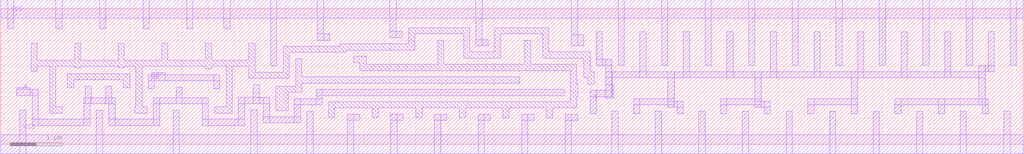
<source format=lef>

#******
# Preview export LEF
#
#	 Preview sub-version 5.10.41_USR1.7.43
#
# TECH LIB NAME: gsclib090
# TECH FILE NAME: techfile.cds
#******

VERSION 5.5 ;

NAMESCASESENSITIVE ON ;

DIVIDERCHAR "/" ;
BUSBITCHARS "[]" ;

UNITS
    DATABASE MICRONS 2000  ;
END UNITS

 MANUFACTURINGGRID    0.005000 ;
## Site is specified in gsclib090 tech file; and there is no need here.
## Make sure to correct the "SITE" value to 'gsclib090site' on each macro cell.
#SITE gsclib090site
#    SYMMETRY Y  ;
#    CLASS core  ;
#    SIZE 0.2900 BY 2.6100 ;
#END gsclib090site

MACRO XOR3XL
    CLASS CORE ;
    FOREIGN XOR3XL 0 0 ;
    ORIGIN 0.0000 0.0000 ;
    SIZE 8.7000 BY 2.6100 ;
    SYMMETRY X Y ;
    SITE gsclib090site ;
    PIN Y
        DIRECTION OUTPUT ;
        ANTENNADIFFAREA 0.3684  LAYER Metal1  ;
        PORT
        LAYER Metal1 ;
        RECT  8.2700 1.5600 8.5100 2.2500 ;
        RECT  8.3900 0.3600 8.5100 2.2500 ;
        RECT  8.1350 0.6500 8.5100 0.8000 ;
        RECT  8.2700 0.3600 8.5100 0.8000 ;
        END
    END Y
    PIN A
        DIRECTION INPUT ;
        ANTENNAMODEL OXIDE1 ;
        ANTENNAGATEAREA 0.0840  LAYER Metal1  ;
        PORT
        LAYER Metal1 ;
        RECT  0.1450 1.0700 0.3250 1.4700 ;
        RECT  0.0700 1.1750 0.3250 1.4350 ;
        END
    END A
    PIN B
        DIRECTION INPUT ;
        ANTENNAPARTIALMETALAREA 0.3168  LAYER Metal1  ;
        ANTENNAMODEL OXIDE1 ;
        ANTENNAGATEAREA 0.2520  LAYER Metal1  ;
        ANTENNAMAXAREACAR 1.2571  LAYER Metal1  ;
        PORT
        LAYER Metal1 ;
        RECT  0.8850 1.2300 1.1450 1.3800 ;
        RECT  0.8450 1.0300 1.0250 1.3750 ;
        END
    END B
    PIN C
        DIRECTION INPUT ;
        ANTENNAMODEL OXIDE1 ;
        ANTENNAGATEAREA 0.1680  LAYER Metal1  ;
        PORT
        LAYER Metal1 ;
        RECT  6.0800 1.3500 6.8100 1.4700 ;
        RECT  6.0800 1.2300 6.3650 1.4700 ;
        RECT  6.0800 0.9050 6.2000 1.4700 ;
        RECT  5.6950 0.9050 6.2000 1.0250 ;
        END
    END C
    PIN VDD
        DIRECTION INPUT ;
        USE power ;
        SHAPE ABUTMENT ;
        PORT
        LAYER Metal1 ;
        RECT  0.0000 2.4300 8.7000 2.7900 ;
        RECT  7.7300 2.2900 7.9700 2.7900 ;
        RECT  7.7900 1.6900 7.9100 2.7900 ;
        RECT  1.8650 2.2700 2.1050 2.7900 ;
        RECT  0.6850 2.2900 0.9250 2.7900 ;
        RECT  0.7450 1.9700 0.8650 2.7900 ;
        END
    END VDD
    PIN VSS
        DIRECTION INPUT ;
        USE ground ;
        SHAPE ABUTMENT ;
        PORT
        LAYER Metal1 ;
        RECT  0.0000 -0.1800 8.7000 0.1800 ;
        RECT  7.7300 -0.1800 7.9700 0.3200 ;
        RECT  7.7900 -0.1800 7.9100 0.6700 ;
        RECT  1.8650 -0.1800 2.1050 0.3200 ;
        RECT  0.6850 -0.1800 0.9250 0.3200 ;
        END
    END VSS
    OBS
        LAYER Metal1 ;
        POLYGON  8.2300 1.3150 7.6700 1.3150 7.6700 2.1700 6.2600 2.1700 6.2600 1.8900 6.5600 1.8900
                 6.5600 2.0500 7.5500 2.0500 7.5500 0.6200 7.4200 0.6200 7.4200 0.4800 6.2600 0.4800
                 6.2600 0.3600 7.5400 0.3600 7.5400 0.5000 7.6700 0.5000 7.6700 1.1950 7.9900 1.1950
                 7.9900 1.0750 8.2300 1.0750 ;
        POLYGON  7.4300 0.8600 7.3450 0.8600 7.3450 1.8100 7.4300 1.8100 7.4300 1.9300 7.1900 1.9300
                 7.1900 1.8100 7.2250 1.8100 7.2250 0.8600 7.1900 0.8600 7.1900 0.7400 7.4300 0.7400 ;
        POLYGON  7.0500 1.7700 7.0400 1.7700 7.0400 1.7900 6.8000 1.7900 6.8000 1.7700 4.2750 1.7700
                 4.2750 1.6500 5.0950 1.6500 5.0950 0.7200 4.2700 0.7200 4.2700 0.6000 5.2150 0.6000
                 5.2150 1.6500 6.9300 1.6500 6.9300 0.7200 6.8000 0.7200 6.8000 0.6000 7.0500 0.6000 ;
        POLYGON  5.9600 0.7050 5.9000 0.7050 5.9000 0.7200 5.4800 0.7200 5.4800 1.4050 5.9600 1.4050
                 5.9600 1.5250 5.3600 1.5250 5.3600 0.6000 5.7200 0.6000 5.7200 0.5850 5.9600 0.5850 ;
        RECT  2.9850 1.8900 5.9600 2.0100 ;
        RECT  2.4050 0.3600 5.6400 0.4800 ;
        RECT  2.4050 2.1300 5.6400 2.2500 ;
        POLYGON  4.8400 1.0400 4.1700 1.0400 4.1700 1.4150 4.0500 1.4150 4.0500 0.9200 4.8400 0.9200 ;
        POLYGON  3.9850 0.7200 3.8400 0.7200 3.8400 1.7700 1.7250 1.7700 1.7250 2.1700 0.9850 2.1700
                 0.9850 1.8100 0.3250 1.8100 0.3250 1.9300 0.1450 1.9300 0.1450 1.6900 0.5050 1.6900
                 0.5050 0.9200 0.2050 0.9200 0.2050 0.4400 1.6050 0.4400 1.6050 0.3200 1.7250 0.3200
                 1.7250 0.5600 0.3250 0.5600 0.3250 0.8000 0.6250 0.8000 0.6250 1.6900 1.1050 1.6900
                 1.1050 2.0500 1.6050 2.0500 1.6050 1.6500 3.7200 1.6500 3.7200 0.6000 3.9850 0.6000 ;
        POLYGON  3.5850 1.0400 3.4050 1.0400 3.4050 1.0000 2.8100 1.0000 2.8100 1.1600 2.8850 1.1600
                 2.8850 1.2800 2.6450 1.2800 2.6450 1.1600 2.6900 1.1600 2.6900 0.8800 3.4050 0.8800
                 3.4050 0.8000 3.5850 0.8000 ;
        POLYGON  3.2250 1.5300 1.9400 1.5300 1.9400 0.6000 3.2050 0.6000 3.2050 0.7200 2.0600 0.7200
                 2.0600 1.4100 3.2250 1.4100 ;
        POLYGON  1.4850 1.1200 1.4050 1.1200 1.4050 1.8100 1.4650 1.8100 1.4650 1.9300 1.2250 1.9300
                 1.2250 1.8100 1.2850 1.8100 1.2850 1.1200 1.2450 1.1200 1.2450 1.0000 1.2850 1.0000
                 1.2850 0.8000 1.2250 0.8000 1.2250 0.6800 1.4650 0.6800 1.4650 0.8000 1.4050 0.8000
                 1.4050 1.0000 1.4850 1.0000 ;
    END
END XOR3XL

MACRO XOR3X1
    CLASS CORE ;
    FOREIGN XOR3X1 0 0 ;
    ORIGIN 0.0000 0.0000 ;
    SIZE 8.7000 BY 2.6100 ;
    SYMMETRY X Y ;
    SITE gsclib090site ;
    PIN Y
        DIRECTION OUTPUT ;
        ANTENNADIFFAREA 0.4014  LAYER Metal1  ;
        PORT
        LAYER Metal1 ;
        RECT  8.2700 1.5600 8.5100 2.2500 ;
        RECT  8.3900 0.3600 8.5100 2.2500 ;
        RECT  8.1350 0.6500 8.5100 0.8000 ;
        RECT  8.2700 0.3600 8.5100 0.8000 ;
        END
    END Y
    PIN A
        DIRECTION INPUT ;
        ANTENNAMODEL OXIDE1 ;
        ANTENNAGATEAREA 0.0990  LAYER Metal1  ;
        PORT
        LAYER Metal1 ;
        RECT  0.1450 1.0700 0.3250 1.4700 ;
        RECT  0.0700 1.1750 0.3250 1.4350 ;
        END
    END A
    PIN B
        DIRECTION INPUT ;
        ANTENNAPARTIALMETALAREA 0.3198  LAYER Metal1  ;
        ANTENNAMODEL OXIDE1 ;
        ANTENNAGATEAREA 0.2670  LAYER Metal1  ;
        ANTENNAMAXAREACAR 1.1978  LAYER Metal1  ;
        PORT
        LAYER Metal1 ;
        RECT  0.8850 1.2300 1.1450 1.3800 ;
        RECT  0.8450 1.0300 1.0250 1.3750 ;
        END
    END B
    PIN C
        DIRECTION INPUT ;
        ANTENNAMODEL OXIDE1 ;
        ANTENNAGATEAREA 0.1680  LAYER Metal1  ;
        PORT
        LAYER Metal1 ;
        RECT  6.0800 1.3500 6.8100 1.4700 ;
        RECT  6.0800 1.2300 6.3650 1.4700 ;
        RECT  6.0800 0.9050 6.2000 1.4700 ;
        RECT  5.6950 0.9050 6.2000 1.0250 ;
        END
    END C
    PIN VDD
        DIRECTION INPUT ;
        USE power ;
        SHAPE ABUTMENT ;
        PORT
        LAYER Metal1 ;
        RECT  0.0000 2.4300 8.7000 2.7900 ;
        RECT  7.7300 2.2900 7.9700 2.7900 ;
        RECT  7.7900 1.6900 7.9100 2.7900 ;
        RECT  1.8650 2.2700 2.1050 2.7900 ;
        RECT  0.6850 2.2900 0.9250 2.7900 ;
        RECT  0.7450 1.9700 0.8650 2.7900 ;
        END
    END VDD
    PIN VSS
        DIRECTION INPUT ;
        USE ground ;
        SHAPE ABUTMENT ;
        PORT
        LAYER Metal1 ;
        RECT  0.0000 -0.1800 8.7000 0.1800 ;
        RECT  7.7300 -0.1800 7.9700 0.3200 ;
        RECT  7.7900 -0.1800 7.9100 0.6700 ;
        RECT  1.8650 -0.1800 2.1050 0.3200 ;
        RECT  0.6850 -0.1800 0.9250 0.3200 ;
        END
    END VSS
    OBS
        LAYER Metal1 ;
        POLYGON  8.2300 1.3150 7.6700 1.3150 7.6700 2.1700 6.2600 2.1700 6.2600 1.8900 6.5600 1.8900
                 6.5600 2.0500 7.5500 2.0500 7.5500 0.6200 7.4200 0.6200 7.4200 0.4800 6.2600 0.4800
                 6.2600 0.3600 7.5400 0.3600 7.5400 0.5000 7.6700 0.5000 7.6700 1.1950 7.9900 1.1950
                 7.9900 1.0750 8.2300 1.0750 ;
        POLYGON  7.4300 0.8600 7.3450 0.8600 7.3450 1.8100 7.4300 1.8100 7.4300 1.9300 7.1900 1.9300
                 7.1900 1.8100 7.2250 1.8100 7.2250 0.8600 7.1900 0.8600 7.1900 0.7400 7.4300 0.7400 ;
        POLYGON  7.0500 1.7700 7.0400 1.7700 7.0400 1.7900 6.8000 1.7900 6.8000 1.7700 4.2750 1.7700
                 4.2750 1.6500 5.0950 1.6500 5.0950 0.7200 4.5250 0.7200 4.5250 0.6000 5.2150 0.6000
                 5.2150 1.6500 6.9300 1.6500 6.9300 0.7200 6.8000 0.7200 6.8000 0.6000 7.0500 0.6000 ;
        POLYGON  5.9600 0.7050 5.9000 0.7050 5.9000 0.7200 5.4800 0.7200 5.4800 1.4050 5.9600 1.4050
                 5.9600 1.5250 5.3600 1.5250 5.3600 0.6000 5.7200 0.6000 5.7200 0.5850 5.9600 0.5850 ;
        RECT  2.9850 1.8900 5.9600 2.0100 ;
        RECT  2.4050 0.3600 5.6400 0.4800 ;
        RECT  2.4050 2.1300 5.6400 2.2500 ;
        POLYGON  4.9700 1.0400 4.1700 1.0400 4.1700 1.2850 4.0500 1.2850 4.0500 0.9200 4.9700 0.9200 ;
        POLYGON  4.0750 0.7200 3.9300 0.7200 3.9300 1.7700 1.7250 1.7700 1.7250 2.1700 0.9850 2.1700
                 0.9850 1.8100 0.3250 1.8100 0.3250 1.9300 0.2050 1.9300 0.2050 1.6900 0.5050 1.6900
                 0.5050 0.9200 0.2050 0.9200 0.2050 0.4400 1.6050 0.4400 1.6050 0.3200 1.7250 0.3200
                 1.7250 0.5600 0.3250 0.5600 0.3250 0.8000 0.6250 0.8000 0.6250 1.6900 1.1050 1.6900
                 1.1050 2.0500 1.6050 2.0500 1.6050 1.6500 3.8100 1.6500 3.8100 0.6000 4.0750 0.6000 ;
        POLYGON  3.6900 1.0800 3.5700 1.0800 3.5700 1.0200 2.8100 1.0200 2.8100 1.1600 2.8850 1.1600
                 2.8850 1.2800 2.6450 1.2800 2.6450 1.1600 2.6900 1.1600 2.6900 0.9000 3.5700 0.9000
                 3.5700 0.8400 3.6900 0.8400 ;
        POLYGON  3.2250 1.5300 1.9400 1.5300 1.9400 0.6000 3.2050 0.6000 3.2050 0.7200 2.0600 0.7200
                 2.0600 1.4100 3.2250 1.4100 ;
        POLYGON  1.4850 1.1200 1.4050 1.1200 1.4050 1.8100 1.4650 1.8100 1.4650 1.9300 1.2250 1.9300
                 1.2250 1.8100 1.2850 1.8100 1.2850 1.1200 1.2450 1.1200 1.2450 1.0000 1.2850 1.0000
                 1.2850 0.8000 1.2250 0.8000 1.2250 0.6800 1.4650 0.6800 1.4650 0.8000 1.4050 0.8000
                 1.4050 1.0000 1.4850 1.0000 ;
    END
END XOR3X1

MACRO XOR2XL
    CLASS CORE ;
    FOREIGN XOR2XL 0 0 ;
    ORIGIN 0.0000 0.0000 ;
    SIZE 3.1900 BY 2.6100 ;
    SYMMETRY X Y ;
    SITE gsclib090site ;
    PIN A
        DIRECTION INPUT ;
        ANTENNAMODEL OXIDE1 ;
        ANTENNAGATEAREA 0.0600  LAYER Metal1  ;
        PORT
        LAYER Metal1 ;
        RECT  0.8350 1.2900 0.9550 1.5300 ;
        RECT  0.6800 1.4100 0.9550 1.5300 ;
        RECT  0.6500 1.4650 0.8000 1.7250 ;
        END
    END A
    PIN B
        DIRECTION INPUT ;
        ANTENNAMODEL OXIDE1 ;
        ANTENNAGATEAREA 0.1200  LAYER Metal1  ;
        PORT
        LAYER Metal1 ;
        RECT  2.4150 1.2700 2.6550 1.3900 ;
        RECT  1.3350 1.1700 2.5350 1.2900 ;
        RECT  1.8550 1.0900 2.0950 1.2900 ;
        RECT  1.7550 1.1700 2.0150 1.3800 ;
        RECT  1.3350 1.1700 1.4550 1.5500 ;
        END
    END B
    PIN Y
        DIRECTION OUTPUT ;
        ANTENNADIFFAREA 0.1680  LAYER Metal1  ;
        PORT
        LAYER Metal1 ;
        RECT  0.1350 0.5500 0.2550 1.8700 ;
        RECT  0.0700 1.4650 0.2550 1.7250 ;
        END
    END Y
    PIN VSS
        DIRECTION INPUT ;
        USE ground ;
        SHAPE ABUTMENT ;
        PORT
        LAYER Metal1 ;
        RECT  0.0000 -0.1800 3.1900 0.1800 ;
        RECT  2.3550 0.6100 2.5950 0.7300 ;
        RECT  2.3550 -0.1800 2.4750 0.7300 ;
        RECT  0.4950 0.6100 0.7350 0.7300 ;
        RECT  0.4950 -0.1800 0.6150 0.7300 ;
        END
    END VSS
    PIN VDD
        DIRECTION INPUT ;
        USE power ;
        SHAPE ABUTMENT ;
        PORT
        LAYER Metal1 ;
        RECT  0.0000 2.4300 3.1900 2.7900 ;
        RECT  2.2150 1.7500 2.3350 2.7900 ;
        RECT  0.6150 2.2300 0.7350 2.7900 ;
        END
    END VDD
    OBS
        LAYER Metal1 ;
        POLYGON  2.9550 0.7900 2.8950 0.7900 2.8950 1.7500 2.7550 1.7500 2.7550 1.8700 2.6350 1.8700
                 2.6350 1.6300 1.8950 1.6300 1.8950 2.2500 1.6550 2.2500 1.6550 2.1300 1.7750 2.1300
                 1.7750 1.5100 2.7750 1.5100 2.7750 0.6700 2.8350 0.6700 2.8350 0.5500 2.9550 0.5500 ;
        POLYGON  2.4550 1.0500 2.2150 1.0500 2.2150 0.9700 1.2150 0.9700 1.2150 1.8700 1.0950 1.8700
                 1.0950 0.6100 1.3350 0.6100 1.3350 0.7300 1.2150 0.7300 1.2150 0.8500 2.3350 0.8500
                 2.3350 0.9300 2.4550 0.9300 ;
        POLYGON  1.9550 0.7300 1.7150 0.7300 1.7150 0.4900 0.9750 0.4900 0.9750 1.1700 0.5300 1.1700
                 0.5300 1.8450 0.7400 1.8450 0.7400 1.9900 1.4150 1.9900 1.4150 1.8700 1.5150 1.8700
                 1.5150 1.7500 1.6350 1.7500 1.6350 1.9900 1.5350 1.9900 1.5350 2.1100 0.6200 2.1100
                 0.6200 1.9650 0.4100 1.9650 0.4100 0.9500 0.5300 0.9500 0.5300 1.0500 0.8550 1.0500
                 0.8550 0.3700 1.8350 0.3700 1.8350 0.6100 1.9550 0.6100 ;
    END
END XOR2XL

MACRO XOR2X4
    CLASS CORE ;
    FOREIGN XOR2X4 0 0 ;
    ORIGIN 0.0000 0.0000 ;
    SIZE 4.3500 BY 2.6100 ;
    SYMMETRY X Y ;
    SITE gsclib090site ;
    PIN A
        DIRECTION INPUT ;
        ANTENNAMODEL OXIDE1 ;
        ANTENNAGATEAREA 0.0600  LAYER Metal1  ;
        PORT
        LAYER Metal1 ;
        RECT  1.7550 1.1800 2.1750 1.3450 ;
        RECT  1.7550 1.1800 2.0150 1.3800 ;
        END
    END A
    PIN B
        DIRECTION INPUT ;
        ANTENNAMODEL OXIDE1 ;
        ANTENNAGATEAREA 0.1680  LAYER Metal1  ;
        PORT
        LAYER Metal1 ;
        RECT  3.7950 0.9400 3.9150 1.1800 ;
        RECT  3.0150 0.9700 3.9150 1.0900 ;
        RECT  3.4950 0.9400 3.9150 1.0900 ;
        END
    END B
    PIN Y
        DIRECTION OUTPUT ;
        ANTENNADIFFAREA 0.6912  LAYER Metal1  ;
        PORT
        LAYER Metal1 ;
        RECT  1.4550 1.7400 1.5750 2.2100 ;
        RECT  1.2150 0.7000 1.5150 0.8200 ;
        RECT  1.3950 0.5800 1.5150 0.8200 ;
        RECT  1.2750 1.7400 1.5750 1.8600 ;
        RECT  1.2750 1.3200 1.3950 1.8600 ;
        RECT  0.6500 0.8400 1.3350 0.9600 ;
        RECT  1.2150 0.7000 1.3350 0.9600 ;
        RECT  0.6500 1.3200 1.3950 1.4400 ;
        RECT  0.6500 1.1750 0.8000 1.4400 ;
        RECT  0.6500 0.7300 0.7700 1.5600 ;
        RECT  0.6150 1.4400 0.7350 2.2100 ;
        RECT  0.4950 0.7300 0.7700 0.8500 ;
        END
    END Y
    PIN VSS
        DIRECTION INPUT ;
        USE ground ;
        SHAPE ABUTMENT ;
        PORT
        LAYER Metal1 ;
        RECT  0.0000 -0.1800 4.3500 0.1800 ;
        RECT  3.5350 0.4600 3.7750 0.5800 ;
        RECT  3.5350 -0.1800 3.6550 0.5800 ;
        RECT  1.8150 -0.1800 1.9350 0.7200 ;
        RECT  0.9750 -0.1800 1.0950 0.7200 ;
        RECT  0.1350 -0.1800 0.2550 0.7200 ;
        END
    END VSS
    PIN VDD
        DIRECTION INPUT ;
        USE power ;
        SHAPE ABUTMENT ;
        PORT
        LAYER Metal1 ;
        RECT  0.0000 2.4300 4.3500 2.7900 ;
        RECT  3.5950 1.7700 3.7150 2.7900 ;
        RECT  1.8150 2.0100 2.0550 2.1500 ;
        RECT  1.8150 2.0100 1.9350 2.7900 ;
        RECT  1.0350 1.5600 1.1550 2.7900 ;
        RECT  0.1950 1.5600 0.3150 2.7900 ;
        END
    END VDD
    OBS
        LAYER Metal1 ;
        POLYGON  4.1550 1.8900 4.1350 1.8900 4.1350 2.0100 4.0150 2.0100 4.0150 1.7700 4.0350 1.7700
                 4.0350 0.8200 2.8950 0.8200 2.8950 1.2900 3.2750 1.2900 3.2750 1.4100 2.7750 1.4100
                 2.7750 1.0500 2.6550 1.0500 2.6550 1.1700 2.5350 1.1700 2.5350 0.9300 2.7750 0.9300
                 2.7750 0.7000 4.0150 0.7000 4.0150 0.4000 4.1350 0.4000 4.1350 0.5200 4.1550 0.5200 ;
        POLYGON  3.6350 1.4100 3.5150 1.4100 3.5150 1.6500 2.6550 1.6500 2.6550 2.0100 2.5350 2.0100
                 2.5350 1.6500 2.2950 1.6500 2.2950 0.6500 2.5550 0.6500 2.5550 0.7700 2.4150 0.7700
                 2.4150 1.5300 3.3950 1.5300 3.3950 1.2900 3.6350 1.2900 ;
        POLYGON  3.0750 2.2500 2.1750 2.2500 2.1750 1.8900 1.9100 1.8900 1.9100 1.6200 1.5150 1.6200
                 1.5150 1.2000 1.2550 1.2000 1.2550 1.0800 1.5150 1.0800 1.5150 0.9400 2.0550 0.9400
                 2.0550 0.4100 2.8550 0.4100 2.8550 0.4600 2.9750 0.4600 2.9750 0.5800 2.7350 0.5800
                 2.7350 0.5300 2.1750 0.5300 2.1750 1.0600 1.6350 1.0600 1.6350 1.5000 2.0300 1.5000
                 2.0300 1.7700 2.2950 1.7700 2.2950 2.1300 2.9550 2.1300 2.9550 1.7700 3.0750 1.7700 ;
    END
END XOR2X4

MACRO XOR2X2
    CLASS CORE ;
    FOREIGN XOR2X2 0 0 ;
    ORIGIN 0.0000 0.0000 ;
    SIZE 3.4800 BY 2.6100 ;
    SYMMETRY X Y ;
    SITE gsclib090site ;
    PIN A
        DIRECTION INPUT ;
        ANTENNAMODEL OXIDE1 ;
        ANTENNAGATEAREA 0.0600  LAYER Metal1  ;
        PORT
        LAYER Metal1 ;
        RECT  1.2150 1.2200 1.3350 1.4600 ;
        RECT  0.8850 1.2300 1.3350 1.3800 ;
        END
    END A
    PIN B
        DIRECTION INPUT ;
        ANTENNAMODEL OXIDE1 ;
        ANTENNAGATEAREA 0.1200  LAYER Metal1  ;
        PORT
        LAYER Metal1 ;
        RECT  1.8150 1.1800 3.1750 1.3000 ;
        RECT  2.3350 1.1800 2.5950 1.3800 ;
        RECT  2.2550 1.1400 2.4950 1.3000 ;
        RECT  1.6950 1.3400 1.9350 1.4600 ;
        RECT  1.8150 1.1800 1.9350 1.4600 ;
        END
    END B
    PIN Y
        DIRECTION OUTPUT ;
        ANTENNADIFFAREA 0.3456  LAYER Metal1  ;
        PORT
        LAYER Metal1 ;
        RECT  0.5950 1.7400 0.7150 2.2100 ;
        RECT  0.4050 0.7400 0.6750 0.8600 ;
        RECT  0.5550 0.6200 0.6750 0.8600 ;
        RECT  0.4050 1.7400 0.7150 1.8600 ;
        RECT  0.4050 0.7400 0.5250 1.8600 ;
        RECT  0.3600 0.8850 0.5250 1.1450 ;
        END
    END Y
    PIN VSS
        DIRECTION INPUT ;
        USE ground ;
        SHAPE ABUTMENT ;
        PORT
        LAYER Metal1 ;
        RECT  0.0000 -0.1800 3.4800 0.1800 ;
        RECT  2.7350 -0.1800 2.8550 0.7800 ;
        RECT  0.9750 -0.1800 1.0950 0.7300 ;
        RECT  0.1350 -0.1800 0.2550 0.7300 ;
        END
    END VSS
    PIN VDD
        DIRECTION INPUT ;
        USE power ;
        SHAPE ABUTMENT ;
        PORT
        LAYER Metal1 ;
        RECT  0.0000 2.4300 3.4800 2.7900 ;
        RECT  2.6150 1.7400 2.7350 2.7900 ;
        RECT  1.0150 2.2200 1.2550 2.7900 ;
        RECT  0.1650 1.5600 0.2850 2.7900 ;
        END
    END VDD
    OBS
        LAYER Metal1 ;
        POLYGON  3.4150 1.7400 3.1550 1.7400 3.1550 1.8600 3.0350 1.8600 3.0350 1.6200 2.3350 1.6200
                 2.3350 2.2400 2.0550 2.2400 2.0550 2.1200 2.2150 2.1200 2.2150 1.5000 3.1550 1.5000
                 3.1550 1.6200 3.2950 1.6200 3.2950 0.7800 3.1550 0.7800 3.1550 0.5400 3.2750 0.5400
                 3.2750 0.6600 3.4150 0.6600 ;
        POLYGON  2.8550 1.0600 2.6150 1.0600 2.6150 1.0200 1.5750 1.0200 1.5750 1.5800 1.6750 1.5800
                 1.6750 1.8600 1.5550 1.8600 1.5550 1.7000 1.4550 1.7000 1.4550 0.6000 1.6950 0.6000
                 1.6950 0.7200 1.5750 0.7200 1.5750 0.9000 2.7350 0.9000 2.7350 0.9400 2.8550 0.9400 ;
        POLYGON  2.2150 0.7800 2.0950 0.7800 2.0950 0.4800 1.3350 0.4800 1.3350 1.1000 0.7650 1.1000
                 0.7650 1.5000 0.9550 1.5000 0.9550 1.5800 1.1400 1.5800 1.1400 1.9800 1.8150 1.9800
                 1.8150 1.8600 1.9750 1.8600 1.9750 1.7400 2.0950 1.7400 2.0950 1.9800 1.9350 1.9800
                 1.9350 2.1000 1.0200 2.1000 1.0200 1.7000 0.8350 1.7000 0.8350 1.6200 0.6450 1.6200
                 0.6450 0.9800 1.2150 0.9800 1.2150 0.3600 2.2150 0.3600 ;
    END
END XOR2X2

MACRO XOR2X1
    CLASS CORE ;
    FOREIGN XOR2X1 0 0 ;
    ORIGIN 0.0000 0.0000 ;
    SIZE 3.1900 BY 2.6100 ;
    SYMMETRY X Y ;
    SITE gsclib090site ;
    PIN A
        DIRECTION INPUT ;
        ANTENNAMODEL OXIDE1 ;
        ANTENNAGATEAREA 0.0600  LAYER Metal1  ;
        PORT
        LAYER Metal1 ;
        RECT  0.8550 1.2800 0.9750 1.5600 ;
        RECT  0.6800 1.4400 0.9750 1.5600 ;
        RECT  0.6500 1.4650 0.8000 1.7250 ;
        END
    END A
    PIN B
        DIRECTION INPUT ;
        ANTENNAMODEL OXIDE1 ;
        ANTENNAGATEAREA 0.1200  LAYER Metal1  ;
        PORT
        LAYER Metal1 ;
        RECT  1.4550 1.1800 2.8350 1.3000 ;
        RECT  2.0450 1.1800 2.3050 1.3800 ;
        RECT  1.9150 1.1400 2.1550 1.3000 ;
        RECT  1.3350 1.3600 1.5750 1.4800 ;
        RECT  1.4550 1.1800 1.5750 1.4800 ;
        END
    END B
    PIN Y
        DIRECTION OUTPUT ;
        ANTENNADIFFAREA 0.3024  LAYER Metal1  ;
        PORT
        LAYER Metal1 ;
        RECT  0.1700 1.2950 0.2900 2.2100 ;
        RECT  0.0700 1.1750 0.2550 1.4350 ;
        RECT  0.1350 0.6800 0.2550 1.4350 ;
        END
    END Y
    PIN VSS
        DIRECTION INPUT ;
        USE ground ;
        SHAPE ABUTMENT ;
        PORT
        LAYER Metal1 ;
        RECT  0.0000 -0.1800 3.1900 0.1800 ;
        RECT  2.3950 -0.1800 2.5150 0.7800 ;
        RECT  0.4950 0.5500 0.7350 0.6700 ;
        RECT  0.6150 -0.1800 0.7350 0.6700 ;
        END
    END VSS
    PIN VDD
        DIRECTION INPUT ;
        USE power ;
        SHAPE ABUTMENT ;
        PORT
        LAYER Metal1 ;
        RECT  0.0000 2.4300 3.1900 2.7900 ;
        RECT  2.2750 1.7400 2.3950 2.7900 ;
        RECT  0.5900 2.1600 0.8300 2.2800 ;
        RECT  0.5900 2.1600 0.7100 2.7900 ;
        END
    END VDD
    OBS
        LAYER Metal1 ;
        POLYGON  3.0750 1.7400 2.8150 1.7400 2.8150 1.8600 2.6950 1.8600 2.6950 1.6200 1.9550 1.6200
                 1.9550 2.2400 1.7150 2.2400 1.7150 2.1200 1.8350 2.1200 1.8350 1.5000 2.8150 1.5000
                 2.8150 1.6200 2.9550 1.6200 2.9550 0.7800 2.8150 0.7800 2.8150 0.5400 2.9350 0.5400
                 2.9350 0.6600 3.0750 0.6600 ;
        POLYGON  2.5150 1.0600 2.2750 1.0600 2.2750 1.0200 1.2150 1.0200 1.2150 1.6800 1.3100 1.6800
                 1.3100 1.8000 1.0700 1.8000 1.0700 1.6800 1.0950 1.6800 1.0950 0.6000 1.3350 0.6000
                 1.3350 0.7200 1.2150 0.7200 1.2150 0.9000 2.3950 0.9000 2.3950 0.9400 2.5150 0.9400 ;
        POLYGON  1.8750 0.7800 1.7550 0.7800 1.7550 0.4800 0.9750 0.4800 0.9750 1.1600 0.5500 1.1600
                 0.5500 1.2800 0.5300 1.2800 0.5300 1.9200 1.4750 1.9200 1.4750 1.8600 1.5500 1.8600
                 1.5500 1.7400 1.6700 1.7400 1.6700 1.9800 1.5950 1.9800 1.5950 2.0400 0.4100 2.0400
                 0.4100 1.0400 0.8550 1.0400 0.8550 0.3600 1.8750 0.3600 ;
    END
END XOR2X1

MACRO XNOR3XL
    CLASS CORE ;
    FOREIGN XNOR3XL 0 0 ;
    ORIGIN 0.0000 0.0000 ;
    SIZE 8.7000 BY 2.6100 ;
    SYMMETRY X Y ;
    SITE gsclib090site ;
    PIN C
        DIRECTION INPUT ;
        ANTENNAMODEL OXIDE1 ;
        ANTENNAGATEAREA 0.1680  LAYER Metal1  ;
        PORT
        LAYER Metal1 ;
        RECT  6.0800 1.3500 6.8100 1.4700 ;
        RECT  6.0800 1.2300 6.3650 1.4700 ;
        RECT  6.0800 0.9050 6.2000 1.4700 ;
        RECT  5.6950 0.9050 6.2000 1.0250 ;
        END
    END C
    PIN B
        DIRECTION INPUT ;
        ANTENNAMODEL OXIDE1 ;
        ANTENNAGATEAREA 0.2520  LAYER Metal1  ;
        PORT
        LAYER Metal1 ;
        RECT  0.9400 1.1750 1.0900 1.4350 ;
        RECT  0.8450 0.9750 1.0250 1.3750 ;
        END
    END B
    PIN A
        DIRECTION INPUT ;
        ANTENNAMODEL OXIDE1 ;
        ANTENNAGATEAREA 0.0860  LAYER Metal1  ;
        PORT
        LAYER Metal1 ;
        RECT  0.1450 1.0700 0.3250 1.4700 ;
        RECT  0.0700 1.1750 0.3250 1.4350 ;
        END
    END A
    PIN Y
        DIRECTION OUTPUT ;
        ANTENNADIFFAREA 0.3704  LAYER Metal1  ;
        PORT
        LAYER Metal1 ;
        RECT  8.2700 1.5600 8.5100 2.2500 ;
        RECT  8.3900 0.3600 8.5100 2.2500 ;
        RECT  8.1350 0.6500 8.5100 0.8000 ;
        RECT  8.2700 0.3600 8.5100 0.8000 ;
        END
    END Y
    PIN VSS
        DIRECTION INPUT ;
        USE ground ;
        SHAPE ABUTMENT ;
        PORT
        LAYER Metal1 ;
        RECT  0.0000 -0.1800 8.7000 0.1800 ;
        RECT  7.7300 -0.1800 7.9700 0.3200 ;
        RECT  7.7900 -0.1800 7.9100 0.6700 ;
        RECT  1.8650 -0.1800 2.1050 0.3200 ;
        RECT  0.6850 -0.1800 0.9250 0.3200 ;
        END
    END VSS
    PIN VDD
        DIRECTION INPUT ;
        USE power ;
        SHAPE ABUTMENT ;
        PORT
        LAYER Metal1 ;
        RECT  0.0000 2.4300 8.7000 2.7900 ;
        RECT  7.7300 2.2900 7.9700 2.7900 ;
        RECT  7.7900 1.6900 7.9100 2.7900 ;
        RECT  1.8650 2.2700 2.1050 2.7900 ;
        RECT  0.6850 2.2900 0.9250 2.7900 ;
        RECT  0.7450 1.9700 0.8650 2.7900 ;
        END
    END VDD
    OBS
        LAYER Metal1 ;
        POLYGON  8.2300 1.3150 7.6700 1.3150 7.6700 2.1700 6.2600 2.1700 6.2600 1.8900 6.5600 1.8900
                 6.5600 2.0500 7.5500 2.0500 7.5500 0.6200 7.4200 0.6200 7.4200 0.4800 6.2600 0.4800
                 6.2600 0.3600 7.5400 0.3600 7.5400 0.5000 7.6700 0.5000 7.6700 1.1950 7.9900 1.1950
                 7.9900 1.0750 8.2300 1.0750 ;
        POLYGON  7.4300 0.8600 7.3450 0.8600 7.3450 1.8100 7.4300 1.8100 7.4300 1.9300 7.1900 1.9300
                 7.1900 1.8100 7.2250 1.8100 7.2250 0.8600 7.1900 0.8600 7.1900 0.7400 7.4300 0.7400 ;
        POLYGON  7.0500 1.7700 7.0400 1.7700 7.0400 1.7900 6.8000 1.7900 6.8000 1.7700 4.2750 1.7700
                 4.2750 1.6500 5.0950 1.6500 5.0950 0.7200 4.2700 0.7200 4.2700 0.6000 5.2150 0.6000
                 5.2150 1.6500 6.9300 1.6500 6.9300 0.7200 6.8000 0.7200 6.8000 0.6000 7.0500 0.6000 ;
        POLYGON  5.9600 0.7050 5.9000 0.7050 5.9000 0.7200 5.4800 0.7200 5.4800 1.4050 5.9600 1.4050
                 5.9600 1.5250 5.3600 1.5250 5.3600 0.6000 5.7200 0.6000 5.7200 0.5850 5.9600 0.5850 ;
        RECT  2.9850 1.8900 5.9600 2.0100 ;
        RECT  2.4050 0.3600 5.5550 0.4800 ;
        RECT  2.4050 2.1300 5.5550 2.2500 ;
        POLYGON  4.8400 1.0400 4.1700 1.0400 4.1700 1.4150 4.0500 1.4150 4.0500 0.9200 4.8400 0.9200 ;
        POLYGON  3.9850 0.7200 3.8400 0.7200 3.8400 1.7700 1.7250 1.7700 1.7250 2.1700 0.9850 2.1700
                 0.9850 1.8100 0.3250 1.8100 0.3250 1.9300 0.1450 1.9300 0.1450 1.6900 0.5050 1.6900
                 0.5050 0.9200 0.2050 0.9200 0.2050 0.4400 1.6050 0.4400 1.6050 0.3200 1.7250 0.3200
                 1.7250 0.5600 0.3250 0.5600 0.3250 0.8000 0.6250 0.8000 0.6250 1.6900 1.1050 1.6900
                 1.1050 2.0500 1.6050 2.0500 1.6050 1.6500 3.7200 1.6500 3.7200 0.6000 3.9850 0.6000 ;
        POLYGON  3.5850 1.0400 3.4050 1.0400 3.4050 1.0000 2.8100 1.0000 2.8100 1.1600 2.8850 1.1600
                 2.8850 1.2800 2.6450 1.2800 2.6450 1.1600 2.6900 1.1600 2.6900 0.8800 3.4050 0.8800
                 3.4050 0.8000 3.5850 0.8000 ;
        POLYGON  3.2250 1.5300 1.9400 1.5300 1.9400 0.6000 3.2050 0.6000 3.2050 0.7200 2.0600 0.7200
                 2.0600 1.4100 3.2250 1.4100 ;
        POLYGON  1.4850 1.4600 1.4050 1.4600 1.4050 1.8100 1.4650 1.8100 1.4650 1.9300 1.2250 1.9300
                 1.2250 1.8100 1.2850 1.8100 1.2850 1.4600 1.2450 1.4600 1.2450 1.3400 1.2850 1.3400
                 1.2850 0.8000 1.2250 0.8000 1.2250 0.6800 1.4650 0.6800 1.4650 0.8000 1.4050 0.8000
                 1.4050 1.3400 1.4850 1.3400 ;
    END
END XNOR3XL

MACRO XNOR3X1
    CLASS CORE ;
    FOREIGN XNOR3X1 0 0 ;
    ORIGIN 0.0000 0.0000 ;
    SIZE 8.7000 BY 2.6100 ;
    SYMMETRY X Y ;
    SITE gsclib090site ;
    PIN Y
        DIRECTION OUTPUT ;
        ANTENNADIFFAREA 0.4014  LAYER Metal1  ;
        PORT
        LAYER Metal1 ;
        RECT  8.2700 1.5600 8.5100 2.2500 ;
        RECT  8.3900 0.3600 8.5100 2.2500 ;
        RECT  8.1350 0.6500 8.5100 0.8000 ;
        RECT  8.2700 0.3600 8.5100 0.8000 ;
        END
    END Y
    PIN A
        DIRECTION INPUT ;
        ANTENNAMODEL OXIDE1 ;
        ANTENNAGATEAREA 0.0990  LAYER Metal1  ;
        PORT
        LAYER Metal1 ;
        RECT  0.1450 1.0700 0.3250 1.4700 ;
        RECT  0.0700 1.1750 0.3250 1.4350 ;
        END
    END A
    PIN B
        DIRECTION INPUT ;
        ANTENNAMODEL OXIDE1 ;
        ANTENNAGATEAREA 0.2670  LAYER Metal1  ;
        PORT
        LAYER Metal1 ;
        RECT  0.9400 1.1750 1.0900 1.4350 ;
        RECT  0.8400 1.0450 1.0250 1.3750 ;
        END
    END B
    PIN C
        DIRECTION INPUT ;
        ANTENNAMODEL OXIDE1 ;
        ANTENNAGATEAREA 0.1680  LAYER Metal1  ;
        PORT
        LAYER Metal1 ;
        RECT  6.0800 1.3500 6.8100 1.4700 ;
        RECT  6.0800 1.2300 6.3650 1.4700 ;
        RECT  6.0800 0.9050 6.2000 1.4700 ;
        RECT  5.7000 0.9050 6.2000 1.0250 ;
        END
    END C
    PIN VDD
        DIRECTION INPUT ;
        USE power ;
        SHAPE ABUTMENT ;
        PORT
        LAYER Metal1 ;
        RECT  0.0000 2.4300 8.7000 2.7900 ;
        RECT  7.7300 2.2900 7.9700 2.7900 ;
        RECT  7.7900 1.6900 7.9100 2.7900 ;
        RECT  1.8650 2.2700 2.1050 2.7900 ;
        RECT  0.6850 2.2900 0.9250 2.7900 ;
        RECT  0.7450 1.9700 0.8650 2.7900 ;
        END
    END VDD
    PIN VSS
        DIRECTION INPUT ;
        USE ground ;
        SHAPE ABUTMENT ;
        PORT
        LAYER Metal1 ;
        RECT  0.0000 -0.1800 8.7000 0.1800 ;
        RECT  7.7300 -0.1800 7.9700 0.3200 ;
        RECT  7.7900 -0.1800 7.9100 0.6700 ;
        RECT  1.8650 -0.1800 2.1050 0.3200 ;
        RECT  0.6850 -0.1800 0.9250 0.3200 ;
        END
    END VSS
    OBS
        LAYER Metal1 ;
        POLYGON  8.0700 1.3150 7.6700 1.3150 7.6700 2.1700 6.2600 2.1700 6.2600 1.8900 6.5600 1.8900
                 6.5600 2.0500 7.5500 2.0500 7.5500 0.6200 7.4200 0.6200 7.4200 0.4800 6.2600 0.4800
                 6.2600 0.3600 7.5400 0.3600 7.5400 0.5000 7.6700 0.5000 7.6700 1.1950 7.8300 1.1950
                 7.8300 1.0750 8.0700 1.0750 ;
        POLYGON  7.4300 0.8600 7.3450 0.8600 7.3450 1.8100 7.4300 1.8100 7.4300 1.9300 7.1900 1.9300
                 7.1900 1.8100 7.2250 1.8100 7.2250 0.8600 7.1900 0.8600 7.1900 0.7400 7.4300 0.7400 ;
        POLYGON  7.0500 1.7700 7.0400 1.7700 7.0400 1.7900 6.8000 1.7900 6.8000 1.7700 4.2750 1.7700
                 4.2750 1.6500 5.0950 1.6500 5.0950 0.7200 4.5250 0.7200 4.5250 0.6000 5.2150 0.6000
                 5.2150 1.6500 6.9300 1.6500 6.9300 0.7200 6.8000 0.7200 6.8000 0.6000 7.0500 0.6000 ;
        POLYGON  5.9600 0.7050 5.9000 0.7050 5.9000 0.7200 5.4800 0.7200 5.4800 1.4050 5.9600 1.4050
                 5.9600 1.5250 5.3600 1.5250 5.3600 0.6000 5.7200 0.6000 5.7200 0.5850 5.9600 0.5850 ;
        RECT  2.9850 1.8900 5.9600 2.0100 ;
        RECT  2.4050 0.3600 5.6400 0.4800 ;
        RECT  2.4050 2.1300 5.6400 2.2500 ;
        POLYGON  4.9700 1.0400 4.1700 1.0400 4.1700 1.2850 4.0500 1.2850 4.0500 0.9200 4.9700 0.9200 ;
        POLYGON  4.0750 0.7200 3.9300 0.7200 3.9300 1.7700 1.7250 1.7700 1.7250 2.1700 0.9850 2.1700
                 0.9850 1.8100 0.3250 1.8100 0.3250 1.9300 0.2050 1.9300 0.2050 1.6900 0.5050 1.6900
                 0.5050 0.9200 0.2050 0.9200 0.2050 0.4400 1.6050 0.4400 1.6050 0.3200 1.7250 0.3200
                 1.7250 0.5600 0.3250 0.5600 0.3250 0.8000 0.6250 0.8000 0.6250 1.6900 1.1050 1.6900
                 1.1050 2.0500 1.6050 2.0500 1.6050 1.6500 3.8100 1.6500 3.8100 0.6000 4.0750 0.6000 ;
        POLYGON  3.6900 1.0800 3.5700 1.0800 3.5700 1.0200 2.8100 1.0200 2.8100 1.1600 2.8850 1.1600
                 2.8850 1.2800 2.6450 1.2800 2.6450 1.1600 2.6900 1.1600 2.6900 0.9000 3.5700 0.9000
                 3.5700 0.8400 3.6900 0.8400 ;
        POLYGON  3.2250 1.5300 1.9400 1.5300 1.9400 0.6000 3.2050 0.6000 3.2050 0.7200 2.0600 0.7200
                 2.0600 1.4100 3.2250 1.4100 ;
        POLYGON  1.4850 1.5200 1.4050 1.5200 1.4050 1.8100 1.4650 1.8100 1.4650 1.9300 1.2250 1.9300
                 1.2250 1.8100 1.2850 1.8100 1.2850 1.5200 1.2450 1.5200 1.2450 1.4000 1.2850 1.4000
                 1.2850 0.8000 1.2250 0.8000 1.2250 0.6800 1.4650 0.6800 1.4650 0.8000 1.4050 0.8000
                 1.4050 1.4000 1.4850 1.4000 ;
    END
END XNOR3X1

MACRO XNOR2XL
    CLASS CORE ;
    FOREIGN XNOR2XL 0 0 ;
    ORIGIN 0.0000 0.0000 ;
    SIZE 3.1900 BY 2.6100 ;
    SYMMETRY X Y ;
    SITE gsclib090site ;
    PIN A
        DIRECTION INPUT ;
        ANTENNAMODEL OXIDE1 ;
        ANTENNAGATEAREA 0.0600  LAYER Metal1  ;
        PORT
        LAYER Metal1 ;
        RECT  0.7500 0.9800 0.8700 1.3400 ;
        RECT  0.6500 1.0800 0.8000 1.4350 ;
        END
    END A
    PIN B
        DIRECTION INPUT ;
        ANTENNAMODEL OXIDE1 ;
        ANTENNAGATEAREA 0.1200  LAYER Metal1  ;
        PORT
        LAYER Metal1 ;
        RECT  1.9350 1.2400 2.8150 1.3600 ;
        RECT  2.0450 1.2300 2.3050 1.3800 ;
        END
    END B
    PIN Y
        DIRECTION OUTPUT ;
        ANTENNADIFFAREA 0.1680  LAYER Metal1  ;
        PORT
        LAYER Metal1 ;
        RECT  0.1750 0.6200 0.2950 0.8850 ;
        RECT  0.1350 0.7650 0.2550 1.7600 ;
        RECT  0.0700 0.8850 0.2550 1.1450 ;
        END
    END Y
    PIN VSS
        DIRECTION INPUT ;
        USE ground ;
        SHAPE ABUTMENT ;
        PORT
        LAYER Metal1 ;
        RECT  0.0000 -0.1800 3.1900 0.1800 ;
        RECT  2.4150 0.6800 2.6550 0.8000 ;
        RECT  2.4950 -0.1800 2.6150 0.8000 ;
        RECT  0.5950 -0.1800 0.7150 0.8600 ;
        END
    END VSS
    PIN VDD
        DIRECTION INPUT ;
        USE power ;
        SHAPE ABUTMENT ;
        PORT
        LAYER Metal1 ;
        RECT  0.0000 2.4300 3.1900 2.7900 ;
        RECT  2.3950 2.2200 2.6350 2.7900 ;
        RECT  0.6150 2.1600 0.7350 2.7900 ;
        END
    END VDD
    OBS
        LAYER Metal1 ;
        POLYGON  3.0550 2.0000 1.9950 2.0000 1.9950 2.1800 1.1750 2.1800 1.1750 2.0600 1.8750 2.0600
                 1.8750 1.8800 2.9350 1.8800 2.9350 1.1100 1.7950 1.1100 1.7950 1.2000 1.6750 1.2000
                 1.6750 0.9600 1.7950 0.9600 1.7950 0.9900 2.8950 0.9900 2.8950 0.6200 3.0150 0.6200
                 3.0150 0.8700 3.0550 0.8700 ;
        POLYGON  2.3750 0.4800 1.1950 0.4800 1.1950 0.6200 1.1350 0.6200 1.1350 1.5800 1.1550 1.5800
                 1.1550 1.7000 0.9150 1.7000 0.9150 1.5800 1.0150 1.5800 1.0150 0.5000 1.0750 0.5000
                 1.0750 0.3600 2.3750 0.3600 ;
        POLYGON  1.5550 1.9400 0.6750 1.9400 0.6750 1.6750 0.4100 1.6750 0.4100 1.2000 0.5300 1.2000
                 0.5300 1.5550 0.7950 1.5550 0.7950 1.8200 1.4350 1.8200 1.4350 0.6200 1.5550 0.6200 ;
    END
END XNOR2XL

MACRO XNOR2X4
    CLASS CORE ;
    FOREIGN XNOR2X4 0 0 ;
    ORIGIN 0.0000 0.0000 ;
    SIZE 4.3500 BY 2.6100 ;
    SYMMETRY X Y ;
    SITE gsclib090site ;
    PIN A
        DIRECTION INPUT ;
        ANTENNAMODEL OXIDE1 ;
        ANTENNAGATEAREA 0.0600  LAYER Metal1  ;
        PORT
        LAYER Metal1 ;
        RECT  1.7550 1.2100 2.2350 1.3450 ;
        RECT  1.7550 1.2100 2.0150 1.3800 ;
        END
    END A
    PIN B
        DIRECTION INPUT ;
        ANTENNAMODEL OXIDE1 ;
        ANTENNAGATEAREA 0.1680  LAYER Metal1  ;
        PORT
        LAYER Metal1 ;
        RECT  3.7550 0.9000 3.8750 1.1400 ;
        RECT  3.2750 0.9700 3.8750 1.0900 ;
        RECT  3.4950 0.9400 3.8750 1.0900 ;
        RECT  2.5950 1.2100 3.3950 1.3300 ;
        RECT  3.2750 0.9700 3.3950 1.3300 ;
        RECT  3.0950 1.2100 3.3350 1.4100 ;
        RECT  2.5950 0.9300 2.7150 1.3300 ;
        END
    END B
    PIN Y
        DIRECTION OUTPUT ;
        ANTENNADIFFAREA 0.6912  LAYER Metal1  ;
        PORT
        LAYER Metal1 ;
        RECT  1.4550 1.7400 1.5750 2.2100 ;
        RECT  1.3950 0.6100 1.5150 0.8500 ;
        RECT  1.2750 1.7400 1.5750 1.8600 ;
        RECT  1.2750 1.3200 1.3950 1.8600 ;
        RECT  1.2150 0.7300 1.5150 0.8500 ;
        RECT  0.6500 0.8400 1.3350 0.9600 ;
        RECT  0.6500 1.3200 1.3950 1.4400 ;
        RECT  0.6500 1.1750 0.8000 1.4400 ;
        RECT  0.6500 0.7300 0.7700 1.5600 ;
        RECT  0.6150 1.4400 0.7350 2.2100 ;
        RECT  0.4950 0.7300 0.7700 0.8500 ;
        END
    END Y
    PIN VSS
        DIRECTION INPUT ;
        USE ground ;
        SHAPE ABUTMENT ;
        PORT
        LAYER Metal1 ;
        RECT  0.0000 -0.1800 4.3500 0.1800 ;
        RECT  3.4750 0.4200 3.7150 0.5400 ;
        RECT  3.4750 -0.1800 3.5950 0.5400 ;
        RECT  1.7550 0.5400 1.9950 0.6600 ;
        RECT  1.7550 -0.1800 1.8750 0.6600 ;
        RECT  0.9750 -0.1800 1.0950 0.7200 ;
        RECT  0.1350 -0.1800 0.2550 0.7200 ;
        END
    END VSS
    PIN VDD
        DIRECTION INPUT ;
        USE power ;
        SHAPE ABUTMENT ;
        PORT
        LAYER Metal1 ;
        RECT  0.0000 2.4300 4.3500 2.7900 ;
        RECT  3.6550 1.7700 3.7750 2.7900 ;
        RECT  1.8150 2.0100 2.0550 2.1500 ;
        RECT  1.8150 2.0100 1.9350 2.7900 ;
        RECT  1.0350 1.5600 1.1550 2.7900 ;
        RECT  0.1950 1.5600 0.3150 2.7900 ;
        END
    END VDD
    OBS
        LAYER Metal1 ;
        POLYGON  4.2550 1.9500 4.0150 1.9500 4.0150 0.7800 3.4200 0.7800 3.4200 0.8200 3.1550 0.8200
                 3.1550 1.0900 2.9150 1.0900 2.9150 0.9700 3.0350 0.9700 3.0350 0.7000 3.3000 0.7000
                 3.3000 0.6600 4.0150 0.6600 4.0150 0.5600 4.1350 0.5600 4.1350 1.8300 4.2550 1.8300 ;
        POLYGON  3.6350 1.6500 2.7750 1.6500 2.7750 2.0100 2.5350 2.0100 2.5350 1.6500 2.3550 1.6500
                 2.3550 0.6500 2.5950 0.6500 2.5950 0.7700 2.4750 0.7700 2.4750 1.5300 3.5150 1.5300
                 3.5150 1.2400 3.6350 1.2400 ;
        POLYGON  3.1350 2.2500 2.2200 2.2500 2.2200 1.8900 1.9550 1.8900 1.9550 1.6200 1.5150 1.6200
                 1.5150 1.2000 1.2550 1.2000 1.2550 1.0800 1.5150 1.0800 1.5150 0.9700 2.1150 0.9700
                 2.1150 0.4100 2.8950 0.4100 2.8950 0.4600 3.0150 0.4600 3.0150 0.5800 2.7750 0.5800
                 2.7750 0.5300 2.2350 0.5300 2.2350 1.0900 1.6350 1.0900 1.6350 1.5000 2.0750 1.5000
                 2.0750 1.7700 2.3400 1.7700 2.3400 2.1300 3.0150 2.1300 3.0150 1.7700 3.1350 1.7700 ;
    END
END XNOR2X4

MACRO XNOR2X2
    CLASS CORE ;
    FOREIGN XNOR2X2 0 0 ;
    ORIGIN 0.0000 0.0000 ;
    SIZE 4.0600 BY 2.6100 ;
    SYMMETRY X Y ;
    SITE gsclib090site ;
    PIN A
        DIRECTION INPUT ;
        ANTENNAMODEL OXIDE1 ;
        ANTENNAGATEAREA 0.0600  LAYER Metal1  ;
        PORT
        LAYER Metal1 ;
        RECT  1.4650 1.1100 1.7250 1.3800 ;
        RECT  1.4650 1.0200 1.7050 1.3800 ;
        END
    END A
    PIN B
        DIRECTION INPUT ;
        ANTENNAMODEL OXIDE1 ;
        ANTENNAGATEAREA 0.1200  LAYER Metal1  ;
        PORT
        LAYER Metal1 ;
        RECT  2.6250 1.2600 3.5250 1.3800 ;
        RECT  2.6250 1.2300 2.8850 1.3800 ;
        END
    END B
    PIN Y
        DIRECTION OUTPUT ;
        ANTENNADIFFAREA 0.3456  LAYER Metal1  ;
        PORT
        LAYER Metal1 ;
        RECT  0.8250 1.1750 1.0900 1.4350 ;
        RECT  0.6650 1.6200 0.9450 1.7400 ;
        RECT  0.8250 0.6800 0.9450 1.7400 ;
        END
    END Y
    PIN VSS
        DIRECTION INPUT ;
        USE ground ;
        SHAPE ABUTMENT ;
        PORT
        LAYER Metal1 ;
        RECT  0.0000 -0.1800 4.0600 0.1800 ;
        RECT  3.1250 0.7200 3.3650 0.8400 ;
        RECT  3.2050 -0.1800 3.3250 0.8400 ;
        RECT  1.2450 -0.1800 1.3650 0.7300 ;
        RECT  0.4050 -0.1800 0.5250 0.7300 ;
        END
    END VSS
    PIN VDD
        DIRECTION INPUT ;
        USE power ;
        SHAPE ABUTMENT ;
        PORT
        LAYER Metal1 ;
        RECT  0.0000 2.4300 4.0600 2.7900 ;
        RECT  3.1250 1.7400 3.3650 1.8600 ;
        RECT  3.1250 1.7400 3.2450 2.7900 ;
        RECT  1.1450 2.1000 1.3850 2.2200 ;
        RECT  1.1450 2.1000 1.2650 2.7900 ;
        RECT  0.1850 2.1000 0.4250 2.2200 ;
        RECT  0.1850 2.1000 0.3050 2.7900 ;
        END
    END VDD
    OBS
        LAYER Metal1 ;
        POLYGON  3.7650 1.6800 3.7250 1.6800 3.7250 1.8000 3.6050 1.8000 3.6050 1.6200 2.6550 1.6200
                 2.6550 2.2200 1.8850 2.2200 1.8850 2.1000 2.5350 2.1000 2.5350 1.5000 3.6450 1.5000
                 3.6450 1.1100 2.5050 1.1100 2.5050 1.2400 2.3850 1.2400 2.3850 0.9900 3.6050 0.9900
                 3.6050 0.6600 3.7250 0.6600 3.7250 0.8700 3.7650 0.8700 ;
        POLYGON  3.0850 0.5200 1.9050 0.5200 1.9050 0.6600 1.8450 0.6600 1.8450 0.7800 1.9650 0.7800
                 1.9650 1.7400 1.6250 1.7400 1.6250 1.6200 1.8450 1.6200 1.8450 0.9000 1.7250 0.9000
                 1.7250 0.5400 1.7850 0.5400 1.7850 0.4000 3.0850 0.4000 ;
        POLYGON  2.2650 1.9800 0.4250 1.9800 0.4250 1.3600 0.5450 1.3600 0.5450 1.2400 0.6650 1.2400
                 0.6650 1.4800 0.5450 1.4800 0.5450 1.8600 2.1450 1.8600 2.1450 0.6600 2.2650 0.6600 ;
    END
END XNOR2X2

MACRO XNOR2X1
    CLASS CORE ;
    FOREIGN XNOR2X1 0 0 ;
    ORIGIN 0.0000 0.0000 ;
    SIZE 3.1900 BY 2.6100 ;
    SYMMETRY X Y ;
    SITE gsclib090site ;
    PIN A
        DIRECTION INPUT ;
        ANTENNAMODEL OXIDE1 ;
        ANTENNAGATEAREA 0.0600  LAYER Metal1  ;
        PORT
        LAYER Metal1 ;
        RECT  0.6500 1.1750 0.9350 1.3600 ;
        RECT  0.8150 1.1200 0.9350 1.3600 ;
        RECT  0.6500 1.1750 0.8000 1.4350 ;
        END
    END A
    PIN B
        DIRECTION INPUT ;
        ANTENNAMODEL OXIDE1 ;
        ANTENNAGATEAREA 0.1200  LAYER Metal1  ;
        PORT
        LAYER Metal1 ;
        RECT  2.6150 1.2600 2.8550 1.3800 ;
        RECT  1.9550 1.2800 2.7350 1.4000 ;
        RECT  2.0450 1.2300 2.3050 1.4000 ;
        END
    END B
    PIN Y
        DIRECTION OUTPUT ;
        ANTENNADIFFAREA 0.3024  LAYER Metal1  ;
        PORT
        LAYER Metal1 ;
        RECT  0.0700 0.8850 0.4550 1.0250 ;
        RECT  0.3350 0.6800 0.4550 1.0250 ;
        RECT  0.1350 0.8850 0.2550 2.1900 ;
        RECT  0.0700 0.8850 0.2550 1.1450 ;
        END
    END Y
    PIN VSS
        DIRECTION INPUT ;
        USE ground ;
        SHAPE ABUTMENT ;
        PORT
        LAYER Metal1 ;
        RECT  0.0000 -0.1800 3.1900 0.1800 ;
        RECT  2.4550 0.6800 2.6950 0.8000 ;
        RECT  2.5350 -0.1800 2.6550 0.8000 ;
        RECT  0.7550 -0.1800 0.8750 0.8600 ;
        END
    END VSS
    PIN VDD
        DIRECTION INPUT ;
        USE power ;
        SHAPE ABUTMENT ;
        PORT
        LAYER Metal1 ;
        RECT  0.0000 2.4300 3.1900 2.7900 ;
        RECT  2.3950 2.2400 2.6350 2.7900 ;
        RECT  0.6150 2.1800 0.7350 2.7900 ;
        END
    END VDD
    OBS
        LAYER Metal1 ;
        POLYGON  3.0950 1.6600 3.0550 1.6600 3.0550 1.9000 1.9950 1.9000 1.9950 2.2000 1.1750 2.2000
                 1.1750 2.0800 1.8750 2.0800 1.8750 1.7800 2.9350 1.7800 2.9350 1.5400 2.9750 1.5400
                 2.9750 1.1100 1.7950 1.1100 1.7950 1.2200 1.6750 1.2200 1.6750 0.9800 1.7950 0.9800
                 1.7950 0.9900 2.9350 0.9900 2.9350 0.6200 3.0550 0.6200 3.0550 0.8700 3.0950 0.8700 ;
        POLYGON  2.4150 0.4800 1.2950 0.4800 1.2950 1.7200 0.9150 1.7200 0.9150 1.6000 1.1750 1.6000
                 1.1750 0.3600 2.4150 0.3600 ;
        POLYGON  1.7150 0.8600 1.5350 0.8600 1.5350 1.9600 0.6750 1.9600 0.6750 1.6750 0.4100 1.6750
                 0.4100 1.2200 0.5300 1.2200 0.5300 1.5550 0.7950 1.5550 0.7950 1.8400 1.4150 1.8400
                 1.4150 0.7400 1.5950 0.7400 1.5950 0.6200 1.7150 0.6200 ;
    END
END XNOR2X1

MACRO TLATXL
    CLASS CORE ;
    FOREIGN TLATXL 0 0 ;
    ORIGIN 0.0000 0.0000 ;
    SIZE 5.5100 BY 2.6100 ;
    SYMMETRY X Y ;
    SITE gsclib090site ;
    PIN D
        DIRECTION INPUT ;
        ANTENNAMODEL OXIDE1 ;
        ANTENNAGATEAREA 0.0600  LAYER Metal1  ;
        PORT
        LAYER Metal1 ;
        RECT  0.6500 1.0300 0.8500 1.4350 ;
        RECT  0.7300 1.0150 0.8500 1.4350 ;
        END
    END D
    PIN G
        DIRECTION INPUT ;
        ANTENNAMODEL OXIDE1 ;
        ANTENNAGATEAREA 0.0600  LAYER Metal1  ;
        PORT
        LAYER Metal1 ;
        RECT  3.2600 1.1400 3.4100 1.5900 ;
        RECT  3.2600 1.1400 3.3800 1.6150 ;
        END
    END G
    PIN QN
        DIRECTION OUTPUT ;
        ANTENNADIFFAREA 0.1680  LAYER Metal1  ;
        PORT
        LAYER Metal1 ;
        RECT  4.0100 0.5400 4.1300 0.7800 ;
        RECT  3.8400 1.4650 4.0800 1.7350 ;
        RECT  3.9600 0.6600 4.0800 1.7350 ;
        RECT  3.8100 1.6150 3.9300 1.8550 ;
        END
    END QN
    PIN Q
        DIRECTION OUTPUT ;
        ANTENNADIFFAREA 0.1680  LAYER Metal1  ;
        PORT
        LAYER Metal1 ;
        RECT  5.2400 0.6200 5.3600 1.1750 ;
        RECT  5.0400 1.0550 5.3600 1.1750 ;
        RECT  5.0400 1.0550 5.1600 1.7200 ;
        RECT  5.0000 1.1750 5.1600 1.4350 ;
        END
    END Q
    PIN VSS
        DIRECTION INPUT ;
        USE ground ;
        SHAPE ABUTMENT ;
        PORT
        LAYER Metal1 ;
        RECT  0.0000 -0.1800 5.5100 0.1800 ;
        RECT  4.8200 -0.1800 4.9400 0.8600 ;
        RECT  3.5900 -0.1800 3.7100 0.7800 ;
        RECT  2.3000 -0.1800 2.4200 0.3950 ;
        RECT  0.6150 -0.1800 0.7350 0.3950 ;
        END
    END VSS
    PIN VDD
        DIRECTION INPUT ;
        USE power ;
        SHAPE ABUTMENT ;
        PORT
        LAYER Metal1 ;
        RECT  0.0000 2.4300 5.5100 2.7900 ;
        RECT  4.6200 1.6000 4.7400 2.7900 ;
        RECT  3.3900 1.7350 3.5100 2.7900 ;
        RECT  1.9300 2.2150 2.1700 2.7900 ;
        RECT  0.5900 1.7950 0.7100 2.7900 ;
        END
    END VDD
    OBS
        LAYER Metal1 ;
        POLYGON  4.8800 1.3400 4.5000 1.3400 4.5000 1.6000 4.3200 1.6000 4.3200 1.7200 4.2000 1.7200
                 4.2000 1.4800 4.3800 1.4800 4.3800 1.1000 4.4000 1.1000 4.4000 0.6200 4.5200 0.6200
                 4.5200 1.2200 4.8800 1.2200 ;
        POLYGON  3.8400 1.0600 3.6000 1.0600 3.6000 1.0200 2.9000 1.0200 2.9000 1.5150 2.6500 1.5150
                 2.6500 1.8550 2.4100 1.8550 2.4100 1.7350 2.5300 1.7350 2.5300 1.5150 1.9300 1.5150
                 1.9300 1.3950 2.7800 1.3950 2.7800 0.6750 2.9000 0.6750 2.9000 0.9000 3.8400 0.9000 ;
        POLYGON  3.2900 0.7800 3.1700 0.7800 3.1700 0.5550 2.6600 0.5550 2.6600 0.6350 2.0100 0.6350
                 2.0100 0.6150 1.4300 0.6150 1.4300 1.4750 1.2100 1.4750 1.2100 1.5950 1.1100 1.5950
                 1.1100 2.0750 1.5200 2.0750 1.5200 1.9750 2.9700 1.9750 2.9700 1.7350 3.0900 1.7350
                 3.0900 2.0950 1.6400 2.0950 1.6400 2.1950 0.9900 2.1950 0.9900 1.6750 0.4100 1.6750
                 0.4100 1.3350 0.5300 1.3350 0.5300 1.5550 0.9900 1.5550 0.9900 1.3550 1.3100 1.3550
                 1.3100 0.4950 1.7100 0.4950 1.7100 0.3950 1.9500 0.3950 1.9500 0.4950 2.1300 0.4950
                 2.1300 0.5150 2.5400 0.5150 2.5400 0.4350 3.2900 0.4350 ;
        POLYGON  2.4900 1.2750 1.6700 1.2750 1.6700 1.8350 1.3500 1.8350 1.3500 1.9550 1.2300 1.9550
                 1.2300 1.7150 1.5500 1.7150 1.5500 0.7350 1.7900 0.7350 1.7900 0.8550 1.6700 0.8550
                 1.6700 1.1550 2.4900 1.1550 ;
        POLYGON  1.1900 1.2350 1.0700 1.2350 1.0700 0.8950 0.2900 0.8950 0.2900 1.9150 0.1700 1.9150
                 0.1700 0.9150 0.1350 0.9150 0.1350 0.6750 0.2550 0.6750 0.2550 0.7750 1.1900 0.7750 ;
    END
END TLATXL

MACRO TLATX4
    CLASS CORE ;
    FOREIGN TLATX4 0 0 ;
    ORIGIN 0.0000 0.0000 ;
    SIZE 9.2800 BY 2.6100 ;
    SYMMETRY X Y ;
    SITE gsclib090site ;
    PIN G
        DIRECTION INPUT ;
        ANTENNAMODEL OXIDE1 ;
        ANTENNAGATEAREA 0.0600  LAYER Metal1  ;
        PORT
        LAYER Metal1 ;
        RECT  0.3600 1.0450 0.5100 1.4400 ;
        RECT  0.3900 0.8350 0.5100 1.4400 ;
        END
    END G
    PIN D
        DIRECTION INPUT ;
        ANTENNAMODEL OXIDE1 ;
        ANTENNAGATEAREA 0.0600  LAYER Metal1  ;
        PORT
        LAYER Metal1 ;
        RECT  8.4800 1.4600 8.6300 1.7750 ;
        RECT  8.3250 1.4600 8.6300 1.7700 ;
        END
    END D
    PIN Q
        DIRECTION OUTPUT ;
        ANTENNADIFFAREA 0.6912  LAYER Metal1  ;
        PORT
        LAYER Metal1 ;
        RECT  2.1250 1.3200 2.2450 2.2100 ;
        RECT  1.2600 1.3200 2.2450 1.4400 ;
        RECT  1.0250 0.8000 2.1050 0.9200 ;
        RECT  1.9850 0.6800 2.1050 0.9200 ;
        RECT  1.2850 0.8000 1.4050 2.2100 ;
        RECT  1.2300 1.1750 1.4050 1.4350 ;
        RECT  1.0250 0.6800 1.1450 0.9200 ;
        END
    END Q
    PIN QN
        DIRECTION OUTPUT ;
        ANTENNADIFFAREA 0.6912  LAYER Metal1  ;
        PORT
        LAYER Metal1 ;
        RECT  4.8250 0.8000 5.9450 0.9200 ;
        RECT  5.8250 0.6800 5.9450 0.9200 ;
        RECT  5.4850 1.3200 5.6050 2.2100 ;
        RECT  4.7100 1.3200 5.6050 1.4400 ;
        RECT  4.8650 0.6800 4.9850 0.9200 ;
        RECT  4.7100 1.1750 4.9450 1.5600 ;
        RECT  4.8250 0.8000 4.9450 1.5600 ;
        RECT  4.6450 1.4400 4.7650 2.2100 ;
        END
    END QN
    PIN VSS
        DIRECTION INPUT ;
        USE ground ;
        SHAPE ABUTMENT ;
        PORT
        LAYER Metal1 ;
        RECT  0.0000 -0.1800 9.2800 0.1800 ;
        RECT  8.5450 -0.1800 8.6650 0.3800 ;
        RECT  7.2650 -0.1800 7.3850 0.4000 ;
        RECT  6.2450 -0.1800 6.4850 0.3200 ;
        RECT  5.2850 -0.1800 5.5250 0.3200 ;
        RECT  4.3250 -0.1800 4.5650 0.3200 ;
        RECT  3.3650 -0.1800 3.6050 0.3200 ;
        RECT  2.4050 -0.1800 2.6450 0.3200 ;
        RECT  1.4450 -0.1800 1.6850 0.3200 ;
        RECT  0.5450 -0.1800 0.6650 0.4000 ;
        END
    END VSS
    PIN VDD
        DIRECTION INPUT ;
        USE power ;
        SHAPE ABUTMENT ;
        PORT
        LAYER Metal1 ;
        RECT  0.0000 2.4300 9.2800 2.7900 ;
        RECT  8.3850 1.9200 8.5050 2.7900 ;
        RECT  6.8050 1.8200 6.9250 2.7900 ;
        RECT  5.9050 1.5600 6.0250 2.7900 ;
        RECT  5.0650 1.5600 5.1850 2.7900 ;
        RECT  4.2250 1.5600 4.3450 2.7900 ;
        RECT  3.3850 1.5600 3.5050 2.7900 ;
        RECT  2.5450 1.5600 2.6650 2.7900 ;
        RECT  1.7050 1.5600 1.8250 2.7900 ;
        RECT  0.8650 1.5600 0.9850 2.7900 ;
        END
    END VDD
    OBS
        LAYER Metal1 ;
        POLYGON  9.2050 0.8600 9.0850 0.8600 9.0850 1.3400 8.9250 1.3400 8.9250 2.0400 8.8050 2.0400
                 8.8050 1.3400 8.1250 1.3400 8.1250 1.5800 7.5850 1.5800 7.5850 1.7000 7.4650 1.7000
                 7.4650 1.4600 8.0050 1.4600 8.0050 1.2200 8.9650 1.2200 8.9650 0.7400 9.2050 0.7400 ;
        POLYGON  9.0450 0.5200 8.9250 0.5200 8.9250 0.6200 7.6450 0.6200 7.6450 0.6400 7.0250 0.6400
                 7.0250 0.5600 0.9050 0.5600 0.9050 0.6800 0.2550 0.6800 0.2550 0.9200 0.2400 0.9200
                 0.2400 1.5600 0.5050 1.5600 0.5050 1.8000 0.3850 1.8000 0.3850 1.6800 0.1200 1.6800
                 0.1200 0.8000 0.1350 0.8000 0.1350 0.5600 0.7850 0.5600 0.7850 0.4400 7.1450 0.4400
                 7.1450 0.5200 7.5250 0.5200 7.5250 0.5000 7.6450 0.5000 7.6450 0.4200 7.8850 0.4200
                 7.8850 0.5000 8.8050 0.5000 8.8050 0.4000 9.0450 0.4000 ;
        POLYGON  8.0250 0.8600 7.8850 0.8600 7.8850 1.3400 7.3450 1.3400 7.3450 1.8200 7.5850 1.8200
                 7.5850 1.8600 7.7050 1.8600 7.7050 1.9800 7.4650 1.9800 7.4650 1.9400 7.2250 1.9400
                 7.2250 1.7000 6.6250 1.7000 6.6250 1.3700 6.7450 1.3700 6.7450 1.5800 7.2250 1.5800
                 7.2250 1.2200 7.7650 1.2200 7.7650 0.7400 8.0250 0.7400 ;
        POLYGON  7.1050 1.4600 6.9850 1.4600 6.9850 1.2500 6.7850 1.2500 6.7850 1.2000 6.5050 1.2000
                 6.5050 2.2100 6.3850 2.2100 6.3850 1.2000 5.6250 1.2000 5.6250 1.0800 6.7850 1.0800
                 6.7850 0.6800 6.9050 0.6800 6.9050 1.1300 7.1050 1.1300 ;
        POLYGON  4.0250 0.9200 3.0650 0.9200 3.0650 1.0800 3.0850 1.0800 3.0850 1.3200 3.9250 1.3200
                 3.9250 2.2100 3.8050 2.2100 3.8050 1.4400 3.0850 1.4400 3.0850 2.2100 2.9650 2.2100
                 2.9650 1.2000 1.9250 1.2000 1.9250 1.0800 2.9450 1.0800 2.9450 0.6800 3.0650 0.6800
                 3.0650 0.8000 3.9050 0.8000 3.9050 0.6800 4.0250 0.6800 ;
    END
END TLATX4

MACRO TLATX2
    CLASS CORE ;
    FOREIGN TLATX2 0 0 ;
    ORIGIN 0.0000 0.0000 ;
    SIZE 6.3800 BY 2.6100 ;
    SYMMETRY X Y ;
    SITE gsclib090site ;
    PIN Q
        DIRECTION OUTPUT ;
        ANTENNADIFFAREA 0.3456  LAYER Metal1  ;
        PORT
        LAYER Metal1 ;
        RECT  5.6200 0.6800 5.7400 2.1500 ;
        RECT  5.5800 1.1750 5.7400 1.4350 ;
        END
    END Q
    PIN QN
        DIRECTION OUTPUT ;
        ANTENNADIFFAREA 0.3456  LAYER Metal1  ;
        PORT
        LAYER Metal1 ;
        RECT  3.9400 0.8850 4.2800 1.1450 ;
        RECT  3.9400 0.6800 4.0600 2.1500 ;
        END
    END QN
    PIN G
        DIRECTION INPUT ;
        ANTENNAMODEL OXIDE1 ;
        ANTENNAGATEAREA 0.0600  LAYER Metal1  ;
        PORT
        LAYER Metal1 ;
        RECT  3.2050 1.4000 3.4650 1.6700 ;
        END
    END G
    PIN D
        DIRECTION INPUT ;
        ANTENNAMODEL OXIDE1 ;
        ANTENNAGATEAREA 0.0600  LAYER Metal1  ;
        PORT
        LAYER Metal1 ;
        RECT  0.5950 1.1250 0.8950 1.3550 ;
        RECT  0.5950 1.1250 0.8550 1.3800 ;
        END
    END D
    PIN VDD
        DIRECTION INPUT ;
        USE power ;
        SHAPE ABUTMENT ;
        PORT
        LAYER Metal1 ;
        RECT  0.0000 2.4300 6.3800 2.7900 ;
        RECT  6.0400 1.5000 6.1600 2.7900 ;
        RECT  5.2000 1.5000 5.3200 2.7900 ;
        RECT  4.3600 1.5000 4.4800 2.7900 ;
        RECT  3.5200 1.7900 3.6400 2.7900 ;
        RECT  2.0150 2.0800 2.2550 2.2000 ;
        RECT  2.0150 2.0800 2.1350 2.7900 ;
        RECT  0.6550 1.8200 0.7750 2.7900 ;
        END
    END VDD
    PIN VSS
        DIRECTION INPUT ;
        USE ground ;
        SHAPE ABUTMENT ;
        PORT
        LAYER Metal1 ;
        RECT  0.0000 -0.1800 6.3800 0.1800 ;
        RECT  6.0400 -0.1800 6.1600 0.7300 ;
        RECT  5.2000 -0.1800 5.3200 0.7300 ;
        RECT  4.3600 -0.1800 4.4800 0.7300 ;
        RECT  3.4600 -0.1800 3.5800 0.4000 ;
        RECT  2.1750 -0.1800 2.2950 0.4000 ;
        RECT  0.5550 -0.1800 0.7950 0.3400 ;
        END
    END VSS
    OBS
        LAYER Metal1 ;
        POLYGON  5.4600 1.3600 4.9000 1.3600 4.9000 2.1500 4.7800 2.1500 4.7800 0.6800 4.9000 0.6800
                 4.9000 1.2400 5.4600 1.2400 ;
        POLYGON  3.8200 1.2800 2.7750 1.2800 2.7750 1.5400 2.7350 1.5400 2.7350 1.7200 2.4950 1.7200
                 2.4950 1.5400 1.8150 1.5400 1.8150 1.4200 2.6550 1.4200 2.6550 0.6800 2.7750 0.6800
                 2.7750 1.1600 3.8200 1.1600 ;
        POLYGON  3.2800 1.9700 3.0400 1.9700 3.0400 1.9600 1.8950 1.9600 1.8950 2.1200 1.0150 2.1200
                 1.0150 1.6200 0.3550 1.6200 0.3550 1.3600 0.4750 1.3600 0.4750 1.5000 1.0150 1.5000
                 1.0150 1.3600 1.2950 1.3600 1.2950 0.5000 1.6950 0.5000 1.6950 0.4000 1.9350 0.4000
                 1.9350 0.5000 2.0150 0.5000 2.0150 0.5200 2.4150 0.5200 2.4150 0.4400 3.1650 0.4400
                 3.1650 0.9200 3.0450 0.9200 3.0450 0.5600 2.5350 0.5600 2.5350 0.6400 1.8950 0.6400
                 1.8950 0.6200 1.4150 0.6200 1.4150 1.6000 1.1350 1.6000 1.1350 2.0000 1.7750 2.0000
                 1.7750 1.8400 3.1600 1.8400 3.1600 1.8500 3.2800 1.8500 ;
        POLYGON  2.4950 1.3000 1.6550 1.3000 1.6550 1.8800 1.2550 1.8800 1.2550 1.7600 1.5350 1.7600
                 1.5350 0.7400 1.7750 0.7400 1.7750 0.8600 1.6550 0.8600 1.6550 1.1800 2.4950 1.1800 ;
        POLYGON  1.1750 1.2400 1.0550 1.2400 1.0550 1.0050 0.2350 1.0050 0.2350 1.7400 0.3550 1.7400
                 0.3550 1.9800 0.2350 1.9800 0.2350 1.8600 0.1150 1.8600 0.1150 0.8000 0.1350 0.8000
                 0.1350 0.6800 0.2550 0.6800 0.2550 0.8850 1.1750 0.8850 ;
    END
END TLATX2

MACRO TLATX1
    CLASS CORE ;
    FOREIGN TLATX1 0 0 ;
    ORIGIN 0.0000 0.0000 ;
    SIZE 5.5100 BY 2.6100 ;
    SYMMETRY X Y ;
    SITE gsclib090site ;
    PIN D
        DIRECTION INPUT ;
        ANTENNAMODEL OXIDE1 ;
        ANTENNAGATEAREA 0.0600  LAYER Metal1  ;
        PORT
        LAYER Metal1 ;
        RECT  0.6500 1.1150 0.8700 1.4350 ;
        RECT  0.6500 1.1100 0.8400 1.4350 ;
        END
    END D
    PIN G
        DIRECTION INPUT ;
        ANTENNAMODEL OXIDE1 ;
        ANTENNAGATEAREA 0.0600  LAYER Metal1  ;
        PORT
        LAYER Metal1 ;
        RECT  3.2600 1.0000 3.4100 1.4700 ;
        RECT  3.2600 1.0000 3.3800 1.5000 ;
        END
    END G
    PIN QN
        DIRECTION OUTPUT ;
        ANTENNADIFFAREA 0.3024  LAYER Metal1  ;
        PORT
        LAYER Metal1 ;
        RECT  3.9400 0.5900 4.0600 2.2100 ;
        RECT  3.8400 0.8850 4.0600 1.1450 ;
        END
    END QN
    PIN Q
        DIRECTION OUTPUT ;
        ANTENNADIFFAREA 0.3024  LAYER Metal1  ;
        PORT
        LAYER Metal1 ;
        RECT  5.1700 0.6800 5.2900 2.1200 ;
        RECT  4.9450 0.9400 5.2900 1.0900 ;
        END
    END Q
    PIN VSS
        DIRECTION INPUT ;
        USE ground ;
        SHAPE ABUTMENT ;
        PORT
        LAYER Metal1 ;
        RECT  0.0000 -0.1800 5.5100 0.1800 ;
        RECT  4.7500 -0.1800 4.8700 0.7300 ;
        RECT  3.5200 -0.1800 3.6400 0.6400 ;
        RECT  2.2300 -0.1800 2.3500 0.3950 ;
        RECT  0.6150 -0.1800 0.7350 0.3950 ;
        END
    END VSS
    PIN VDD
        DIRECTION INPUT ;
        USE power ;
        SHAPE ABUTMENT ;
        PORT
        LAYER Metal1 ;
        RECT  0.0000 2.4300 5.5100 2.7900 ;
        RECT  4.7500 1.4700 4.8700 2.7900 ;
        RECT  3.5200 1.6200 3.6400 2.7900 ;
        RECT  1.9300 2.2150 2.1700 2.7900 ;
        RECT  0.5900 1.7950 0.7100 2.7900 ;
        END
    END VDD
    OBS
        LAYER Metal1 ;
        POLYGON  5.0500 1.3300 4.4500 1.3300 4.4500 2.1200 4.3300 2.1200 4.3300 0.6800 4.4500 0.6800
                 4.4500 1.2100 5.0500 1.2100 ;
        POLYGON  3.7200 1.2200 3.6000 1.2200 3.6000 0.8800 2.8300 0.8800 2.8300 1.5150 2.6500 1.5150
                 2.6500 1.8550 2.4100 1.8550 2.4100 1.7350 2.5300 1.7350 2.5300 1.5150 1.9300 1.5150
                 1.9300 1.3950 2.7100 1.3950 2.7100 0.6750 2.8300 0.6750 2.8300 0.7600 3.7200 0.7600 ;
        POLYGON  3.2200 0.6400 3.1000 0.6400 3.1000 0.5550 2.5900 0.5550 2.5900 0.6350 1.9400 0.6350
                 1.9400 0.6150 1.4300 0.6150 1.4300 1.4750 1.2100 1.4750 1.2100 1.5950 1.1100 1.5950
                 1.1100 2.0750 1.5200 2.0750 1.5200 1.9750 3.0400 1.9750 3.0400 1.6800 3.1600 1.6800
                 3.1600 2.0950 1.6400 2.0950 1.6400 2.1950 0.9900 2.1950 0.9900 1.6750 0.4100 1.6750
                 0.4100 1.3350 0.5300 1.3350 0.5300 1.5550 0.9900 1.5550 0.9900 1.3550 1.3100 1.3550
                 1.3100 0.4950 1.7100 0.4950 1.7100 0.3950 1.9500 0.3950 1.9500 0.4950 2.0600 0.4950
                 2.0600 0.5150 2.4700 0.5150 2.4700 0.4350 3.1000 0.4350 3.1000 0.4000 3.2200 0.4000 ;
        POLYGON  2.4900 1.2750 1.6700 1.2750 1.6700 1.8350 1.3500 1.8350 1.3500 1.9550 1.2300 1.9550
                 1.2300 1.7150 1.5500 1.7150 1.5500 0.7350 1.7900 0.7350 1.7900 0.8550 1.6700 0.8550
                 1.6700 1.1550 2.4900 1.1550 ;
        POLYGON  1.1900 1.2350 1.0700 1.2350 1.0700 0.9900 0.2900 0.9900 0.2900 1.9150 0.1700 1.9150
                 0.1700 0.9150 0.1350 0.9150 0.1350 0.6750 0.2550 0.6750 0.2550 0.7950 0.2900 0.7950
                 0.2900 0.8700 1.1900 0.8700 ;
    END
END TLATX1

MACRO TLATSRXL
    CLASS CORE ;
    FOREIGN TLATSRXL 0 0 ;
    ORIGIN 0.0000 0.0000 ;
    SIZE 6.6700 BY 2.6100 ;
    SYMMETRY X Y ;
    SITE gsclib090site ;
    PIN SN
        DIRECTION INPUT ;
        ANTENNAMODEL OXIDE1 ;
        ANTENNAGATEAREA 0.0600  LAYER Metal1  ;
        PORT
        LAYER Metal1 ;
        RECT  1.8850 1.2550 2.3050 1.4750 ;
        RECT  2.0450 1.2300 2.3050 1.4750 ;
        END
    END SN
    PIN G
        DIRECTION INPUT ;
        ANTENNAMODEL OXIDE1 ;
        ANTENNAGATEAREA 0.0600  LAYER Metal1  ;
        PORT
        LAYER Metal1 ;
        RECT  2.7650 1.2700 2.8850 1.5950 ;
        RECT  2.6800 1.4550 2.8300 1.7250 ;
        END
    END G
    PIN RN
        DIRECTION INPUT ;
        ANTENNAMODEL OXIDE1 ;
        ANTENNAGATEAREA 0.1200  LAYER Metal1  ;
        PORT
        LAYER Metal1 ;
        RECT  3.7850 1.1500 4.0450 1.4100 ;
        RECT  3.7650 1.1500 4.0450 1.3900 ;
        END
    END RN
    PIN D
        DIRECTION INPUT ;
        ANTENNAMODEL OXIDE1 ;
        ANTENNAGATEAREA 0.0600  LAYER Metal1  ;
        PORT
        LAYER Metal1 ;
        RECT  5.5800 1.4650 5.9150 1.6100 ;
        RECT  5.7950 1.2600 5.9150 1.6100 ;
        RECT  5.5800 1.4650 5.7300 1.8150 ;
        END
    END D
    PIN Q
        DIRECTION OUTPUT ;
        ANTENNADIFFAREA 0.1680  LAYER Metal1  ;
        PORT
        LAYER Metal1 ;
        RECT  0.1350 0.6800 0.2550 1.5800 ;
        RECT  0.0700 1.1750 0.2550 1.4350 ;
        END
    END Q
    PIN QN
        DIRECTION OUTPUT ;
        ANTENNADIFFAREA 0.1680  LAYER Metal1  ;
        PORT
        LAYER Metal1 ;
        RECT  1.3650 0.6800 1.4850 1.8300 ;
        RECT  1.2300 1.4650 1.4850 1.7250 ;
        END
    END QN
    PIN VSS
        DIRECTION INPUT ;
        USE ground ;
        SHAPE ABUTMENT ;
        PORT
        LAYER Metal1 ;
        RECT  0.0000 -0.1800 6.6700 0.1800 ;
        RECT  5.9550 -0.1800 6.0750 0.7800 ;
        RECT  3.9850 0.4300 4.2250 0.5500 ;
        RECT  4.1050 -0.1800 4.2250 0.5500 ;
        RECT  1.7250 0.7400 1.9650 0.8600 ;
        RECT  1.7250 -0.1800 1.8450 0.8600 ;
        RECT  0.5550 -0.1800 0.6750 0.9200 ;
        END
    END VSS
    PIN VDD
        DIRECTION INPUT ;
        USE power ;
        SHAPE ABUTMENT ;
        PORT
        LAYER Metal1 ;
        RECT  0.0000 2.4300 6.6700 2.7900 ;
        RECT  5.8750 2.2000 6.1150 2.7900 ;
        RECT  4.3650 2.0100 4.4850 2.7900 ;
        RECT  3.5250 2.2300 3.6450 2.7900 ;
        RECT  2.6850 2.2300 2.8050 2.7900 ;
        RECT  1.8450 2.2300 1.9650 2.7900 ;
        RECT  0.6150 1.9800 0.7350 2.7900 ;
        END
    END VDD
    OBS
        LAYER Metal1 ;
        POLYGON  6.5350 1.8400 6.4150 1.8400 6.4150 1.7200 6.3750 1.7200 6.3750 1.1400 5.5950 1.1400
                 5.5950 1.2000 5.4750 1.2000 5.4750 0.9600 5.5950 0.9600 5.5950 1.0200 6.3750 1.0200
                 6.3750 0.5400 6.4950 0.5400 6.4950 1.6000 6.5350 1.6000 ;
        POLYGON  6.4750 2.2200 6.2350 2.2200 6.2350 2.0800 5.5550 2.0800 5.5550 2.2200 5.3150 2.2200
                 5.3150 2.0800 4.9950 2.0800 4.9950 1.0400 4.8750 1.0400 4.8750 1.0300 3.4650 1.0300
                 3.4650 1.7100 3.1650 1.7100 3.1650 1.8300 3.0450 1.8300 3.0450 1.5900 3.3450 1.5900
                 3.3450 0.7200 3.2850 0.7200 3.2850 0.6000 3.5250 0.6000 3.5250 0.7200 3.4650 0.7200
                 3.4650 0.9100 5.1150 0.9100 5.1150 1.9600 6.3550 1.9600 6.3550 2.1000 6.4750 2.1000 ;
        POLYGON  5.3550 1.8400 5.2350 1.8400 5.2350 0.7900 3.6700 0.7900 3.6700 0.4800 2.9950 0.4800
                 2.9950 0.5400 2.2250 0.5400 2.2250 0.4200 2.8750 0.4200 2.8750 0.3600 3.7900 0.3600
                 3.7900 0.6700 5.2150 0.6700 5.2150 0.5400 5.3350 0.5400 5.3350 0.6600 5.3550 0.6600 ;
        POLYGON  4.8750 1.8000 4.7550 1.8000 4.7550 1.8900 3.8250 1.8900 3.8250 1.7700 4.6350 1.7700
                 4.6350 1.6800 4.8750 1.6800 ;
        POLYGON  4.2850 1.6500 3.7050 1.6500 3.7050 2.0700 2.7350 2.0700 2.7350 1.9650 2.2050 1.9650
                 2.2050 1.6050 2.4250 1.6050 2.4250 1.1100 1.7450 1.1100 1.7450 1.2600 1.6250 1.2600
                 1.6250 0.9900 2.4250 0.9900 2.4250 0.6800 2.5450 0.6800 2.5450 1.7250 2.3250 1.7250
                 2.3250 1.8450 2.8550 1.8450 2.8550 1.9500 3.5850 1.9500 3.5850 1.5300 4.1650 1.5300
                 4.1650 1.2700 4.2850 1.2700 ;
        POLYGON  1.0950 1.5800 0.9750 1.5800 0.9750 1.2000 0.3750 1.2000 0.3750 1.0800 0.9750 1.0800
                 0.9750 0.6800 1.0950 0.6800 ;
    END
END TLATSRXL

MACRO TLATSRX4
    CLASS CORE ;
    FOREIGN TLATSRX4 0 0 ;
    ORIGIN 0.0000 0.0000 ;
    SIZE 11.6000 BY 2.6100 ;
    SYMMETRY X Y ;
    SITE gsclib090site ;
    PIN Q
        DIRECTION OUTPUT ;
        ANTENNADIFFAREA 0.7084  LAYER Metal1  ;
        PORT
        LAYER Metal1 ;
        RECT  2.3350 1.4900 2.5750 1.6100 ;
        RECT  2.3350 1.3150 2.5350 1.6100 ;
        RECT  2.4150 0.6200 2.5350 1.6100 ;
        RECT  1.4950 1.3150 2.5350 1.4350 ;
        RECT  1.4550 1.1750 1.6700 1.3150 ;
        RECT  1.3750 1.4900 1.6150 1.6100 ;
        RECT  1.4950 1.1750 1.6150 1.6100 ;
        RECT  1.4550 0.6200 1.5750 1.3150 ;
        END
    END Q
    PIN D
        DIRECTION INPUT ;
        ANTENNAMODEL OXIDE1 ;
        ANTENNAGATEAREA 0.0600  LAYER Metal1  ;
        PORT
        LAYER Metal1 ;
        RECT  10.8000 1.0750 10.9500 1.4350 ;
        RECT  10.7650 1.0300 10.8850 1.3900 ;
        END
    END D
    PIN G
        DIRECTION INPUT ;
        ANTENNAMODEL OXIDE1 ;
        ANTENNAGATEAREA 0.0600  LAYER Metal1  ;
        PORT
        LAYER Metal1 ;
        RECT  0.3050 1.1550 0.5650 1.3800 ;
        RECT  0.3250 1.1000 0.5650 1.3800 ;
        END
    END G
    PIN RN
        DIRECTION INPUT ;
        ANTENNAMODEL OXIDE1 ;
        ANTENNAGATEAREA 0.1200  LAYER Metal1  ;
        PORT
        LAYER Metal1 ;
        RECT  8.7750 0.3600 9.0150 0.4800 ;
        RECT  8.1750 0.6900 8.8950 0.8100 ;
        RECT  8.7750 0.3600 8.8950 0.8100 ;
        RECT  8.1750 0.3800 8.2950 0.8100 ;
        RECT  7.2150 0.3800 8.2950 0.5000 ;
        RECT  6.6150 0.6900 7.3350 0.8100 ;
        RECT  7.2150 0.3800 7.3350 0.8100 ;
        RECT  6.6150 0.3800 6.7350 0.8100 ;
        RECT  6.1350 0.3800 6.7350 0.5000 ;
        RECT  5.5350 0.6900 6.2550 0.8100 ;
        RECT  6.1350 0.3800 6.2550 0.8100 ;
        RECT  5.5350 0.3800 5.6550 0.8100 ;
        RECT  5.0550 0.3800 5.6550 0.5000 ;
        RECT  4.5750 0.7900 5.1750 0.9100 ;
        RECT  5.0550 0.3800 5.1750 0.9100 ;
        RECT  4.5750 0.3800 4.6950 0.9100 ;
        RECT  4.0950 0.3800 4.6950 0.5000 ;
        RECT  3.6150 0.7900 4.2150 0.9100 ;
        RECT  4.0950 0.3800 4.2150 0.9100 ;
        RECT  3.6150 0.3800 3.7350 0.9100 ;
        RECT  3.1350 0.3800 3.7350 0.5000 ;
        RECT  2.6550 0.7900 3.2550 0.9100 ;
        RECT  3.1350 0.3800 3.2550 0.9100 ;
        RECT  2.6550 0.3800 2.7750 0.9100 ;
        RECT  2.1750 0.3800 2.7750 0.5000 ;
        RECT  1.6950 0.7900 2.2950 0.9100 ;
        RECT  2.1750 0.3800 2.2950 0.9100 ;
        RECT  1.6950 0.3800 1.8150 0.9100 ;
        RECT  1.2150 0.3800 1.8150 0.5000 ;
        RECT  0.9250 0.9600 1.3350 1.0800 ;
        RECT  1.2150 0.3800 1.3350 1.0800 ;
        RECT  0.9400 0.8850 1.0900 1.1450 ;
        RECT  0.9250 0.9600 1.0450 1.2000 ;
        END
    END RN
    PIN SN
        DIRECTION INPUT ;
        ANTENNAMODEL OXIDE1 ;
        ANTENNAGATEAREA 0.1720  LAYER Metal1  ;
        PORT
        LAYER Metal1 ;
        RECT  8.2150 1.1700 8.4550 1.2900 ;
        RECT  7.2650 1.2400 8.3350 1.3600 ;
        RECT  7.2650 1.1700 7.5250 1.3800 ;
        RECT  7.0550 1.1700 7.5250 1.2900 ;
        END
    END SN
    PIN QN
        DIRECTION OUTPUT ;
        ANTENNADIFFAREA 0.7256  LAYER Metal1  ;
        PORT
        LAYER Metal1 ;
        RECT  6.2150 0.9300 6.4950 1.0500 ;
        RECT  6.3750 0.6200 6.4950 1.0500 ;
        RECT  6.1750 1.4900 6.4150 1.6100 ;
        RECT  6.1750 1.3150 6.3350 1.6100 ;
        RECT  6.2150 0.9300 6.3350 1.6100 ;
        RECT  5.2900 1.3150 6.3350 1.4350 ;
        RECT  5.2150 1.4900 5.4550 1.6100 ;
        RECT  5.2900 1.3150 5.4550 1.6100 ;
        RECT  5.2900 1.1750 5.4400 1.6100 ;
        RECT  5.2950 0.6200 5.4150 1.6100 ;
        END
    END QN
    PIN VSS
        DIRECTION INPUT ;
        USE ground ;
        SHAPE ABUTMENT ;
        PORT
        LAYER Metal1 ;
        RECT  0.0000 -0.1800 11.6000 0.1800 ;
        RECT  10.7050 0.5500 10.9450 0.6700 ;
        RECT  10.7050 -0.1800 10.8250 0.6700 ;
        RECT  8.4150 0.4500 8.6550 0.5700 ;
        RECT  8.5350 -0.1800 8.6550 0.5700 ;
        RECT  6.8550 0.4500 7.0950 0.5700 ;
        RECT  6.9750 -0.1800 7.0950 0.5700 ;
        RECT  5.7750 0.4500 6.0150 0.5700 ;
        RECT  5.8950 -0.1800 6.0150 0.5700 ;
        RECT  4.8150 -0.1800 4.9350 0.6700 ;
        RECT  3.8550 -0.1800 3.9750 0.6700 ;
        RECT  2.8950 -0.1800 3.0150 0.6700 ;
        RECT  1.9350 -0.1800 2.0550 0.6700 ;
        RECT  0.9750 -0.1800 1.0950 0.6700 ;
        END
    END VSS
    PIN VDD
        DIRECTION INPUT ;
        USE power ;
        SHAPE ABUTMENT ;
        PORT
        LAYER Metal1 ;
        RECT  0.0000 2.4300 11.6000 2.7900 ;
        RECT  10.9250 1.7950 11.0450 2.7900 ;
        RECT  9.2950 2.2300 9.5350 2.7900 ;
        RECT  8.5150 2.2300 8.6350 2.7900 ;
        RECT  7.6750 2.2300 7.7950 2.7900 ;
        RECT  6.6550 1.9800 6.8950 2.1000 ;
        RECT  6.6550 1.9800 6.7750 2.7900 ;
        RECT  5.6950 1.9700 5.9350 2.0900 ;
        RECT  5.6950 1.9700 5.8150 2.7900 ;
        RECT  4.7350 1.9700 4.9750 2.0900 ;
        RECT  4.7350 1.9700 4.8550 2.7900 ;
        RECT  3.7750 1.9700 4.0150 2.0900 ;
        RECT  3.7750 1.9700 3.8950 2.7900 ;
        RECT  2.8150 1.9700 3.0550 2.0900 ;
        RECT  2.8150 1.9700 2.9350 2.7900 ;
        RECT  1.8550 1.9700 2.0950 2.0900 ;
        RECT  1.8550 1.9700 1.9750 2.7900 ;
        RECT  0.9550 2.0700 1.0750 2.7900 ;
        RECT  0.1350 1.5500 0.2550 2.7900 ;
        END
    END VDD
    OBS
        LAYER Metal1 ;
        POLYGON  11.4650 1.9150 11.3450 1.9150 11.3450 0.9100 10.3100 0.9100 10.3100 0.8100
                 10.0450 0.8100 10.0450 0.4800 9.9250 0.4800 9.9250 0.3600 10.1650 0.3600
                 10.1650 0.6900 10.4300 0.6900 10.4300 0.7900 11.2450 0.7900 11.2450 0.6200
                 11.3650 0.6200 11.3650 0.7400 11.4650 0.7400 ;
        POLYGON  11.2050 1.6750 10.6450 1.6750 10.6450 2.1550 10.0450 2.1550 10.0450 2.1100
                 7.7100 2.1100 7.7100 1.8600 6.3850 1.8600 6.3850 1.8500 0.5550 1.8500 0.5550 1.5000
                 0.6850 1.5000 0.6850 0.9800 0.2750 0.9800 0.2750 0.6200 0.3950 0.6200 0.3950 0.8600
                 0.8050 0.8600 0.8050 1.7300 6.5050 1.7300 6.5050 1.7400 7.8300 1.7400 7.8300 1.9900
                 10.0450 1.9900 10.0450 1.6300 9.5450 1.6300 9.5450 1.1700 9.6650 1.1700 9.6650 1.5100
                 10.1650 1.5100 10.1650 2.0350 10.5250 2.0350 10.5250 1.1500 10.1450 1.1500
                 10.1450 1.0300 10.6450 1.0300 10.6450 1.5550 11.0850 1.5550 11.0850 1.3350
                 11.2050 1.3350 ;
        POLYGON  10.4050 1.9150 10.2850 1.9150 10.2850 1.3900 9.9050 1.3900 9.9050 1.0500 8.0950 1.0500
                 8.0950 1.1200 7.8550 1.1200 7.8550 0.9300 9.7050 0.9300 9.7050 0.6200 9.8250 0.6200
                 9.8250 0.9300 10.0250 0.9300 10.0250 1.2700 10.4050 1.2700 ;
        RECT  8.8150 1.7500 9.9250 1.8700 ;
        POLYGON  9.2150 1.4300 8.6950 1.4300 8.6950 1.6200 8.1550 1.6200 8.1550 1.8700 8.0350 1.8700
                 8.0350 1.6200 6.8150 1.6200 6.8150 1.2900 6.4550 1.2900 6.4550 1.1700 6.8150 1.1700
                 6.8150 0.9300 7.6150 0.9300 7.6150 0.6200 7.7350 0.6200 7.7350 1.0500 6.9350 1.0500
                 6.9350 1.5000 8.0350 1.5000 8.0350 1.4800 8.1550 1.4800 8.1550 1.5000 8.5750 1.5000
                 8.5750 1.3100 9.2150 1.3100 ;
        POLYGON  4.4950 1.6100 4.2550 1.6100 4.2550 1.4900 4.3350 1.4900 4.3350 1.1500 3.4950 1.1500
                 3.4950 1.4900 3.5350 1.4900 3.5350 1.6100 3.2950 1.6100 3.2950 1.4900 3.3750 1.4900
                 3.3750 1.1500 2.6550 1.1500 2.6550 1.0300 3.3750 1.0300 3.3750 0.6200 3.4950 0.6200
                 3.4950 1.0300 4.3350 1.0300 4.3350 0.6200 4.4550 0.6200 4.4550 1.4900 4.4950 1.4900 ;
    END
END TLATSRX4

MACRO TLATSRX2
    CLASS CORE ;
    FOREIGN TLATSRX2 0 0 ;
    ORIGIN 0.0000 0.0000 ;
    SIZE 7.5400 BY 2.6100 ;
    SYMMETRY X Y ;
    SITE gsclib090site ;
    PIN G
        DIRECTION INPUT ;
        ANTENNAMODEL OXIDE1 ;
        ANTENNAGATEAREA 0.0600  LAYER Metal1  ;
        PORT
        LAYER Metal1 ;
        RECT  3.5500 1.0100 3.7000 1.4800 ;
        RECT  3.5650 0.9800 3.6850 1.4800 ;
        END
    END G
    PIN D
        DIRECTION INPUT ;
        ANTENNAMODEL OXIDE1 ;
        ANTENNAGATEAREA 0.0600  LAYER Metal1  ;
        PORT
        LAYER Metal1 ;
        RECT  0.7150 1.1600 0.8350 1.5800 ;
        RECT  0.6500 1.1600 0.8350 1.5650 ;
        END
    END D
    PIN RN
        DIRECTION INPUT ;
        ANTENNAMODEL OXIDE1 ;
        ANTENNAGATEAREA 0.1200  LAYER Metal1  ;
        PORT
        LAYER Metal1 ;
        RECT  2.9700 1.3300 3.1200 1.7250 ;
        RECT  2.8800 1.3300 3.1200 1.4500 ;
        END
    END RN
    PIN SN
        DIRECTION INPUT ;
        ANTENNAMODEL OXIDE1 ;
        ANTENNAGATEAREA 0.0860  LAYER Metal1  ;
        PORT
        LAYER Metal1 ;
        RECT  4.6250 1.2150 4.9150 1.4300 ;
        RECT  4.6250 1.0950 4.7450 1.4700 ;
        END
    END SN
    PIN QN
        DIRECTION OUTPUT ;
        ANTENNADIFFAREA 0.3456  LAYER Metal1  ;
        PORT
        LAYER Metal1 ;
        RECT  5.5250 0.9400 5.7850 1.0900 ;
        RECT  5.2850 0.9400 5.7850 1.0600 ;
        RECT  5.2850 0.6150 5.4050 1.3350 ;
        RECT  5.1850 1.2150 5.3050 2.1100 ;
        RECT  5.1850 0.4950 5.3050 0.7350 ;
        END
    END QN
    PIN Q
        DIRECTION OUTPUT ;
        ANTENNADIFFAREA 0.3456  LAYER Metal1  ;
        PORT
        LAYER Metal1 ;
        RECT  6.8850 0.8850 7.1800 1.1450 ;
        RECT  6.8850 0.7650 7.0050 1.5800 ;
        RECT  6.8650 1.4600 6.9850 2.1100 ;
        RECT  6.8650 0.5950 6.9850 0.8850 ;
        END
    END Q
    PIN VSS
        DIRECTION INPUT ;
        USE ground ;
        SHAPE ABUTMENT ;
        PORT
        LAYER Metal1 ;
        RECT  0.0000 -0.1800 7.5400 0.1800 ;
        RECT  7.2850 -0.1800 7.4050 0.6450 ;
        RECT  6.4450 -0.1800 6.5650 0.6450 ;
        RECT  5.6050 -0.1800 5.7250 0.6450 ;
        RECT  4.7650 -0.1800 4.8850 0.7350 ;
        RECT  2.7150 0.6100 2.9550 0.7300 ;
        RECT  2.8350 -0.1800 2.9550 0.7300 ;
        RECT  0.4950 0.6800 0.7350 0.8000 ;
        RECT  0.4950 -0.1800 0.6150 0.8000 ;
        END
    END VSS
    PIN VDD
        DIRECTION INPUT ;
        USE power ;
        SHAPE ABUTMENT ;
        PORT
        LAYER Metal1 ;
        RECT  0.0000 2.4300 7.5400 2.7900 ;
        RECT  7.2850 1.4600 7.4050 2.7900 ;
        RECT  6.4450 1.4600 6.5650 2.7900 ;
        RECT  5.6050 1.4600 5.7250 2.7900 ;
        RECT  4.7650 1.5900 4.8850 2.7900 ;
        RECT  3.8650 2.2300 3.9850 2.7900 ;
        RECT  3.1450 2.2300 3.2650 2.7900 ;
        RECT  2.2450 2.2900 2.4850 2.7900 ;
        RECT  0.7150 1.9400 0.8350 2.7900 ;
        END
    END VDD
    OBS
        LAYER Metal1 ;
        POLYGON  6.7650 1.2400 6.1450 1.2400 6.1450 2.1100 6.0250 2.1100 6.0250 0.5950 6.1450 0.5950
                 6.1450 1.1200 6.7650 1.1200 ;
        POLYGON  5.1650 1.0950 4.9250 1.0950 4.9250 0.9750 4.4650 0.9750 4.4650 2.1100 4.3450 2.1100
                 4.3450 0.9750 4.1250 0.9750 4.1250 0.5000 3.1950 0.5000 3.1950 0.9700 2.2750 0.9700
                 2.2750 0.4800 2.1550 0.4800 2.1550 0.3600 2.3950 0.3600 2.3950 0.8500 3.0750 0.8500
                 3.0750 0.3800 4.2450 0.3800 4.2450 0.8550 5.1650 0.8550 ;
        POLYGON  4.1850 2.1100 2.4100 2.1100 2.4100 2.1700 1.4950 2.1700 1.4950 1.7500 1.6150 1.7500
                 1.6150 1.5700 1.6550 1.5700 1.6550 0.6200 1.7750 0.6200 1.7750 1.6900 1.7350 1.6900
                 1.7350 1.8700 1.6150 1.8700 1.6150 2.0500 2.2900 2.0500 2.2900 1.9900 4.0650 1.9900
                 4.0650 1.2700 4.1850 1.2700 ;
        POLYGON  3.9400 1.7200 3.6250 1.7200 3.6250 1.8400 3.5050 1.8400 3.5050 1.7200 3.2400 1.7200
                 3.2400 1.2100 1.9150 1.2100 1.9150 0.5000 1.5350 0.5000 1.5350 1.4500 1.4150 1.4500
                 1.4150 1.0400 0.5150 1.0400 0.5150 1.2000 0.3950 1.2000 0.3950 0.9200 1.4150 0.9200
                 1.4150 0.3800 2.0350 0.3800 2.0350 0.9600 2.0950 0.9600 2.0950 1.0900 3.3600 1.0900
                 3.3600 1.6000 3.8200 1.6000 3.8200 0.8600 3.4750 0.8600 3.4750 0.6200 3.5950 0.6200
                 3.5950 0.7400 3.9400 0.7400 ;
        POLYGON  2.8450 1.8700 2.0950 1.8700 2.0950 1.9300 1.8550 1.9300 1.8550 1.8100 1.9750 1.8100
                 1.9750 1.7500 2.8450 1.7500 ;
        POLYGON  1.2350 1.2800 1.0750 1.2800 1.0750 1.8200 0.3550 1.8200 0.3550 1.9900 0.2350 1.9900
                 0.2350 1.8700 0.1550 1.8700 0.1550 0.8600 0.1350 0.8600 0.1350 0.6200 0.2550 0.6200
                 0.2550 0.7400 0.2750 0.7400 0.2750 1.7000 0.9550 1.7000 0.9550 1.1600 1.2350 1.1600 ;
    END
END TLATSRX2

MACRO TLATSRX1
    CLASS CORE ;
    FOREIGN TLATSRX1 0 0 ;
    ORIGIN 0.0000 0.0000 ;
    SIZE 6.6700 BY 2.6100 ;
    SYMMETRY X Y ;
    SITE gsclib090site ;
    PIN SN
        DIRECTION INPUT ;
        ANTENNAMODEL OXIDE1 ;
        ANTENNAGATEAREA 0.0600  LAYER Metal1  ;
        PORT
        LAYER Metal1 ;
        RECT  2.1000 1.1750 2.2500 1.5200 ;
        RECT  1.9450 1.2600 2.2500 1.4300 ;
        END
    END SN
    PIN G
        DIRECTION INPUT ;
        ANTENNAMODEL OXIDE1 ;
        ANTENNAGATEAREA 0.0600  LAYER Metal1  ;
        PORT
        LAYER Metal1 ;
        RECT  2.6250 1.2000 3.0050 1.4500 ;
        RECT  2.6250 1.2000 2.8850 1.4700 ;
        END
    END G
    PIN RN
        DIRECTION INPUT ;
        ANTENNAMODEL OXIDE1 ;
        ANTENNAGATEAREA 0.1200  LAYER Metal1  ;
        PORT
        LAYER Metal1 ;
        RECT  3.4950 1.1600 3.8450 1.4100 ;
        RECT  3.4950 1.1400 3.7550 1.4100 ;
        END
    END RN
    PIN D
        DIRECTION INPUT ;
        ANTENNAMODEL OXIDE1 ;
        ANTENNAGATEAREA 0.0600  LAYER Metal1  ;
        PORT
        LAYER Metal1 ;
        RECT  5.5800 1.2800 5.8350 1.7350 ;
        RECT  5.7150 1.2600 5.8350 1.7350 ;
        END
    END D
    PIN Q
        DIRECTION OUTPUT ;
        ANTENNADIFFAREA 0.3024  LAYER Metal1  ;
        PORT
        LAYER Metal1 ;
        RECT  0.1350 0.6800 0.2550 1.9900 ;
        RECT  0.0700 0.8850 0.2550 1.1450 ;
        END
    END Q
    PIN QN
        DIRECTION OUTPUT ;
        ANTENNADIFFAREA 0.2888  LAYER Metal1  ;
        PORT
        LAYER Metal1 ;
        RECT  1.3650 0.6800 1.4850 0.9200 ;
        RECT  1.2850 0.8000 1.4050 2.2100 ;
        RECT  1.2300 1.4650 1.4050 1.7250 ;
        END
    END QN
    PIN VSS
        DIRECTION INPUT ;
        USE ground ;
        SHAPE ABUTMENT ;
        PORT
        LAYER Metal1 ;
        RECT  0.0000 -0.1800 6.6700 0.1800 ;
        RECT  5.9550 -0.1800 6.0750 0.7800 ;
        RECT  4.0250 0.4200 4.2650 0.5400 ;
        RECT  4.1450 -0.1800 4.2650 0.5400 ;
        RECT  1.7850 -0.1800 1.9050 0.7300 ;
        RECT  0.5550 -0.1800 0.6750 0.7300 ;
        END
    END VSS
    PIN VDD
        DIRECTION INPUT ;
        USE power ;
        SHAPE ABUTMENT ;
        PORT
        LAYER Metal1 ;
        RECT  0.0000 2.4300 6.6700 2.7900 ;
        RECT  5.8750 2.2000 6.1150 2.7900 ;
        RECT  4.3050 2.0100 4.4250 2.7900 ;
        RECT  3.4650 2.2300 3.5850 2.7900 ;
        RECT  2.6050 2.2300 2.7250 2.7900 ;
        RECT  1.7050 1.5900 1.8250 2.7900 ;
        RECT  0.5550 1.3400 0.6750 2.7900 ;
        END
    END VDD
    OBS
        LAYER Metal1 ;
        POLYGON  6.5350 1.8400 6.4150 1.8400 6.4150 1.7200 6.3750 1.7200 6.3750 1.0200 5.5950 1.0200
                 5.5950 1.1400 5.4750 1.1400 5.4750 0.9000 6.3750 0.9000 6.3750 0.5400 6.4950 0.5400
                 6.4950 1.6000 6.5350 1.6000 ;
        POLYGON  6.4750 2.2200 6.2350 2.2200 6.2350 2.0800 5.5550 2.0800 5.5550 2.2200 5.3150 2.2200
                 5.3150 2.0800 4.9950 2.0800 4.9950 1.0400 4.8750 1.0400 4.8750 1.0200 3.3750 1.0200
                 3.3750 1.7100 3.1050 1.7100 3.1050 1.8300 2.9850 1.8300 2.9850 1.5900 3.2550 1.5900
                 3.2550 0.6000 3.5650 0.6000 3.5650 0.7200 3.3750 0.7200 3.3750 0.9000 5.1150 0.9000
                 5.1150 1.9600 6.3550 1.9600 6.3550 2.1000 6.4750 2.1000 ;
        POLYGON  5.3550 1.8400 5.2350 1.8400 5.2350 0.7800 3.7300 0.7800 3.7300 0.4800 2.7900 0.4800
                 2.7900 0.5400 2.2850 0.5400 2.2850 0.4200 2.6700 0.4200 2.6700 0.3600 3.8500 0.3600
                 3.8500 0.6600 5.2150 0.6600 5.2150 0.5400 5.3350 0.5400 5.3350 0.6600 5.3550 0.6600 ;
        POLYGON  4.8750 1.8000 4.7550 1.8000 4.7550 1.8900 3.7650 1.8900 3.7650 1.7700 4.6350 1.7700
                 4.6350 1.6800 4.8750 1.6800 ;
        POLYGON  4.2250 1.6500 3.6450 1.6500 3.6450 2.0700 2.1250 2.0700 2.1250 1.6400 2.3700 1.6400
                 2.3700 1.0550 1.7250 1.0550 1.7250 1.2600 1.6050 1.2600 1.6050 0.9350 2.4850 0.9350
                 2.4850 0.6800 2.6050 0.6800 2.6050 1.0550 2.4900 1.0550 2.4900 1.7600 2.2450 1.7600
                 2.2450 1.9500 3.5250 1.9500 3.5250 1.5300 4.1050 1.5300 4.1050 1.2700 4.2250 1.2700 ;
        POLYGON  1.0950 1.5800 0.9750 1.5800 0.9750 1.2000 0.3750 1.2000 0.3750 1.0800 0.9750 1.0800
                 0.9750 0.6800 1.0950 0.6800 ;
    END
END TLATSRX1

MACRO TLATNXL
    CLASS CORE ;
    FOREIGN TLATNXL 0 0 ;
    ORIGIN 0.0000 0.0000 ;
    SIZE 5.5100 BY 2.6100 ;
    SYMMETRY X Y ;
    SITE gsclib090site ;
    PIN D
        DIRECTION INPUT ;
        ANTENNAMODEL OXIDE1 ;
        ANTENNAGATEAREA 0.0600  LAYER Metal1  ;
        PORT
        LAYER Metal1 ;
        RECT  0.7200 1.0400 0.8400 1.4200 ;
        RECT  0.6500 1.0650 0.8000 1.4350 ;
        END
    END D
    PIN GN
        DIRECTION INPUT ;
        ANTENNAMODEL OXIDE1 ;
        ANTENNAGATEAREA 0.0600  LAYER Metal1  ;
        PORT
        LAYER Metal1 ;
        RECT  3.2600 1.2750 3.4100 1.7250 ;
        RECT  3.2900 1.2500 3.4100 1.7250 ;
        END
    END GN
    PIN QN
        DIRECTION OUTPUT ;
        ANTENNADIFFAREA 0.1680  LAYER Metal1  ;
        PORT
        LAYER Metal1 ;
        RECT  3.9300 1.5850 4.0500 2.0900 ;
        RECT  3.8400 1.3450 3.9900 1.7250 ;
        RECT  3.8100 0.6400 3.9300 1.4650 ;
        END
    END QN
    PIN Q
        DIRECTION OUTPUT ;
        ANTENNADIFFAREA 0.1680  LAYER Metal1  ;
        PORT
        LAYER Metal1 ;
        RECT  5.1600 1.4350 5.2800 1.6750 ;
        RECT  5.0000 1.1750 5.1600 1.4350 ;
        RECT  5.0400 0.5750 5.1600 1.5550 ;
        END
    END Q
    PIN VSS
        DIRECTION INPUT ;
        USE ground ;
        SHAPE ABUTMENT ;
        PORT
        LAYER Metal1 ;
        RECT  0.0000 -0.1800 5.5100 0.1800 ;
        RECT  4.6200 -0.1800 4.7400 0.8150 ;
        RECT  3.3300 -0.1800 3.4500 0.8800 ;
        RECT  2.0400 -0.1800 2.1600 0.6400 ;
        RECT  0.6500 -0.1800 0.7700 0.6400 ;
        END
    END VSS
    PIN VDD
        DIRECTION INPUT ;
        USE power ;
        SHAPE ABUTMENT ;
        PORT
        LAYER Metal1 ;
        RECT  0.0000 2.4300 5.5100 2.7900 ;
        RECT  4.7400 1.5550 4.8600 2.7900 ;
        RECT  3.5100 1.9700 3.6300 2.7900 ;
        RECT  2.3000 2.0800 2.4200 2.7900 ;
        RECT  0.6150 2.0800 0.7350 2.7900 ;
        END
    END VDD
    OBS
        LAYER Metal1 ;
        POLYGON  4.8800 1.0750 4.4400 1.0750 4.4400 1.6750 4.3200 1.6750 4.3200 0.9550 4.2000 0.9550
                 4.2000 0.5750 4.3200 0.5750 4.3200 0.8350 4.4400 0.8350 4.4400 0.9550 4.8800 0.9550 ;
        POLYGON  3.8100 0.4800 3.6900 0.4800 3.6900 1.1200 3.0900 1.1200 3.0900 0.5200 2.7300 0.5200
                 2.7300 1.4800 2.9000 1.4800 2.9000 1.7200 2.7800 1.7200 2.7800 1.6000 2.6100 1.6000
                 2.6100 1.2400 2.2700 1.2400 2.2700 1.3600 2.1500 1.3600 2.1500 1.1200 2.6100 1.1200
                 2.6100 0.6400 2.4600 0.6400 2.4600 0.4000 3.2100 0.4000 3.2100 1.0000 3.5700 1.0000
                 3.5700 0.3600 3.8100 0.3600 ;
        POLYGON  3.2100 2.1100 3.0900 2.1100 3.0900 1.9900 3.0200 1.9900 3.0200 1.9650 2.5600 1.9650
                 2.5600 1.9600 1.3600 1.9600 1.3600 0.9200 0.5300 0.9200 0.5300 0.9800 0.4100 0.9800
                 0.4100 0.7400 0.5300 0.7400 0.5300 0.8000 1.4800 0.8000 1.4800 1.2200 1.6700 1.2200
                 1.6700 1.1000 1.7900 1.1000 1.7900 1.3400 1.4800 1.3400 1.4800 1.8400 2.6800 1.8400
                 2.6800 1.8450 3.0200 1.8450 3.0200 1.3600 2.8500 1.3600 2.8500 0.6400 2.9700 0.6400
                 2.9700 1.2400 3.1400 1.2400 3.1400 1.8450 3.2100 1.8450 ;
        POLYGON  2.4900 1.0000 2.3700 1.0000 2.3700 0.9800 2.0300 0.9800 2.0300 1.5800 1.7200 1.5800
                 1.7200 1.7000 1.6000 1.7000 1.6000 1.4600 1.9100 1.4600 1.9100 0.9800 1.6000 0.9800
                 1.6000 0.6800 1.2900 0.6800 1.2900 0.4000 1.4100 0.4000 1.4100 0.5600 1.7200 0.5600
                 1.7200 0.8600 2.3700 0.8600 2.3700 0.7600 2.4900 0.7600 ;
        POLYGON  1.2400 1.3000 1.1200 1.3000 1.1200 1.6750 0.2550 1.6750 0.2550 1.7950 0.1350 1.7950
                 0.1350 1.5550 0.1700 1.5550 0.1700 0.4000 0.2900 0.4000 0.2900 1.5550 1.0000 1.5550
                 1.0000 1.1800 1.2400 1.1800 ;
    END
END TLATNXL

MACRO TLATNX4
    CLASS CORE ;
    FOREIGN TLATNX4 0 0 ;
    ORIGIN 0.0000 0.0000 ;
    SIZE 9.5700 BY 2.6100 ;
    SYMMETRY X Y ;
    SITE gsclib090site ;
    PIN GN
        DIRECTION INPUT ;
        ANTENNAMODEL OXIDE1 ;
        ANTENNAGATEAREA 0.0600  LAYER Metal1  ;
        PORT
        LAYER Metal1 ;
        RECT  0.5950 0.9300 0.8550 1.1400 ;
        RECT  0.5550 1.0200 0.7950 1.2000 ;
        END
    END GN
    PIN D
        DIRECTION INPUT ;
        ANTENNAMODEL OXIDE1 ;
        ANTENNAGATEAREA 0.0600  LAYER Metal1  ;
        PORT
        LAYER Metal1 ;
        RECT  8.7700 1.3450 8.9200 1.7600 ;
        RECT  8.7950 1.1200 8.9150 1.7600 ;
        END
    END D
    PIN Q
        DIRECTION OUTPUT ;
        ANTENNADIFFAREA 0.6912  LAYER Metal1  ;
        PORT
        LAYER Metal1 ;
        RECT  2.2950 1.3200 2.4150 2.2100 ;
        RECT  1.5200 1.3200 2.4150 1.4400 ;
        RECT  1.0950 0.8000 2.1750 0.9200 ;
        RECT  2.0550 0.6800 2.1750 0.9200 ;
        RECT  1.5500 0.8000 1.6700 1.5600 ;
        RECT  1.4550 1.4400 1.5750 2.2100 ;
        RECT  1.5200 1.1750 1.6700 1.5600 ;
        RECT  1.0950 0.6800 1.2150 0.9200 ;
        END
    END Q
    PIN QN
        DIRECTION OUTPUT ;
        ANTENNADIFFAREA 0.6912  LAYER Metal1  ;
        PORT
        LAYER Metal1 ;
        RECT  4.9350 0.8000 6.0150 0.9200 ;
        RECT  5.8950 0.6800 6.0150 0.9200 ;
        RECT  5.6550 1.5200 5.7750 2.2100 ;
        RECT  4.9450 1.5200 5.7750 1.6400 ;
        RECT  4.8150 1.5500 5.2050 1.6700 ;
        RECT  5.0850 0.8000 5.2050 1.6700 ;
        RECT  4.9350 0.6800 5.0550 0.9200 ;
        RECT  4.8150 1.5500 4.9350 2.2100 ;
        END
    END QN
    PIN VSS
        DIRECTION INPUT ;
        USE ground ;
        SHAPE ABUTMENT ;
        PORT
        LAYER Metal1 ;
        RECT  0.0000 -0.1800 9.5700 0.1800 ;
        RECT  8.7350 -0.1800 8.8550 0.4000 ;
        RECT  7.3350 -0.1800 7.4550 0.4000 ;
        RECT  6.3150 -0.1800 6.5550 0.3200 ;
        RECT  5.3550 -0.1800 5.5950 0.3200 ;
        RECT  4.3950 -0.1800 4.6350 0.3200 ;
        RECT  3.4350 -0.1800 3.6750 0.3200 ;
        RECT  2.4750 -0.1800 2.7150 0.3200 ;
        RECT  1.5150 -0.1800 1.7550 0.3200 ;
        RECT  0.6150 -0.1800 0.7350 0.4000 ;
        END
    END VSS
    PIN VDD
        DIRECTION INPUT ;
        USE power ;
        SHAPE ABUTMENT ;
        PORT
        LAYER Metal1 ;
        RECT  0.0000 2.4300 9.5700 2.7900 ;
        RECT  8.7550 1.8800 8.8750 2.7900 ;
        RECT  6.9150 1.6600 7.1550 2.0600 ;
        RECT  6.9150 1.6600 7.0350 2.7900 ;
        RECT  6.0750 1.5600 6.1950 2.7900 ;
        RECT  5.2350 1.7900 5.3550 2.7900 ;
        RECT  4.3950 1.5600 4.5150 2.7900 ;
        RECT  3.5550 1.5600 3.6750 2.7900 ;
        RECT  2.7150 1.5600 2.8350 2.7900 ;
        RECT  1.8750 1.5600 1.9950 2.7900 ;
        RECT  1.0350 1.5600 1.1550 2.7900 ;
        END
    END VDD
    OBS
        LAYER Metal1 ;
        POLYGON  9.4550 0.8600 9.3350 0.8600 9.3350 1.0000 9.2950 1.0000 9.2950 2.0000 9.1750 2.0000
                 9.1750 1.0000 8.6350 1.0000 8.6350 1.4000 8.3950 1.4000 8.3950 0.8800 9.2150 0.8800
                 9.2150 0.7400 9.4550 0.7400 ;
        POLYGON  9.2350 0.5200 9.0950 0.5200 9.0950 0.6400 8.4950 0.6400 8.4950 0.6200 7.8550 0.6200
                 7.8550 1.5000 7.9750 1.5000 7.9750 1.6200 7.7350 1.6200 7.7350 0.6400 7.0950 0.6400
                 7.0950 0.5600 0.9750 0.5600 0.9750 0.6800 0.2550 0.6800 0.2550 1.3200 0.5750 1.3200
                 0.5750 1.8000 0.4550 1.8000 0.4550 1.4400 0.1350 1.4400 0.1350 0.5600 0.8550 0.5600
                 0.8550 0.4400 7.2150 0.4400 7.2150 0.5200 7.7350 0.5200 7.7350 0.5000 8.1350 0.5000
                 8.1350 0.4000 8.3750 0.4000 8.3750 0.5000 8.6150 0.5000 8.6150 0.5200 8.9750 0.5200
                 8.9750 0.4000 9.2350 0.4000 ;
        POLYGON  8.2150 2.0000 8.0950 2.0000 8.0950 1.8600 7.4950 1.8600 7.4950 1.5000 6.8150 1.5000
                 6.8150 1.2600 6.9350 1.2600 6.9350 1.3800 7.6150 1.3800 7.6150 1.7400 8.0950 1.7400
                 8.0950 0.8600 7.9750 0.8600 7.9750 0.7400 8.2150 0.7400 ;
        POLYGON  7.5550 1.2600 7.4350 1.2600 7.4350 1.1400 6.6750 1.1400 6.6750 2.1200 6.5550 2.1200
                 6.5550 1.2600 5.6950 1.2600 5.6950 1.1400 6.5550 1.1400 6.5550 1.0200 6.8550 1.0200
                 6.8550 0.6800 6.9750 0.6800 6.9750 1.0200 7.5550 1.0200 ;
        POLYGON  4.0950 0.9200 3.2550 0.9200 3.2550 1.3200 4.0950 1.3200 4.0950 2.2100 3.9750 2.2100
                 3.9750 1.4400 3.2550 1.4400 3.2550 2.2100 3.1350 2.2100 3.1350 1.2000 2.0950 1.2000
                 2.0950 1.0800 3.1350 1.0800 3.1350 0.9200 3.0150 0.9200 3.0150 0.6800 3.1350 0.6800
                 3.1350 0.8000 3.9750 0.8000 3.9750 0.6800 4.0950 0.6800 ;
    END
END TLATNX4

MACRO TLATNX2
    CLASS CORE ;
    FOREIGN TLATNX2 0 0 ;
    ORIGIN 0.0000 0.0000 ;
    SIZE 6.3800 BY 2.6100 ;
    SYMMETRY X Y ;
    SITE gsclib090site ;
    PIN Q
        DIRECTION OUTPUT ;
        ANTENNADIFFAREA 0.3456  LAYER Metal1  ;
        PORT
        LAYER Metal1 ;
        RECT  5.4650 0.9400 5.7850 1.0900 ;
        RECT  5.4650 0.6400 5.5850 1.9900 ;
        END
    END Q
    PIN QN
        DIRECTION OUTPUT ;
        ANTENNADIFFAREA 0.3456  LAYER Metal1  ;
        PORT
        LAYER Metal1 ;
        RECT  3.7850 0.8850 3.9900 1.1450 ;
        RECT  3.7850 0.6400 3.9050 1.9900 ;
        END
    END QN
    PIN GN
        DIRECTION INPUT ;
        ANTENNAMODEL OXIDE1 ;
        ANTENNAGATEAREA 0.0600  LAYER Metal1  ;
        PORT
        LAYER Metal1 ;
        RECT  2.9150 0.9400 3.1750 1.2100 ;
        END
    END GN
    PIN D
        DIRECTION INPUT ;
        ANTENNAMODEL OXIDE1 ;
        ANTENNAGATEAREA 0.0600  LAYER Metal1  ;
        PORT
        LAYER Metal1 ;
        RECT  0.5950 1.0700 0.8750 1.1900 ;
        RECT  0.3050 1.2300 0.7150 1.3800 ;
        RECT  0.5950 1.0700 0.7150 1.3800 ;
        END
    END D
    PIN VDD
        DIRECTION INPUT ;
        USE power ;
        SHAPE ABUTMENT ;
        PORT
        LAYER Metal1 ;
        RECT  0.0000 2.4300 6.3800 2.7900 ;
        RECT  5.8850 1.3400 6.0050 2.7900 ;
        RECT  5.0450 1.3400 5.1650 2.7900 ;
        RECT  4.2050 1.3400 4.3250 2.7900 ;
        RECT  3.3050 1.4000 3.5450 1.6400 ;
        RECT  3.3050 1.4000 3.4250 2.7900 ;
        RECT  2.0550 2.2700 2.2950 2.7900 ;
        RECT  0.7350 1.8100 0.8550 2.7900 ;
        END
    END VDD
    PIN VSS
        DIRECTION INPUT ;
        USE ground ;
        SHAPE ABUTMENT ;
        PORT
        LAYER Metal1 ;
        RECT  0.0000 -0.1800 6.3800 0.1800 ;
        RECT  5.8850 -0.1800 6.0050 0.6900 ;
        RECT  5.0450 -0.1800 5.1650 0.6900 ;
        RECT  4.2050 -0.1800 4.3250 0.6900 ;
        RECT  3.2450 -0.1800 3.4850 0.3400 ;
        RECT  2.0150 -0.1800 2.1350 0.7100 ;
        RECT  0.5550 -0.1800 0.6750 0.7100 ;
        END
    END VSS
    OBS
        LAYER Metal1 ;
        POLYGON  5.3450 1.2000 4.7450 1.2000 4.7450 1.9900 4.6250 1.9900 4.6250 0.6400 4.7450 0.6400
                 4.7450 1.0800 5.3450 1.0800 ;
        POLYGON  3.6250 1.2000 3.5050 1.2000 3.5050 0.8200 3.2300 0.8200 3.2300 0.5800 2.5550 0.5800
                 2.5550 1.7900 2.7750 1.7900 2.7750 1.9100 2.4350 1.9100 2.4350 1.4300 2.1750 1.4300
                 2.1750 1.5500 2.0550 1.5500 2.0550 1.3100 2.4350 1.3100 2.4350 0.4600 3.3500 0.4600
                 3.3500 0.7000 3.6250 0.7000 ;
        POLYGON  3.0650 2.1500 1.1150 2.1500 1.1150 1.5500 1.5350 1.5500 1.5350 1.0700 1.0350 1.0700
                 1.0350 0.9500 0.4750 0.9500 0.4750 1.0700 0.3550 1.0700 0.3550 0.8300 1.6550 0.8300
                 1.6550 1.3500 1.6950 1.3500 1.6950 1.5900 1.6550 1.5900 1.6550 1.6700 1.2350 1.6700
                 1.2350 2.0300 2.9450 2.0300 2.9450 1.4600 2.6750 1.4600 2.6750 0.7000 3.0050 0.7000
                 3.0050 0.8200 2.7950 0.8200 2.7950 1.3400 3.0650 1.3400 ;
        POLYGON  2.3150 1.1500 1.9350 1.1500 1.9350 1.9100 1.3550 1.9100 1.3550 1.7900 1.8150 1.7900
                 1.8150 1.1500 1.7750 1.1500 1.7750 0.7100 1.1950 0.7100 1.1950 0.4700 1.3150 0.4700
                 1.3150 0.5900 1.8950 0.5900 1.8950 1.0300 2.3150 1.0300 ;
        POLYGON  1.4150 1.4300 0.9550 1.4300 0.9550 1.6200 0.4350 1.6200 0.4350 1.9300 0.3150 1.9300
                 0.3150 1.7400 0.0650 1.7400 0.0650 0.5900 0.1350 0.5900 0.1350 0.4700 0.2550 0.4700
                 0.2550 0.7100 0.1850 0.7100 0.1850 1.5000 0.8350 1.5000 0.8350 1.3100 1.4150 1.3100 ;
    END
END TLATNX2

MACRO TLATNX1
    CLASS CORE ;
    FOREIGN TLATNX1 0 0 ;
    ORIGIN 0.0000 0.0000 ;
    SIZE 5.5100 BY 2.6100 ;
    SYMMETRY X Y ;
    SITE gsclib090site ;
    PIN D
        DIRECTION INPUT ;
        ANTENNAMODEL OXIDE1 ;
        ANTENNAGATEAREA 0.0600  LAYER Metal1  ;
        PORT
        LAYER Metal1 ;
        RECT  0.3600 1.4000 0.7600 1.5200 ;
        RECT  0.6400 1.0200 0.7600 1.5200 ;
        RECT  0.3600 1.0500 0.5100 1.5200 ;
        END
    END D
    PIN GN
        DIRECTION INPUT ;
        ANTENNAMODEL OXIDE1 ;
        ANTENNAGATEAREA 0.0600  LAYER Metal1  ;
        PORT
        LAYER Metal1 ;
        RECT  3.1950 1.1650 3.4650 1.3800 ;
        RECT  3.1950 1.0900 3.3150 1.4700 ;
        END
    END GN
    PIN QN
        DIRECTION OUTPUT ;
        ANTENNADIFFAREA 0.3024  LAYER Metal1  ;
        PORT
        LAYER Metal1 ;
        RECT  3.8400 1.1750 3.9900 1.4350 ;
        RECT  3.8550 0.6800 3.9750 2.1500 ;
        END
    END QN
    PIN Q
        DIRECTION OUTPUT ;
        ANTENNADIFFAREA 0.3024  LAYER Metal1  ;
        PORT
        LAYER Metal1 ;
        RECT  5.0850 0.6800 5.2050 2.1200 ;
        RECT  4.9450 0.9400 5.2050 1.0900 ;
        END
    END Q
    PIN VSS
        DIRECTION INPUT ;
        USE ground ;
        SHAPE ABUTMENT ;
        PORT
        LAYER Metal1 ;
        RECT  0.0000 -0.1800 5.5100 0.1800 ;
        RECT  4.6650 -0.1800 4.7850 0.7300 ;
        RECT  3.4350 -0.1800 3.5550 0.7300 ;
        RECT  1.8600 -0.1800 1.9800 0.6400 ;
        RECT  0.5800 -0.1800 0.7000 0.6400 ;
        END
    END VSS
    PIN VDD
        DIRECTION INPUT ;
        USE power ;
        SHAPE ABUTMENT ;
        PORT
        LAYER Metal1 ;
        RECT  0.0000 2.4300 5.5100 2.7900 ;
        RECT  4.6650 1.4700 4.7850 2.7900 ;
        RECT  3.4350 1.5000 3.5550 2.7900 ;
        RECT  2.0600 2.2300 2.1800 2.7900 ;
        RECT  0.6200 1.8800 0.7400 2.7900 ;
        END
    END VDD
    OBS
        LAYER Metal1 ;
        POLYGON  4.9650 1.3300 4.3650 1.3300 4.3650 2.1200 4.2450 2.1200 4.2450 0.6800 4.3650 0.6800
                 4.3650 1.2100 4.9650 1.2100 ;
        POLYGON  3.7050 1.2400 3.5850 1.2400 3.5850 0.9700 3.1950 0.9700 3.1950 0.5600 2.5200 0.5600
                 2.5200 1.6300 2.6600 1.6300 2.6600 1.8700 2.5400 1.8700 2.5400 1.7500 2.4000 1.7500
                 2.4000 1.3500 2.0400 1.3500 2.0400 1.4700 1.9200 1.4700 1.9200 1.2300 2.4000 1.2300
                 2.4000 0.6400 2.2800 0.6400 2.2800 0.4000 2.4000 0.4000 2.4000 0.4400 3.3150 0.4400
                 3.3150 0.8500 3.7050 0.8500 ;
        POLYGON  3.0750 2.1100 1.7500 2.1100 1.7500 2.1500 1.1200 2.1500 1.1200 1.4300 1.3800 1.4300
                 1.3800 0.9000 0.3600 0.9000 0.3600 0.7800 1.5000 0.7800 1.5000 1.3100 1.5600 1.3100
                 1.5600 1.5500 1.2400 1.5500 1.2400 2.0300 1.6300 2.0300 1.6300 1.9900 2.9550 1.9900
                 2.9550 0.6800 3.0750 0.6800 ;
        POLYGON  2.2800 1.0600 1.8000 1.0600 1.8000 1.7900 1.4800 1.7900 1.4800 1.9100 1.3600 1.9100
                 1.3600 1.6700 1.6800 1.6700 1.6800 1.0600 1.6200 1.0600 1.6200 0.6400 1.2200 0.6400
                 1.2200 0.4000 1.3400 0.4000 1.3400 0.5200 1.7400 0.5200 1.7400 0.9400 2.1600 0.9400
                 2.1600 0.8200 2.2800 0.8200 ;
        POLYGON  1.2600 1.2200 1.0000 1.2200 1.0000 1.7600 0.2600 1.7600 0.2600 1.8800 0.1400 1.8800
                 0.1400 1.7600 0.1200 1.7600 0.1200 0.5200 0.1600 0.5200 0.1600 0.4000 0.2800 0.4000
                 0.2800 0.6400 0.2400 0.6400 0.2400 1.6400 0.8800 1.6400 0.8800 1.1000 1.2600 1.1000 ;
    END
END TLATNX1

MACRO TLATNTSCAX8
    CLASS CORE ;
    FOREIGN TLATNTSCAX8 0 0 ;
    ORIGIN 0.0000 0.0000 ;
    SIZE 9.5700 BY 2.6100 ;
    SYMMETRY X Y ;
    SITE gsclib090site ;
    PIN E
        DIRECTION INPUT ;
        ANTENNAMODEL OXIDE1 ;
        ANTENNAGATEAREA 0.0600  LAYER Metal1  ;
        PORT
        LAYER Metal1 ;
        RECT  0.3050 0.8250 0.5650 1.0900 ;
        RECT  0.3250 0.7800 0.5650 1.0900 ;
        END
    END E
    PIN SE
        DIRECTION INPUT ;
        ANTENNAMODEL OXIDE1 ;
        ANTENNAGATEAREA 0.0600  LAYER Metal1  ;
        PORT
        LAYER Metal1 ;
        RECT  0.9250 0.7600 1.0900 1.2300 ;
        RECT  0.9250 0.7600 1.0450 1.2600 ;
        END
    END SE
    PIN CK
        DIRECTION INPUT ;
        ANTENNAMODEL OXIDE1 ;
        ANTENNAGATEAREA 0.0600  LAYER Metal1  ;
        PORT
        LAYER Metal1 ;
        RECT  1.2650 0.8000 1.3850 1.2600 ;
        RECT  1.2300 0.7600 1.3800 1.1950 ;
        END
    END CK
    PIN ECK
        DIRECTION OUTPUT ;
        ANTENNADIFFAREA 1.5300  LAYER Metal1  ;
        PORT
        LAYER Metal1 ;
        RECT  9.3000 1.2250 9.4200 2.2050 ;
        RECT  9.2600 0.6450 9.3800 1.3450 ;
        RECT  6.7400 1.2250 9.4200 1.3450 ;
        RECT  7.6400 0.7650 9.3800 0.8850 ;
        RECT  8.3600 0.7150 8.6000 0.8850 ;
        RECT  8.4600 1.2250 8.5800 2.2050 ;
        RECT  7.5200 0.7150 7.7600 0.8350 ;
        RECT  7.6200 1.2250 7.7400 2.2100 ;
        RECT  6.7800 0.7750 6.9000 2.2100 ;
        RECT  6.7400 0.6550 6.8600 0.8950 ;
        RECT  6.7400 1.1750 6.9000 1.4350 ;
        END
    END ECK
    PIN VSS
        DIRECTION INPUT ;
        USE ground ;
        SHAPE ABUTMENT ;
        PORT
        LAYER Metal1 ;
        RECT  0.0000 -0.1800 9.5700 0.1800 ;
        RECT  8.8400 -0.1800 8.9600 0.6450 ;
        RECT  8.0000 -0.1800 8.1200 0.6450 ;
        RECT  7.1600 -0.1800 7.2800 0.6450 ;
        RECT  6.3200 -0.1800 6.4400 0.6400 ;
        RECT  5.0400 -0.1800 5.1600 0.7400 ;
        RECT  3.3500 0.4100 3.5900 0.5300 ;
        RECT  3.4700 -0.1800 3.5900 0.5300 ;
        RECT  1.0800 -0.1800 1.2000 0.6400 ;
        RECT  0.2400 -0.1800 0.3600 0.6400 ;
        END
    END VSS
    PIN VDD
        DIRECTION INPUT ;
        USE power ;
        SHAPE ABUTMENT ;
        PORT
        LAYER Metal1 ;
        RECT  0.0000 2.4300 9.5700 2.7900 ;
        RECT  8.8800 1.4650 9.0000 2.7900 ;
        RECT  8.0400 1.4650 8.1600 2.7900 ;
        RECT  7.2000 1.4650 7.3200 2.7900 ;
        RECT  6.3600 1.7700 6.4800 2.7900 ;
        RECT  5.5200 1.7700 5.6400 2.7900 ;
        RECT  4.6600 1.6900 4.7800 2.7900 ;
        RECT  3.2500 2.0000 3.3700 2.7900 ;
        RECT  3.1300 2.0000 3.3700 2.1200 ;
        RECT  0.9600 1.6200 1.0800 2.7900 ;
        RECT  0.8400 1.6200 1.0800 1.7400 ;
        END
    END VDD
    OBS
        LAYER Metal1 ;
        POLYGON  6.6200 1.2150 6.4000 1.2150 6.4000 1.6500 6.0600 1.6500 6.0600 2.2100 5.9400 2.2100
                 5.9400 1.6500 5.2200 1.6500 5.2200 2.2100 5.1000 2.2100 5.1000 1.5300 6.2800 1.5300
                 6.2800 1.0500 5.7600 1.0500 5.7600 0.8100 5.6800 0.8100 5.6800 0.5700 5.8000 0.5700
                 5.8000 0.6900 5.8800 0.6900 5.8800 0.9300 6.6200 0.9300 ;
        POLYGON  6.1600 1.4100 5.0400 1.4100 5.0400 1.2500 4.3000 1.2500 4.3000 2.0100 4.1800 2.0100
                 4.1800 1.4000 3.1300 1.4000 3.1300 1.2800 4.1800 1.2800 4.1800 1.1300 4.5600 1.1300
                 4.5600 0.6000 4.6800 0.6000 4.6800 1.1300 5.1600 1.1300 5.1600 1.2900 6.0400 1.2900
                 6.0400 1.1700 6.1600 1.1700 ;
        POLYGON  5.6400 1.1700 5.5200 1.1700 5.5200 1.0500 5.4400 1.0500 5.4400 0.9800 4.8000 0.9800
                 4.8000 0.4800 4.1900 0.4800 4.1900 0.7600 4.0700 0.7600 4.0700 1.0100 4.0600 1.0100
                 4.0600 1.1600 3.0100 1.1600 3.0100 1.5200 3.8500 1.5200 3.8500 1.8800 3.9700 1.8800
                 3.9700 2.0000 3.7300 2.0000 3.7300 1.6400 2.8900 1.6400 2.8900 1.3000 2.8500 1.3000
                 2.8500 1.0400 3.9400 1.0400 3.9400 0.8900 3.9500 0.8900 3.9500 0.6400 4.0700 0.6400
                 4.0700 0.3600 4.9200 0.3600 4.9200 0.8600 5.5600 0.8600 5.5600 0.9300 5.6400 0.9300 ;
        POLYGON  4.5400 2.2500 3.4900 2.2500 3.4900 1.8800 2.6700 1.8800 2.6700 2.0600 2.5500 2.0600
                 2.5500 1.9400 2.3700 1.9400 2.3700 0.8200 2.2500 0.8200 2.2500 0.7000 2.4900 0.7000
                 2.4900 1.7600 3.6100 1.7600 3.6100 2.1300 4.4200 2.1300 4.4200 1.3700 4.5400 1.3700 ;
        POLYGON  3.9500 0.4800 3.8300 0.4800 3.8300 0.7700 2.7300 0.7700 2.7300 1.6400 2.6100 1.6400
                 2.6100 0.5800 2.3450 0.5800 2.3450 0.5200 1.6250 0.5200 1.6250 1.5000 1.6800 1.5000
                 1.6800 1.6200 1.4400 1.6200 1.4400 1.5000 1.5050 1.5000 1.5050 0.6400 1.5000 0.6400
                 1.5000 0.4000 2.1100 0.4000 2.1100 0.3800 2.3500 0.3800 2.3500 0.4000 2.4650 0.4000
                 2.4650 0.4600 2.7300 0.4600 2.7300 0.6500 3.7100 0.6500 3.7100 0.3600 3.9500 0.3600 ;
        POLYGON  2.2500 2.0600 2.1300 2.0600 2.1300 1.9400 1.2000 1.9400 1.2000 1.5000 0.3800 1.5000
                 0.3800 1.6800 0.2600 1.6800 0.2600 1.3800 0.6850 1.3800 0.6850 0.6600 0.6600 0.6600
                 0.6600 0.4000 0.7800 0.4000 0.7800 0.5400 0.8050 0.5400 0.8050 1.3800 1.3200 1.3800
                 1.3200 1.8200 1.8900 1.8200 1.8900 0.6400 2.0100 0.6400 2.0100 1.8200 2.2500 1.8200 ;
    END
END TLATNTSCAX8

MACRO TLATNTSCAX6
    CLASS CORE ;
    FOREIGN TLATNTSCAX6 0 0 ;
    ORIGIN 0.0000 0.0000 ;
    SIZE 8.7000 BY 2.6100 ;
    SYMMETRY X Y ;
    SITE gsclib090site ;
    PIN E
        DIRECTION INPUT ;
        ANTENNAMODEL OXIDE1 ;
        ANTENNAGATEAREA 0.0600  LAYER Metal1  ;
        PORT
        LAYER Metal1 ;
        RECT  0.3050 0.8200 0.5650 1.0900 ;
        RECT  0.3250 0.7600 0.5650 1.0900 ;
        END
    END E
    PIN SE
        DIRECTION INPUT ;
        ANTENNAMODEL OXIDE1 ;
        ANTENNAGATEAREA 0.0600  LAYER Metal1  ;
        PORT
        LAYER Metal1 ;
        RECT  0.9250 0.7600 1.0900 1.2050 ;
        RECT  0.9250 0.7600 1.0450 1.2300 ;
        END
    END SE
    PIN CK
        DIRECTION INPUT ;
        ANTENNAMODEL OXIDE1 ;
        ANTENNAGATEAREA 0.0600  LAYER Metal1  ;
        PORT
        LAYER Metal1 ;
        RECT  1.2650 0.7600 1.3850 1.2500 ;
        RECT  1.2300 0.7600 1.3850 1.2200 ;
        END
    END CK
    PIN ECK
        DIRECTION OUTPUT ;
        ANTENNADIFFAREA 1.1924  LAYER Metal1  ;
        PORT
        LAYER Metal1 ;
        RECT  8.4450 1.1900 8.5650 2.2100 ;
        RECT  8.4450 0.4050 8.5650 1.0400 ;
        RECT  6.7400 1.1900 8.5650 1.3100 ;
        RECT  8.2650 0.9200 8.5650 1.0400 ;
        RECT  7.6050 1.0400 8.3850 1.3100 ;
        RECT  7.6050 0.4050 7.7250 2.2100 ;
        RECT  6.7400 1.1750 6.8900 1.4350 ;
        RECT  6.7650 0.4050 6.8850 2.2100 ;
        END
    END ECK
    PIN VSS
        DIRECTION INPUT ;
        USE ground ;
        SHAPE ABUTMENT ;
        PORT
        LAYER Metal1 ;
        RECT  0.0000 -0.1800 8.7000 0.1800 ;
        RECT  8.0250 -0.1800 8.1450 0.9200 ;
        RECT  7.1850 -0.1800 7.3050 0.9200 ;
        RECT  6.3450 -0.1800 6.4650 0.8300 ;
        RECT  4.9450 -0.1800 5.1850 0.3200 ;
        RECT  3.3550 -0.1800 3.5950 0.3400 ;
        RECT  1.0850 -0.1800 1.2050 0.6400 ;
        RECT  0.2450 -0.1800 0.3650 0.6400 ;
        END
    END VSS
    PIN VDD
        DIRECTION INPUT ;
        USE power ;
        SHAPE ABUTMENT ;
        PORT
        LAYER Metal1 ;
        RECT  0.0000 2.4300 8.7000 2.7900 ;
        RECT  8.0250 1.4300 8.1450 2.7900 ;
        RECT  7.1850 1.4300 7.3050 2.7900 ;
        RECT  6.3450 1.7700 6.4650 2.7900 ;
        RECT  5.5050 1.7700 5.6250 2.7900 ;
        RECT  4.6650 1.5600 4.7850 2.7900 ;
        RECT  3.1950 2.1800 3.4350 2.3000 ;
        RECT  3.1950 2.1800 3.3150 2.7900 ;
        RECT  0.9650 1.6100 1.0850 2.7900 ;
        END
    END VDD
    OBS
        LAYER Metal1 ;
        POLYGON  6.6050 1.2800 6.5050 1.2800 6.5050 1.6500 6.0450 1.6500 6.0450 2.2100 5.9250 2.2100
                 5.9250 1.6500 5.2050 1.6500 5.2050 2.2100 5.0850 2.2100 5.0850 1.5300 6.3850 1.5300
                 6.3850 1.1600 5.7850 1.1600 5.7850 0.8100 5.7050 0.8100 5.7050 0.5700 5.8250 0.5700
                 5.8250 0.6900 5.9050 0.6900 5.9050 1.0400 6.6050 1.0400 ;
        POLYGON  6.2650 1.4000 6.1450 1.4000 6.1450 1.4100 5.0250 1.4100 5.0250 1.1800 4.3050 1.1800
                 4.3050 1.5000 4.1850 1.5000 4.1850 1.6200 4.3050 1.6200 4.3050 2.0100 4.0650 2.0100
                 4.0650 1.5000 3.1750 1.5000 3.1750 1.3800 4.1850 1.3800 4.1850 1.0600 4.4650 1.0600
                 4.4650 0.6800 4.7050 0.6800 4.7050 0.8000 4.5850 0.8000 4.5850 1.0600 5.0250 1.0600
                 5.0250 1.0500 5.1450 1.0500 5.1450 1.2900 6.0250 1.2900 6.0250 1.2800 6.2650 1.2800 ;
        POLYGON  5.6650 1.1700 5.5450 1.1700 5.5450 1.0500 5.4650 1.0500 5.4650 0.9300 4.9350 0.9300
                 4.9350 0.5600 4.2150 0.5600 4.2150 0.8000 4.0750 0.8000 4.0750 0.9200 4.0650 0.9200
                 4.0650 1.1800 3.0550 1.1800 3.0550 1.6200 3.7950 1.6200 3.7950 1.7000 3.9150 1.7000
                 3.9150 1.8200 3.6750 1.8200 3.6750 1.7400 2.9350 1.7400 2.9350 1.1800 2.8550 1.1800
                 2.8550 1.0600 3.9450 1.0600 3.9450 0.8000 3.9550 0.8000 3.9550 0.6800 4.0950 0.6800
                 4.0950 0.4400 5.0550 0.4400 5.0550 0.8100 5.5850 0.8100 5.5850 0.9300 5.6650 0.9300 ;
        POLYGON  4.6650 1.4200 4.5450 1.4200 4.5450 2.2500 3.6150 2.2500 3.6150 2.0600 2.5550 2.0600
                 2.5550 1.8200 2.3750 1.8200 2.3750 0.8600 2.2550 0.8600 2.2550 0.7400 2.4950 0.7400
                 2.4950 1.7000 2.6750 1.7000 2.6750 1.9400 3.7350 1.9400 3.7350 2.1300 4.4250 2.1300
                 4.4250 1.3000 4.6650 1.3000 ;
        POLYGON  3.9750 0.5200 3.8350 0.5200 3.8350 0.5800 2.7350 0.5800 2.7350 1.3000 2.8150 1.3000
                 2.8150 1.5600 2.6950 1.5600 2.6950 1.4200 2.6150 1.4200 2.6150 0.5800 2.5000 0.5800
                 2.5000 0.5400 1.6250 0.5400 1.6250 1.5500 1.6850 1.5500 1.6850 1.6700 1.4450 1.6700
                 1.4450 1.5500 1.5050 1.5500 1.5050 0.4000 1.6250 0.4000 1.6250 0.4200 2.6200 0.4200
                 2.6200 0.4600 3.7150 0.4600 3.7150 0.4000 3.9750 0.4000 ;
        POLYGON  2.2550 1.9100 1.2050 1.9100 1.2050 1.4900 0.5050 1.4900 0.5050 1.6700 0.2650 1.6700
                 0.2650 1.5500 0.3850 1.5500 0.3850 1.3700 0.6850 1.3700 0.6850 0.6400 0.6650 0.6400
                 0.6650 0.4000 0.7850 0.4000 0.7850 0.5200 0.8050 0.5200 0.8050 1.3700 1.3250 1.3700
                 1.3250 1.7900 2.0150 1.7900 2.0150 0.9200 1.8950 0.9200 1.8950 0.6800 2.0150 0.6800
                 2.0150 0.8000 2.1350 0.8000 2.1350 1.6400 2.2550 1.6400 ;
    END
END TLATNTSCAX6

MACRO TLATNTSCAX4
    CLASS CORE ;
    FOREIGN TLATNTSCAX4 0 0 ;
    ORIGIN 0.0000 0.0000 ;
    SIZE 7.5400 BY 2.6100 ;
    SYMMETRY X Y ;
    SITE gsclib090site ;
    PIN ECK
        DIRECTION OUTPUT ;
        ANTENNADIFFAREA 0.6912  LAYER Metal1  ;
        PORT
        LAYER Metal1 ;
        RECT  6.7050 0.5900 6.8250 2.2100 ;
        RECT  5.8700 1.0250 6.8250 1.1450 ;
        RECT  5.8650 0.8850 6.0200 1.0250 ;
        RECT  5.8850 0.8850 6.0050 1.6800 ;
        RECT  5.8650 1.5600 5.9850 2.2100 ;
        RECT  5.8650 0.5900 5.9850 1.0250 ;
        END
    END ECK
    PIN E
        DIRECTION INPUT ;
        ANTENNAMODEL OXIDE1 ;
        ANTENNAGATEAREA 0.0600  LAYER Metal1  ;
        PORT
        LAYER Metal1 ;
        RECT  0.0700 1.1750 0.4350 1.2950 ;
        RECT  0.3150 1.0550 0.4350 1.2950 ;
        RECT  0.0700 1.1750 0.2200 1.4350 ;
        END
    END E
    PIN SE
        DIRECTION INPUT ;
        ANTENNAMODEL OXIDE1 ;
        ANTENNAGATEAREA 0.0600  LAYER Metal1  ;
        PORT
        LAYER Metal1 ;
        RECT  0.8850 1.1650 1.1450 1.4000 ;
        RECT  0.7950 1.1650 1.1450 1.3750 ;
        END
    END SE
    PIN CK
        DIRECTION INPUT ;
        ANTENNAMODEL OXIDE1 ;
        ANTENNAGATEAREA 0.0600  LAYER Metal1  ;
        PORT
        LAYER Metal1 ;
        RECT  1.1350 1.5200 1.4350 1.7550 ;
        END
    END CK
    PIN VSS
        DIRECTION INPUT ;
        USE ground ;
        SHAPE ABUTMENT ;
        PORT
        LAYER Metal1 ;
        RECT  0.0000 -0.1800 7.5400 0.1800 ;
        RECT  7.1250 -0.1800 7.2450 0.6400 ;
        RECT  6.2850 -0.1800 6.4050 0.6400 ;
        RECT  5.4450 -0.1800 5.5650 0.6400 ;
        RECT  4.4150 -0.1800 4.5350 0.9000 ;
        RECT  3.0650 0.6800 3.3050 0.8000 ;
        RECT  3.1850 -0.1800 3.3050 0.8000 ;
        RECT  0.9550 0.6850 1.1950 0.8050 ;
        RECT  0.9550 -0.1800 1.0750 0.8050 ;
        RECT  0.1750 -0.1800 0.2950 0.8650 ;
        END
    END VSS
    PIN VDD
        DIRECTION INPUT ;
        USE power ;
        SHAPE ABUTMENT ;
        PORT
        LAYER Metal1 ;
        RECT  0.0000 2.4300 7.5400 2.7900 ;
        RECT  7.1250 1.5600 7.2450 2.7900 ;
        RECT  6.2850 1.5600 6.4050 2.7900 ;
        RECT  5.4450 1.6000 5.5650 2.7900 ;
        RECT  4.6250 1.8000 4.7450 2.7900 ;
        RECT  4.6050 1.5600 4.7250 1.9200 ;
        RECT  3.2550 2.2900 3.4950 2.7900 ;
        RECT  1.0150 1.9000 1.1350 2.7900 ;
        END
    END VDD
    OBS
        LAYER Metal1 ;
        POLYGON  5.7650 1.3850 5.4450 1.3850 5.4450 1.4800 5.1450 1.4800 5.1450 2.2100 5.0250 2.2100
                 5.0250 1.3600 5.3250 1.3600 5.3250 0.8800 5.0550 0.8800 5.0550 0.6400 5.1750 0.6400
                 5.1750 0.7600 5.4450 0.7600 5.4450 1.2650 5.7650 1.2650 ;
        POLYGON  5.2050 1.2400 5.0850 1.2400 5.0850 1.1400 4.1750 1.1400 4.1750 0.5400 3.7650 0.5400
                 3.7650 0.7400 3.8150 0.7400 3.8150 1.5700 3.9750 1.5700 3.9750 1.6900 3.6950 1.6900
                 3.6950 1.0400 2.8250 1.0400 2.8250 0.5600 2.3050 0.5600 2.3050 1.6400 2.1850 1.6400
                 2.1850 0.4400 2.5650 0.4400 2.5650 0.3600 2.8050 0.3600 2.8050 0.4400 2.9450 0.4400
                 2.9450 0.9200 3.5450 0.9200 3.5450 0.6200 3.6450 0.6200 3.6450 0.4200 4.2950 0.4200
                 4.2950 1.0200 5.0850 1.0200 5.0850 1.0000 5.2050 1.0000 ;
        POLYGON  4.8650 1.4200 4.3050 1.4200 4.3050 1.9300 3.1450 1.9300 3.1450 1.6000 3.0250 1.6000
                 3.0250 1.4800 3.2650 1.4800 3.2650 1.8100 4.1850 1.8100 4.1850 1.3800 3.9350 1.3800
                 3.9350 0.6600 4.0550 0.6600 4.0550 1.2600 4.3050 1.2600 4.3050 1.3000 4.8650 1.3000 ;
        POLYGON  4.5050 2.1800 4.0000 2.1800 4.0000 2.1700 2.4250 2.1700 2.4250 0.6800 2.6650 0.6800
                 2.6650 0.8000 2.5450 0.8000 2.5450 1.8600 2.7050 1.8600 2.7050 2.0500 4.1200 2.0500
                 4.1200 2.0600 4.5050 2.0600 ;
        POLYGON  3.4850 1.2800 3.3650 1.2800 3.3650 1.3400 2.6650 1.3400 2.6650 1.2200 3.2450 1.2200
                 3.2450 1.1600 3.4850 1.1600 ;
        POLYGON  2.2850 2.0000 2.1650 2.0000 2.1650 1.8800 1.9450 1.8800 1.9450 0.5050 1.4350 0.5050
                 1.4350 1.0450 0.6750 1.0450 0.6750 1.9600 0.3150 1.9600 0.3150 1.8400 0.5550 1.8400
                 0.5550 0.8050 0.5950 0.8050 0.5950 0.6250 0.7150 0.6250 0.7150 0.9250 1.3150 0.9250
                 1.3150 0.3850 2.0650 0.3850 2.0650 1.7600 2.2850 1.7600 ;
        POLYGON  1.8250 1.4000 1.6750 1.4000 1.6750 1.9950 1.5550 1.9950 1.5550 2.1150 1.4350 2.1150
                 1.4350 1.8750 1.5550 1.8750 1.5550 0.6250 1.6750 0.6250 1.6750 1.1600 1.8250 1.1600 ;
    END
END TLATNTSCAX4

MACRO TLATNTSCAX3
    CLASS CORE ;
    FOREIGN TLATNTSCAX3 0 0 ;
    ORIGIN 0.0000 0.0000 ;
    SIZE 7.2500 BY 2.6100 ;
    SYMMETRY X Y ;
    SITE gsclib090site ;
    PIN E
        DIRECTION INPUT ;
        ANTENNAMODEL OXIDE1 ;
        ANTENNAGATEAREA 0.0600  LAYER Metal1  ;
        PORT
        LAYER Metal1 ;
        RECT  0.3050 0.8200 0.5650 1.0900 ;
        END
    END E
    PIN SE
        DIRECTION INPUT ;
        ANTENNAMODEL OXIDE1 ;
        ANTENNAGATEAREA 0.0600  LAYER Metal1  ;
        PORT
        LAYER Metal1 ;
        RECT  0.9400 0.7600 1.0900 1.1800 ;
        RECT  0.9250 0.8000 1.0450 1.2400 ;
        END
    END SE
    PIN CK
        DIRECTION INPUT ;
        ANTENNAMODEL OXIDE1 ;
        ANTENNAGATEAREA 0.0600  LAYER Metal1  ;
        PORT
        LAYER Metal1 ;
        RECT  1.2650 0.7600 1.3850 1.2400 ;
        RECT  1.2300 0.7600 1.3850 1.2150 ;
        END
    END CK
    PIN ECK
        DIRECTION OUTPUT ;
        ANTENNADIFFAREA 0.6480  LAYER Metal1  ;
        PORT
        LAYER Metal1 ;
        RECT  6.9950 0.5900 7.1150 0.8300 ;
        RECT  6.8150 0.7100 7.1150 0.8300 ;
        RECT  6.8250 1.3100 6.9450 2.2000 ;
        RECT  6.1600 0.8300 6.9350 0.9500 ;
        RECT  6.1600 1.3100 6.9450 1.4300 ;
        RECT  6.1600 0.8300 6.3100 1.1450 ;
        RECT  5.9850 1.4300 6.2800 1.5500 ;
        RECT  6.1600 0.7100 6.2800 1.5500 ;
        RECT  6.1550 0.5900 6.2750 0.8300 ;
        RECT  5.9850 1.4300 6.1050 2.2000 ;
        END
    END ECK
    PIN VSS
        DIRECTION INPUT ;
        USE ground ;
        SHAPE ABUTMENT ;
        PORT
        LAYER Metal1 ;
        RECT  0.0000 -0.1800 7.2500 0.1800 ;
        RECT  6.5750 -0.1800 6.6950 0.6400 ;
        RECT  5.6750 -0.1800 5.7950 0.5300 ;
        RECT  4.6050 -0.1800 4.8450 0.3800 ;
        RECT  3.1950 0.7000 3.4350 0.8200 ;
        RECT  3.2350 -0.1800 3.3550 0.8200 ;
        RECT  0.9850 -0.1800 1.1050 0.6400 ;
        RECT  0.1450 -0.1800 0.2650 0.6400 ;
        END
    END VSS
    PIN VDD
        DIRECTION INPUT ;
        USE power ;
        SHAPE ABUTMENT ;
        PORT
        LAYER Metal1 ;
        RECT  0.0000 2.4300 7.2500 2.7900 ;
        RECT  6.4050 1.5500 6.5250 2.7900 ;
        RECT  5.5650 1.6400 5.6850 2.7900 ;
        RECT  4.7250 1.5500 4.8450 2.7900 ;
        RECT  3.0350 2.1400 3.2750 2.2600 ;
        RECT  3.0350 2.1400 3.1550 2.7900 ;
        RECT  0.9450 1.6000 1.0650 2.7900 ;
        END
    END VDD
    OBS
        LAYER Metal1 ;
        POLYGON  6.0400 1.1900 5.5650 1.1900 5.5650 1.5200 5.2650 1.5200 5.2650 2.2000 5.1450 2.2000
                 5.1450 1.4000 5.4450 1.4000 5.4450 0.9200 5.3650 0.9200 5.3650 0.6800 5.4850 0.6800
                 5.4850 0.8000 5.5650 0.8000 5.5650 1.0700 6.0400 1.0700 ;
        POLYGON  5.3250 1.2800 5.1250 1.2800 5.1250 0.6200 3.9550 0.6200 3.9550 0.7600 3.9150 0.7600
                 3.9150 1.3000 2.9550 1.3000 2.9550 1.6600 3.7550 1.6600 3.7550 1.8900 3.8750 1.8900
                 3.8750 2.0100 3.6350 2.0100 3.6350 1.7800 2.8350 1.7800 2.8350 1.3000 2.6950 1.3000
                 2.6950 1.1800 3.7950 1.1800 3.7950 0.6400 3.8350 0.6400 3.8350 0.5000 5.2450 0.5000
                 5.2450 1.0400 5.3250 1.0400 ;
        POLYGON  5.0050 1.2600 4.3650 1.2600 4.3650 1.6100 4.4850 1.6100 4.4850 1.7300 4.2450 1.7300
                 4.2450 1.5400 3.0750 1.5400 3.0750 1.4200 4.2450 1.4200 4.2450 0.8600 4.1250 0.8600
                 4.1250 0.7400 4.3650 0.7400 4.3650 1.1400 5.0050 1.1400 ;
        POLYGON  4.5850 2.2500 3.3950 2.2500 3.3950 2.0200 2.5150 2.0200 2.5150 2.0700 2.3950 2.0700
                 2.3950 1.9500 2.2150 1.9500 2.2150 0.6400 2.3350 0.6400 2.3350 1.8300 2.5150 1.8300
                 2.5150 1.9000 3.5150 1.9000 3.5150 2.1300 4.4650 2.1300 4.4650 2.0100 4.5850 2.0100 ;
        POLYGON  3.7150 0.4800 3.6750 0.4800 3.6750 1.0600 2.9550 1.0600 2.9550 0.5200 2.5750 0.5200
                 2.5750 1.5700 2.7150 1.5700 2.7150 1.6900 2.4550 1.6900 2.4550 0.5200 1.6250 0.5200
                 1.6250 1.4800 1.5450 1.4800 1.5450 1.7200 1.4250 1.7200 1.4250 1.3600 1.5050 1.3600
                 1.5050 0.6400 1.4050 0.6400 1.4050 0.4000 1.9950 0.4000 1.9950 0.3600 2.2350 0.3600
                 2.2350 0.4000 3.0750 0.4000 3.0750 0.9400 3.5550 0.9400 3.5550 0.4800 3.4750 0.4800
                 3.4750 0.3600 3.7150 0.3600 ;
        POLYGON  2.0950 2.0700 1.9750 2.0700 1.9750 1.9600 1.1850 1.9600 1.1850 1.4800 0.4250 1.4800
                 0.4250 1.7200 0.3050 1.7200 0.3050 1.3600 0.6850 1.3600 0.6850 0.7000 0.5650 0.7000
                 0.5650 0.4000 0.6850 0.4000 0.6850 0.5800 0.8050 0.5800 0.8050 1.3600 1.3050 1.3600
                 1.3050 1.8400 1.9750 1.8400 1.9750 0.8800 1.7950 0.8800 1.7950 0.6400 1.9150 0.6400
                 1.9150 0.7600 2.0950 0.7600 ;
    END
END TLATNTSCAX3

MACRO TLATNTSCAX20
    CLASS CORE ;
    FOREIGN TLATNTSCAX20 0 0 ;
    ORIGIN 0.0000 0.0000 ;
    SIZE 16.5300 BY 2.6100 ;
    SYMMETRY X Y ;
    SITE gsclib090site ;
    PIN E
        DIRECTION INPUT ;
        ANTENNAMODEL OXIDE1 ;
        ANTENNAGATEAREA 0.0600  LAYER Metal1  ;
        PORT
        LAYER Metal1 ;
        RECT  0.1700 1.0400 0.2900 1.3350 ;
        RECT  0.0700 1.1300 0.2200 1.4350 ;
        END
    END E
    PIN SE
        DIRECTION INPUT ;
        ANTENNAMODEL OXIDE1 ;
        ANTENNAGATEAREA 0.0600  LAYER Metal1  ;
        PORT
        LAYER Metal1 ;
        RECT  0.8200 1.0400 0.9400 1.2800 ;
        RECT  0.6800 1.1600 0.9400 1.2800 ;
        RECT  0.6500 1.1750 0.8000 1.4350 ;
        END
    END SE
    PIN CK
        DIRECTION INPUT ;
        ANTENNAMODEL OXIDE1 ;
        ANTENNAGATEAREA 0.0600  LAYER Metal1  ;
        PORT
        LAYER Metal1 ;
        RECT  1.1750 1.2300 1.4350 1.3800 ;
        RECT  1.1800 1.1000 1.4200 1.3800 ;
        END
    END CK
    PIN ECK
        DIRECTION OUTPUT ;
        ANTENNADIFFAREA 3.6080  LAYER Metal1  ;
        PORT
        LAYER Metal1 ;
        RECT  16.1000 1.2050 16.2200 2.2050 ;
        RECT  16.1000 0.4050 16.2200 1.0300 ;
        RECT  9.3500 1.2050 16.2200 1.3250 ;
        RECT  15.9200 0.9100 16.2200 1.0300 ;
        RECT  15.2600 1.0300 16.0400 1.3250 ;
        RECT  15.2600 0.4050 15.3800 2.2100 ;
        RECT  14.4200 0.4050 14.5400 2.2100 ;
        RECT  13.5800 1.0300 14.5400 1.3250 ;
        RECT  13.5800 0.4050 13.7000 2.2100 ;
        RECT  12.7400 0.4050 12.8600 2.2100 ;
        RECT  11.9000 1.0300 12.8600 1.3250 ;
        RECT  11.9000 0.4050 12.0200 2.2100 ;
        RECT  11.0600 1.2050 11.1800 2.2100 ;
        RECT  10.8800 0.7900 11.1800 0.9100 ;
        RECT  11.0600 0.4050 11.1800 0.9100 ;
        RECT  10.2200 1.0300 11.0000 1.3250 ;
        RECT  10.8800 0.7900 11.0000 1.3250 ;
        RECT  10.2200 0.4050 10.3400 2.2100 ;
        RECT  9.3800 0.4000 9.5000 2.2100 ;
        RECT  9.3500 1.1750 9.5000 1.4350 ;
        END
    END ECK
    PIN VSS
        DIRECTION INPUT ;
        USE ground ;
        SHAPE ABUTMENT ;
        PORT
        LAYER Metal1 ;
        RECT  0.0000 -0.1800 16.5300 0.1800 ;
        RECT  15.6800 -0.1800 15.8000 0.9100 ;
        RECT  14.8400 -0.1800 14.9600 0.9100 ;
        RECT  14.0000 -0.1800 14.1200 0.9100 ;
        RECT  13.1600 -0.1800 13.2800 0.9100 ;
        RECT  12.3200 -0.1800 12.4400 0.9100 ;
        RECT  11.4800 -0.1800 11.6000 0.9100 ;
        RECT  10.6400 -0.1800 10.7600 0.9100 ;
        RECT  9.8000 -0.1800 9.9200 0.9100 ;
        RECT  8.9600 -0.1800 9.0800 0.8700 ;
        RECT  7.6400 0.4600 7.8800 0.5800 ;
        RECT  7.6400 -0.1800 7.7600 0.5800 ;
        RECT  6.3600 0.4600 6.6000 0.5800 ;
        RECT  6.3600 -0.1800 6.4800 0.5800 ;
        RECT  5.1400 -0.1800 5.2600 0.6400 ;
        RECT  4.3000 -0.1800 4.4200 0.6400 ;
        RECT  2.9700 0.4700 3.2100 0.5900 ;
        RECT  2.9700 -0.1800 3.0900 0.5900 ;
        RECT  0.9800 -0.1800 1.2200 0.3400 ;
        RECT  0.1400 -0.1800 0.2600 0.9200 ;
        END
    END VSS
    PIN VDD
        DIRECTION INPUT ;
        USE power ;
        SHAPE ABUTMENT ;
        PORT
        LAYER Metal1 ;
        RECT  0.0000 2.4300 16.5300 2.7900 ;
        RECT  15.6800 1.4450 15.8000 2.7900 ;
        RECT  14.8400 1.4450 14.9600 2.7900 ;
        RECT  14.0000 1.4450 14.1200 2.7900 ;
        RECT  13.1600 1.4450 13.2800 2.7900 ;
        RECT  12.3200 1.4450 12.4400 2.7900 ;
        RECT  11.4800 1.4450 11.6000 2.7900 ;
        RECT  10.6400 1.4450 10.7600 2.7900 ;
        RECT  9.8000 1.4450 9.9200 2.7900 ;
        RECT  8.9600 1.7100 9.0800 2.7900 ;
        RECT  8.1200 1.7100 8.2400 2.7900 ;
        RECT  7.2800 1.7100 7.4000 2.7900 ;
        RECT  6.4400 1.7100 6.5600 2.7900 ;
        RECT  5.6000 1.7100 5.7200 2.7900 ;
        RECT  4.7000 2.0300 4.9400 2.1500 ;
        RECT  4.7000 2.0300 4.8200 2.7900 ;
        RECT  3.7400 2.0600 3.9800 2.1800 ;
        RECT  3.7400 2.0600 3.8600 2.7900 ;
        RECT  3.0700 2.0300 3.1900 2.7900 ;
        RECT  0.9800 1.5000 1.1000 2.7900 ;
        END
    END VDD
    OBS
        LAYER Metal1 ;
        POLYGON  9.2300 1.2300 9.0200 1.2300 9.0200 1.5900 8.6600 1.5900 8.6600 2.2100 8.5400 2.2100
                 8.5400 1.5900 7.8200 1.5900 7.8200 2.2100 7.7000 2.2100 7.7000 1.5900 6.9800 1.5900
                 6.9800 2.2100 6.8600 2.2100 6.8600 1.5900 6.1400 1.5900 6.1400 2.2100 6.0200 2.2100
                 6.0200 1.5900 5.3000 1.5900 5.3000 2.2100 5.1800 2.2100 5.1800 1.4700 8.9000 1.4700
                 8.9000 1.1100 8.3400 1.1100 8.3400 0.8200 5.8400 0.8200 5.8400 0.7700 5.7200 0.7700
                 5.7200 0.6500 5.9600 0.6500 5.9600 0.7000 7.0000 0.7000 7.0000 0.6500 7.2400 0.6500
                 7.2400 0.7000 8.3400 0.7000 8.3400 0.5900 8.4600 0.5900 8.4600 0.9900 9.0200 0.9900
                 9.0200 1.1100 9.2300 1.1100 ;
        POLYGON  8.7800 1.3500 5.0600 1.3500 5.0600 1.9100 3.7100 1.9100 3.7100 1.6700 2.6300 1.6700
                 2.6300 1.2900 2.5500 1.2900 2.5500 1.0500 2.6300 1.0500 2.6300 0.9500 3.5700 0.9500
                 3.5700 0.6000 3.8100 0.6000 3.8100 0.7200 3.6900 0.7200 3.6900 1.0700 2.7500 1.0700
                 2.7500 1.5500 3.8300 1.5500 3.8300 1.7900 4.9400 1.7900 4.9400 1.2300 8.7800 1.2300 ;
        POLYGON  8.0200 1.1100 4.8200 1.1100 4.8200 1.4300 4.3400 1.4300 4.3400 1.5500 4.4600 1.5500
                 4.4600 1.6700 4.2200 1.6700 4.2200 1.4300 2.8700 1.4300 2.8700 1.1900 2.9900 1.1900
                 2.9900 1.3100 4.7000 1.3100 4.7000 0.7100 4.7200 0.7100 4.7200 0.5900 4.8400 0.5900
                 4.8400 0.8300 4.8200 0.8300 4.8200 0.9900 8.0200 0.9900 ;
        POLYGON  4.5600 1.1900 4.0200 1.1900 4.0200 1.0700 4.4400 1.0700 4.4400 0.9500 4.0600 0.9500
                 4.0600 0.4800 3.4500 0.4800 3.4500 0.8300 2.4300 0.8300 2.4300 1.7900 2.5500 1.7900
                 2.5500 1.9100 2.3100 1.9100 2.3100 0.6100 2.3300 0.6100 2.3300 0.4900 2.4500 0.4900
                 2.4500 0.7100 3.3300 0.7100 3.3300 0.3600 4.1800 0.3600 4.1800 0.8300 4.5600 0.8300 ;
        POLYGON  3.5900 2.1100 3.3500 2.1100 3.3500 1.9100 2.9500 1.9100 2.9500 2.1500 2.7100 2.1500
                 2.7100 2.2500 2.4700 2.2500 2.4700 2.1500 2.0700 2.1500 2.0700 2.0900 1.5400 2.0900
                 1.5400 1.8600 1.4000 1.8600 1.4000 1.5000 1.5550 1.5000 1.5550 0.8600 1.4600 0.8600
                 1.4600 0.7400 1.7000 0.7400 1.7000 0.8600 1.6750 0.8600 1.6750 1.6200 1.5200 1.6200
                 1.5200 1.7400 1.6600 1.7400 1.6600 1.9700 2.0700 1.9700 2.0700 0.8500 2.1900 0.8500
                 2.1900 2.0300 2.8300 2.0300 2.8300 1.7900 3.4700 1.7900 3.4700 1.9900 3.5900 1.9900 ;
        POLYGON  2.0300 0.7300 1.9500 0.7300 1.9500 1.8500 1.8300 1.8500 1.8300 0.6200 1.2100 0.6200
                 1.2100 0.6800 0.6800 0.6800 0.6800 0.9200 0.5300 0.9200 0.5300 1.5750 0.4600 1.5750
                 0.4600 1.6950 0.3400 1.6950 0.3400 1.4550 0.4100 1.4550 0.4100 0.8000 0.5600 0.8000
                 0.5600 0.5600 1.0900 0.5600 1.0900 0.5000 1.9100 0.5000 1.9100 0.4900 2.0300 0.4900 ;
    END
END TLATNTSCAX20

MACRO TLATNTSCAX2
    CLASS CORE ;
    FOREIGN TLATNTSCAX2 0 0 ;
    ORIGIN 0.0000 0.0000 ;
    SIZE 6.6700 BY 2.6100 ;
    SYMMETRY X Y ;
    SITE gsclib090site ;
    PIN E
        DIRECTION INPUT ;
        ANTENNAMODEL OXIDE1 ;
        ANTENNAGATEAREA 0.0600  LAYER Metal1  ;
        PORT
        LAYER Metal1 ;
        RECT  0.3250 0.8200 0.5650 1.2200 ;
        RECT  0.3050 0.8200 0.5650 1.0900 ;
        END
    END E
    PIN SE
        DIRECTION INPUT ;
        ANTENNAMODEL OXIDE1 ;
        ANTENNAGATEAREA 0.0600  LAYER Metal1  ;
        PORT
        LAYER Metal1 ;
        RECT  0.9400 0.7600 1.0900 1.1750 ;
        RECT  0.9250 0.8100 1.0450 1.2450 ;
        END
    END SE
    PIN CK
        DIRECTION INPUT ;
        ANTENNAMODEL OXIDE1 ;
        ANTENNAGATEAREA 0.0600  LAYER Metal1  ;
        PORT
        LAYER Metal1 ;
        RECT  1.2300 0.7600 1.3800 1.2200 ;
        RECT  1.2450 0.7600 1.3650 1.2450 ;
        END
    END CK
    PIN ECK
        DIRECTION OUTPUT ;
        ANTENNADIFFAREA 0.3456  LAYER Metal1  ;
        PORT
        LAYER Metal1 ;
        RECT  5.9950 0.5900 6.1150 0.8300 ;
        RECT  5.8700 0.7100 6.0200 1.1450 ;
        RECT  5.8650 1.1450 5.9900 1.2650 ;
        RECT  5.8650 1.1450 5.9850 1.9900 ;
        END
    END ECK
    PIN VSS
        DIRECTION INPUT ;
        USE ground ;
        SHAPE ABUTMENT ;
        PORT
        LAYER Metal1 ;
        RECT  0.0000 -0.1800 6.6700 0.1800 ;
        RECT  6.4150 -0.1800 6.5350 0.6400 ;
        RECT  5.5150 -0.1800 5.6350 0.5300 ;
        RECT  4.6550 -0.1800 4.7750 0.4000 ;
        RECT  3.1850 0.7000 3.4250 0.8200 ;
        RECT  3.2250 -0.1800 3.3450 0.8200 ;
        RECT  0.9750 -0.1800 1.0950 0.6400 ;
        RECT  0.1350 -0.1800 0.2550 0.6400 ;
        END
    END VSS
    PIN VDD
        DIRECTION INPUT ;
        USE power ;
        SHAPE ABUTMENT ;
        PORT
        LAYER Metal1 ;
        RECT  0.0000 2.4300 6.6700 2.7900 ;
        RECT  6.2850 1.3400 6.4050 2.7900 ;
        RECT  5.4450 1.3600 5.5650 2.7900 ;
        RECT  4.6050 1.4800 4.7250 2.7900 ;
        RECT  3.0250 2.1400 3.2650 2.2600 ;
        RECT  3.0250 2.1400 3.1450 2.7900 ;
        RECT  0.9250 1.6050 1.0450 2.7900 ;
        END
    END VDD
    OBS
        LAYER Metal1 ;
        POLYGON  5.7450 1.1800 5.1850 1.1800 5.1850 1.4400 5.1450 1.4400 5.1450 1.6000 5.0250 1.6000
                 5.0250 1.3200 5.0650 1.3200 5.0650 1.0600 5.3050 1.0600 5.3050 0.8600 5.1850 0.8600
                 5.1850 0.7400 5.4250 0.7400 5.4250 1.0600 5.7450 1.0600 ;
        POLYGON  5.2650 0.5200 5.0650 0.5200 5.0650 0.6400 4.4150 0.6400 4.4150 0.5600 3.9450 0.5600
                 3.9450 0.7600 3.9050 0.7600 3.9050 1.3000 2.9450 1.3000 2.9450 1.6600 3.7450 1.6600
                 3.7450 1.8900 3.8650 1.8900 3.8650 2.0100 3.6250 2.0100 3.6250 1.7800 2.8250 1.7800
                 2.8250 1.3000 2.6850 1.3000 2.6850 1.1800 3.7850 1.1800 3.7850 0.6400 3.8250 0.6400
                 3.8250 0.4400 4.5350 0.4400 4.5350 0.5200 4.9450 0.5200 4.9450 0.4000 5.2650 0.4000 ;
        POLYGON  4.9450 1.2000 4.2950 1.2000 4.2950 1.4200 4.3050 1.4200 4.3050 1.6600 4.1850 1.6600
                 4.1850 1.5400 3.0650 1.5400 3.0650 1.4200 4.1750 1.4200 4.1750 0.6800 4.2950 0.6800
                 4.2950 1.0800 4.9450 1.0800 ;
        POLYGON  4.4650 2.2500 3.3850 2.2500 3.3850 2.0200 2.5050 2.0200 2.5050 2.0700 2.3850 2.0700
                 2.3850 1.9500 2.2050 1.9500 2.2050 0.6400 2.3250 0.6400 2.3250 1.8300 2.5050 1.8300
                 2.5050 1.9000 3.5050 1.9000 3.5050 2.1300 4.3450 2.1300 4.3450 1.8200 4.4650 1.8200 ;
        POLYGON  3.7050 0.4800 3.6650 0.4800 3.6650 1.0600 2.9450 1.0600 2.9450 0.5200 2.5650 0.5200
                 2.5650 1.5700 2.7050 1.5700 2.7050 1.6900 2.4450 1.6900 2.4450 0.5200 1.6200 0.5200
                 1.6200 1.6050 1.5250 1.6050 1.5250 1.7250 1.4050 1.7250 1.4050 1.4850 1.5000 1.4850
                 1.5000 0.6400 1.3950 0.6400 1.3950 0.4000 1.9850 0.4000 1.9850 0.3600 2.2250 0.3600
                 2.2250 0.4000 3.0650 0.4000 3.0650 0.9400 3.5450 0.9400 3.5450 0.4800 3.4650 0.4800
                 3.4650 0.3600 3.7050 0.3600 ;
        POLYGON  2.0850 2.0700 1.9650 2.0700 1.9650 1.9650 1.1650 1.9650 1.1650 1.4850 0.4050 1.4850
                 0.4050 1.7250 0.2850 1.7250 0.2850 1.3650 0.6850 1.3650 0.6850 0.7000 0.5550 0.7000
                 0.5550 0.4000 0.6750 0.4000 0.6750 0.5800 0.8050 0.5800 0.8050 1.3650 1.2850 1.3650
                 1.2850 1.8450 1.9650 1.8450 1.9650 0.8800 1.7850 0.8800 1.7850 0.6400 1.9050 0.6400
                 1.9050 0.7600 2.0850 0.7600 ;
    END
END TLATNTSCAX2

MACRO TLATNTSCAX16
    CLASS CORE ;
    FOREIGN TLATNTSCAX16 0 0 ;
    ORIGIN 0.0000 0.0000 ;
    SIZE 14.2100 BY 2.6100 ;
    SYMMETRY X Y ;
    SITE gsclib090site ;
    PIN E
        DIRECTION INPUT ;
        ANTENNAMODEL OXIDE1 ;
        ANTENNAGATEAREA 0.0600  LAYER Metal1  ;
        PORT
        LAYER Metal1 ;
        RECT  0.3050 0.8450 0.5650 1.1000 ;
        RECT  0.2650 0.9800 0.5050 1.2100 ;
        END
    END E
    PIN SE
        DIRECTION INPUT ;
        ANTENNAMODEL OXIDE1 ;
        ANTENNAGATEAREA 0.0600  LAYER Metal1  ;
        PORT
        LAYER Metal1 ;
        RECT  0.9250 0.7600 1.0900 1.2050 ;
        RECT  0.9250 0.7600 1.0450 1.2300 ;
        END
    END SE
    PIN CK
        DIRECTION INPUT ;
        ANTENNAMODEL OXIDE1 ;
        ANTENNAGATEAREA 0.0600  LAYER Metal1  ;
        PORT
        LAYER Metal1 ;
        RECT  1.2650 0.7600 1.3850 1.2500 ;
        RECT  1.2300 0.7600 1.3850 1.2200 ;
        END
    END CK
    PIN ECK
        DIRECTION OUTPUT ;
        ANTENNADIFFAREA 2.7648  LAYER Metal1  ;
        PORT
        LAYER Metal1 ;
        RECT  13.5350 1.3450 13.6550 2.2050 ;
        RECT  8.4800 1.2250 13.5550 1.3450 ;
        RECT  13.4350 0.6550 13.5550 1.4650 ;
        RECT  12.6550 0.7750 13.5550 0.8950 ;
        RECT  12.6950 1.2250 12.8150 2.2050 ;
        RECT  12.5350 0.7250 12.7750 0.8450 ;
        RECT  11.8550 1.2250 11.9750 2.2050 ;
        RECT  11.7550 0.6550 11.8750 1.3450 ;
        RECT  10.9750 0.7750 11.8750 0.8950 ;
        RECT  11.0150 1.2250 11.1350 2.2100 ;
        RECT  10.8550 0.7250 11.0950 0.8450 ;
        RECT  10.1750 1.2250 10.2950 2.2100 ;
        RECT  10.0750 0.6550 10.1950 1.3450 ;
        RECT  9.2950 0.7750 10.1950 0.8950 ;
        RECT  9.3350 1.2250 9.4550 2.2100 ;
        RECT  9.1750 0.7250 9.4150 0.8450 ;
        RECT  8.4800 1.1750 8.6300 1.4350 ;
        RECT  8.4950 0.7850 8.6150 2.2100 ;
        RECT  8.3950 0.6650 8.5150 0.9050 ;
        END
    END ECK
    PIN VSS
        DIRECTION INPUT ;
        USE ground ;
        SHAPE ABUTMENT ;
        PORT
        LAYER Metal1 ;
        RECT  0.0000 -0.1800 14.2100 0.1800 ;
        RECT  13.8550 -0.1800 13.9750 0.6550 ;
        RECT  13.0150 -0.1800 13.1350 0.6550 ;
        RECT  12.1750 -0.1800 12.2950 0.6550 ;
        RECT  11.3350 -0.1800 11.4550 0.6550 ;
        RECT  10.4950 -0.1800 10.6150 0.6550 ;
        RECT  9.6550 -0.1800 9.7750 0.6550 ;
        RECT  8.8150 -0.1800 8.9350 0.6500 ;
        RECT  7.9750 -0.1800 8.0950 0.6500 ;
        RECT  6.4550 0.4700 6.6950 0.5900 ;
        RECT  6.4550 -0.1800 6.5750 0.5900 ;
        RECT  5.2350 -0.1800 5.3550 0.7600 ;
        RECT  4.1550 -0.1800 4.3950 0.3200 ;
        RECT  3.1950 0.4100 3.4350 0.5300 ;
        RECT  3.3150 -0.1800 3.4350 0.5300 ;
        RECT  1.0050 -0.1800 1.1250 0.6400 ;
        RECT  0.1650 -0.1800 0.2850 0.6400 ;
        END
    END VSS
    PIN VDD
        DIRECTION INPUT ;
        USE power ;
        SHAPE ABUTMENT ;
        PORT
        LAYER Metal1 ;
        RECT  0.0000 2.4300 14.2100 2.7900 ;
        RECT  13.9550 1.4650 14.0750 2.7900 ;
        RECT  13.1150 1.4650 13.2350 2.7900 ;
        RECT  12.2750 1.4650 12.3950 2.7900 ;
        RECT  11.4350 1.4650 11.5550 2.7900 ;
        RECT  10.5950 1.4650 10.7150 2.7900 ;
        RECT  9.7550 1.4650 9.8750 2.7900 ;
        RECT  8.9150 1.4650 9.0350 2.7900 ;
        RECT  8.0750 1.7200 8.1950 2.7900 ;
        RECT  7.2350 1.7200 7.3550 2.7900 ;
        RECT  6.3950 1.7200 6.5150 2.7900 ;
        RECT  5.5550 1.7200 5.6750 2.7900 ;
        RECT  4.7150 1.6900 4.8350 2.7900 ;
        RECT  3.8150 2.2300 3.9350 2.7900 ;
        RECT  2.7650 1.9800 3.0050 2.1000 ;
        RECT  2.7650 1.9800 2.8850 2.7900 ;
        RECT  0.8850 1.6100 1.0050 2.7900 ;
        RECT  0.7650 1.6100 1.0050 1.7300 ;
        END
    END VDD
    OBS
        LAYER Metal1 ;
        POLYGON  8.2750 1.2400 8.1350 1.2400 8.1350 1.6000 7.7750 1.6000 7.7750 2.2100 7.6550 2.2100
                 7.6550 1.6000 6.9350 1.6000 6.9350 2.2100 6.8150 2.2100 6.8150 1.6000 6.0950 1.6000
                 6.0950 2.2100 5.9750 2.2100 5.9750 1.6000 5.2550 1.6000 5.2550 2.2100 5.1350 2.2100
                 5.1350 1.4800 8.0150 1.4800 8.0150 1.1200 7.3750 1.1200 7.3750 0.8400 7.2350 0.8400
                 7.2350 0.8300 5.9350 0.8300 5.9350 0.7800 5.8150 0.7800 5.8150 0.6600 6.0550 0.6600
                 6.0550 0.7100 7.2350 0.7100 7.2350 0.6000 7.3550 0.6000 7.3550 0.7200 7.4950 0.7200
                 7.4950 1.0000 8.2750 1.0000 ;
        POLYGON  7.8950 1.3600 4.5950 1.3600 4.5950 1.8100 4.4150 1.8100 4.4150 2.2100 4.2950 2.2100
                 4.2950 1.6900 4.4750 1.6900 4.4750 1.3100 3.1550 1.3100 3.1550 1.3700 3.0350 1.3700
                 3.0350 1.1300 3.1550 1.1300 3.1550 1.1900 4.6350 1.1900 4.6350 0.6800 4.8750 0.6800
                 4.8750 0.8000 4.7550 0.8000 4.7550 1.2400 7.8950 1.2400 ;
        POLYGON  7.2550 1.1200 5.5750 1.1200 5.5750 1.0000 4.9950 1.0000 4.9950 0.5600 4.5150 0.5600
                 4.5150 0.6400 4.0350 0.6400 4.0350 0.7600 3.9150 0.7600 3.9150 1.0100 2.9150 1.0100
                 2.9150 1.4900 3.4850 1.4900 3.4850 1.7500 3.6050 1.7500 3.6050 1.8700 3.3650 1.8700
                 3.3650 1.6100 2.7950 1.6100 2.7950 1.2600 2.7150 1.2600 2.7150 0.8900 3.7950 0.8900
                 3.7950 0.6400 3.9150 0.6400 3.9150 0.5200 4.3950 0.5200 4.3950 0.4400 5.1150 0.4400
                 5.1150 0.8800 5.6950 0.8800 5.6950 1.0000 7.2550 1.0000 ;
        POLYGON  4.3550 1.5500 4.1750 1.5500 4.1750 2.1100 3.1250 2.1100 3.1250 1.8600 2.6450 1.8600
                 2.6450 1.9200 2.3050 1.9200 2.3050 2.0400 2.1850 2.0400 2.1850 1.9200 2.1050 1.9200
                 2.1050 0.7400 2.2350 0.7400 2.2350 0.6200 2.3550 0.6200 2.3550 0.8600 2.2250 0.8600
                 2.2250 1.8000 2.5250 1.8000 2.5250 1.7400 3.2450 1.7400 3.2450 1.9900 4.0550 1.9900
                 4.0550 1.4300 4.3550 1.4300 ;
        POLYGON  3.7950 0.4800 3.6750 0.4800 3.6750 0.7700 2.9550 0.7700 2.9550 0.5000 2.5950 0.5000
                 2.5950 1.1000 2.4650 1.1000 2.4650 1.6200 2.3450 1.6200 2.3450 0.9800 2.4750 0.9800
                 2.4750 0.5000 1.6250 0.5000 1.6250 1.6100 1.3650 1.6100 1.3650 1.4900 1.5050 1.4900
                 1.5050 0.6400 1.4250 0.6400 1.4250 0.3800 2.0350 0.3800 2.0350 0.3600 2.2750 0.3600
                 2.2750 0.3800 3.0750 0.3800 3.0750 0.6500 3.5550 0.6500 3.5550 0.3600 3.7950 0.3600 ;
        POLYGON  1.9350 1.9400 1.8850 1.9400 1.8850 2.0600 1.7650 2.0600 1.7650 1.9400 1.1250 1.9400
                 1.1250 1.4900 0.3050 1.4900 0.3050 1.6700 0.1850 1.6700 0.1850 1.3700 0.6850 1.3700
                 0.6850 0.7250 0.5850 0.7250 0.5850 0.4000 0.7050 0.4000 0.7050 0.6050 0.8050 0.6050
                 0.8050 1.3700 1.2450 1.3700 1.2450 1.8200 1.8150 1.8200 1.8150 0.6200 1.9350 0.6200 ;
    END
END TLATNTSCAX16

MACRO TLATNTSCAX12
    CLASS CORE ;
    FOREIGN TLATNTSCAX12 0 0 ;
    ORIGIN 0.0000 0.0000 ;
    SIZE 11.6000 BY 2.6100 ;
    SYMMETRY X Y ;
    SITE gsclib090site ;
    PIN E
        DIRECTION INPUT ;
        ANTENNAMODEL OXIDE1 ;
        ANTENNAGATEAREA 0.0600  LAYER Metal1  ;
        PORT
        LAYER Metal1 ;
        RECT  0.3050 0.8200 0.5650 1.0900 ;
        RECT  0.3050 0.7800 0.5450 1.0900 ;
        END
    END E
    PIN SE
        DIRECTION INPUT ;
        ANTENNAMODEL OXIDE1 ;
        ANTENNAGATEAREA 0.0600  LAYER Metal1  ;
        PORT
        LAYER Metal1 ;
        RECT  0.9400 0.7600 1.0900 1.2050 ;
        RECT  0.9250 0.7800 1.0450 1.2500 ;
        END
    END SE
    PIN CK
        DIRECTION INPUT ;
        ANTENNAMODEL OXIDE1 ;
        ANTENNAGATEAREA 0.0600  LAYER Metal1  ;
        PORT
        LAYER Metal1 ;
        RECT  1.2650 0.7600 1.3850 1.2500 ;
        RECT  1.2300 0.7600 1.3850 1.2200 ;
        END
    END CK
    PIN ECK
        DIRECTION OUTPUT ;
        ANTENNADIFFAREA 2.0736  LAYER Metal1  ;
        PORT
        LAYER Metal1 ;
        RECT  10.9250 1.3100 11.0450 2.2100 ;
        RECT  10.0850 1.0400 11.0450 1.1600 ;
        RECT  10.9250 0.4050 11.0450 1.1600 ;
        RECT  10.7450 1.3100 11.0450 1.4300 ;
        RECT  7.5850 1.1900 10.8650 1.3100 ;
        RECT  10.0850 1.0400 10.8650 1.3100 ;
        RECT  10.0850 0.4050 10.2050 2.2100 ;
        RECT  9.2450 0.4050 9.3650 2.2100 ;
        RECT  8.4050 1.0400 9.3650 1.3100 ;
        RECT  8.4050 0.4050 8.5250 2.2100 ;
        RECT  7.5850 1.1750 7.7600 1.4350 ;
        RECT  7.5850 0.8000 7.7050 1.4500 ;
        RECT  7.5650 1.3300 7.6850 2.2100 ;
        RECT  7.5650 0.4000 7.6850 0.9200 ;
        END
    END ECK
    PIN VSS
        DIRECTION INPUT ;
        USE ground ;
        SHAPE ABUTMENT ;
        PORT
        LAYER Metal1 ;
        RECT  0.0000 -0.1800 11.6000 0.1800 ;
        RECT  11.3450 -0.1800 11.4650 0.9200 ;
        RECT  10.5050 -0.1800 10.6250 0.9200 ;
        RECT  9.6650 -0.1800 9.7850 0.9200 ;
        RECT  8.8250 -0.1800 8.9450 0.9200 ;
        RECT  7.9850 -0.1800 8.1050 0.9200 ;
        RECT  7.1450 -0.1800 7.2650 0.6400 ;
        RECT  6.0450 0.4700 6.2850 0.5900 ;
        RECT  6.0450 -0.1800 6.1650 0.5900 ;
        RECT  4.7650 -0.1800 4.8850 0.5800 ;
        RECT  2.9350 0.6900 3.1750 0.8100 ;
        RECT  2.9350 -0.1800 3.0550 0.8100 ;
        RECT  1.0650 -0.1800 1.1850 0.6400 ;
        RECT  0.2250 -0.1800 0.3450 0.6400 ;
        END
    END VSS
    PIN VDD
        DIRECTION INPUT ;
        USE power ;
        SHAPE ABUTMENT ;
        PORT
        LAYER Metal1 ;
        RECT  0.0000 2.4300 11.6000 2.7900 ;
        RECT  11.3450 1.4300 11.4650 2.7900 ;
        RECT  10.5050 1.4300 10.6250 2.7900 ;
        RECT  9.6650 1.4300 9.7850 2.7900 ;
        RECT  8.8250 1.4300 8.9450 2.7900 ;
        RECT  7.9850 1.4300 8.1050 2.7900 ;
        RECT  7.0850 1.7200 7.3250 2.1500 ;
        RECT  7.0850 1.7200 7.2050 2.7900 ;
        RECT  6.3050 1.7200 6.4250 2.7900 ;
        RECT  5.4650 1.7200 5.5850 2.7900 ;
        RECT  4.6250 1.4400 4.7450 2.7900 ;
        RECT  3.2950 2.1300 3.4150 2.7900 ;
        RECT  3.1750 2.1300 3.4150 2.2500 ;
        RECT  1.0050 1.6100 1.1250 2.7900 ;
        END
    END VDD
    OBS
        LAYER Metal1 ;
        POLYGON  7.4650 1.2100 7.0850 1.2100 7.0850 1.6000 6.8450 1.6000 6.8450 2.2100 6.7250 2.2100
                 6.7250 1.6000 6.0050 1.6000 6.0050 2.2100 5.8850 2.2100 5.8850 1.6000 5.1650 1.6000
                 5.1650 2.0900 5.0450 2.0900 5.0450 1.4800 6.9650 1.4800 6.9650 0.8800 6.7450 0.8800
                 6.7450 0.8300 5.5250 0.8300 5.5250 0.7800 5.4050 0.7800 5.4050 0.6600 5.6450 0.6600
                 5.6450 0.7100 6.7450 0.7100 6.7450 0.6000 6.8650 0.6000 6.8650 0.7600 7.0850 0.7600
                 7.0850 1.0900 7.4650 1.0900 ;
        POLYGON  6.8450 1.1200 5.1650 1.1200 5.1650 0.8200 4.5250 0.8200 4.5250 0.4800 3.7750 0.4800
                 3.7750 0.7600 3.7350 0.7600 3.7350 1.2900 3.0750 1.2900 3.0750 1.6500 3.8950 1.6500
                 3.8950 1.8900 4.0150 1.8900 4.0150 2.0100 3.7750 2.0100 3.7750 1.7700 2.9550 1.7700
                 2.9550 1.3700 2.8350 1.3700 2.8350 1.1700 3.6150 1.1700 3.6150 0.6400 3.6550 0.6400
                 3.6550 0.3600 4.6450 0.3600 4.6450 0.7000 5.2850 0.7000 5.2850 1.0000 6.8450 1.0000 ;
        POLYGON  6.2250 1.3600 4.9250 1.3600 4.9250 1.0600 4.2650 1.0600 4.2650 1.6800 4.1450 1.6800
                 4.1450 1.5300 3.1950 1.5300 3.1950 1.4100 4.1450 1.4100 4.1450 0.7200 4.2850 0.7200
                 4.2850 0.6000 4.4050 0.6000 4.4050 0.9400 5.0450 0.9400 5.0450 1.2400 6.2250 1.2400 ;
        POLYGON  4.6250 1.3000 4.5050 1.3000 4.5050 1.9200 4.4500 1.9200 4.4500 2.2500 3.5350 2.2500
                 3.5350 2.0100 2.6550 2.0100 2.6550 2.1100 2.5350 2.1100 2.5350 1.9900 2.3550 1.9900
                 2.3550 0.8200 2.2350 0.8200 2.2350 0.7000 2.4750 0.7000 2.4750 1.8700 2.6550 1.8700
                 2.6550 1.8900 3.6550 1.8900 3.6550 2.1300 4.3300 2.1300 4.3300 1.8000 4.3850 1.8000
                 4.3850 1.1800 4.6250 1.1800 ;
        POLYGON  3.5350 0.4800 3.4150 0.4800 3.4150 1.0500 2.7150 1.0500 2.7150 1.5100 2.7950 1.5100
                 2.7950 1.7500 2.6750 1.7500 2.6750 1.6300 2.5950 1.6300 2.5950 0.5800 2.3300 0.5800
                 2.3300 0.5200 1.6250 0.5200 1.6250 1.4900 1.6050 1.4900 1.6050 1.7300 1.4850 1.7300
                 1.4850 1.3700 1.5050 1.3700 1.5050 0.6400 1.4850 0.6400 1.4850 0.4000 2.0950 0.4000
                 2.0950 0.3800 2.3350 0.3800 2.3350 0.4000 2.4500 0.4000 2.4500 0.4600 2.8150 0.4600
                 2.8150 0.9300 3.2950 0.9300 3.2950 0.3600 3.5350 0.3600 ;
        POLYGON  2.2350 2.0700 2.1150 2.0700 2.1150 1.9700 1.2450 1.9700 1.2450 1.4900 0.4850 1.4900
                 0.4850 1.7300 0.3650 1.7300 0.3650 1.3700 0.6850 1.3700 0.6850 0.6600 0.6450 0.6600
                 0.6450 0.4000 0.7650 0.4000 0.7650 0.5400 0.8050 0.5400 0.8050 1.3700 1.3650 1.3700
                 1.3650 1.8500 1.9350 1.8500 1.9350 0.8200 1.8150 0.8200 1.8150 0.7000 2.0550 0.7000
                 2.0550 1.8300 2.2350 1.8300 ;
    END
END TLATNTSCAX12

MACRO TLATNSRXL
    CLASS CORE ;
    FOREIGN TLATNSRXL 0 0 ;
    ORIGIN 0.0000 0.0000 ;
    SIZE 7.8300 BY 2.6100 ;
    SYMMETRY X Y ;
    SITE gsclib090site ;
    PIN SN
        DIRECTION INPUT ;
        ANTENNAMODEL OXIDE1 ;
        ANTENNAGATEAREA 0.0600  LAYER Metal1  ;
        PORT
        LAYER Metal1 ;
        RECT  1.9450 1.2500 2.0650 1.4900 ;
        RECT  1.7550 1.5200 2.0150 1.6700 ;
        RECT  1.8950 1.3700 2.0150 1.6700 ;
        END
    END SN
    PIN D
        DIRECTION INPUT ;
        ANTENNAMODEL OXIDE1 ;
        ANTENNAGATEAREA 0.0600  LAYER Metal1  ;
        PORT
        LAYER Metal1 ;
        RECT  4.9800 1.1200 5.1750 1.4950 ;
        RECT  4.9800 1.1200 5.1200 1.5000 ;
        END
    END D
    PIN RN
        DIRECTION INPUT ;
        ANTENNAMODEL OXIDE1 ;
        ANTENNAGATEAREA 0.1200  LAYER Metal1  ;
        PORT
        LAYER Metal1 ;
        RECT  6.6700 1.2550 6.9100 1.3750 ;
        RECT  6.1900 1.1750 6.7900 1.2950 ;
        RECT  6.1900 0.8850 6.4750 1.2950 ;
        RECT  6.3550 0.3750 6.4750 1.2950 ;
        RECT  5.4250 0.3750 6.4750 0.4950 ;
        RECT  6.1600 0.8850 6.4750 1.1450 ;
        RECT  4.7750 0.6400 5.5450 0.7600 ;
        RECT  5.4250 0.3750 5.5450 0.7600 ;
        RECT  4.7750 0.3600 4.8950 0.7600 ;
        RECT  3.0650 0.3600 4.8950 0.4800 ;
        END
    END RN
    PIN GN
        DIRECTION INPUT ;
        ANTENNAMODEL OXIDE1 ;
        ANTENNAGATEAREA 0.0600  LAYER Metal1  ;
        PORT
        LAYER Metal1 ;
        RECT  7.0300 1.1750 7.3350 1.4150 ;
        RECT  7.0300 1.1750 7.1800 1.4350 ;
        END
    END GN
    PIN Q
        DIRECTION OUTPUT ;
        ANTENNADIFFAREA 0.1680  LAYER Metal1  ;
        PORT
        LAYER Metal1 ;
        RECT  0.1350 0.6800 0.2550 1.5800 ;
        RECT  0.0700 0.8850 0.2550 1.1450 ;
        END
    END Q
    PIN QN
        DIRECTION OUTPUT ;
        ANTENNADIFFAREA 0.1680  LAYER Metal1  ;
        PORT
        LAYER Metal1 ;
        RECT  1.3650 1.5850 1.4850 1.8300 ;
        RECT  1.3650 0.6500 1.4850 0.8900 ;
        RECT  1.2300 1.4650 1.4450 1.7250 ;
        RECT  1.3250 0.7700 1.4450 1.7250 ;
        END
    END QN
    PIN VSS
        DIRECTION INPUT ;
        USE ground ;
        SHAPE ABUTMENT ;
        PORT
        LAYER Metal1 ;
        RECT  0.0000 -0.1800 7.8300 0.1800 ;
        RECT  7.1550 -0.1800 7.2750 0.7950 ;
        RECT  5.1850 -0.1800 5.3050 0.5200 ;
        RECT  2.8250 0.6800 3.1650 0.8000 ;
        RECT  2.8250 -0.1800 2.9450 0.8000 ;
        RECT  1.7850 -0.1800 1.9050 0.8900 ;
        RECT  0.5550 -0.1800 0.6750 0.9200 ;
        END
    END VSS
    PIN VDD
        DIRECTION INPUT ;
        USE power ;
        SHAPE ABUTMENT ;
        PORT
        LAYER Metal1 ;
        RECT  0.0000 2.4300 7.8300 2.7900 ;
        RECT  7.0300 1.6550 7.1500 2.7900 ;
        RECT  6.1900 1.6550 6.3100 2.7900 ;
        RECT  5.0650 1.6200 5.1850 2.7900 ;
        RECT  3.5250 1.8900 3.6450 2.7900 ;
        RECT  2.6850 2.2300 2.8050 2.7900 ;
        RECT  1.8450 2.2300 1.9650 2.7900 ;
        RECT  0.6150 1.9800 0.7350 2.7900 ;
        END
    END VDD
    OBS
        LAYER Metal1 ;
        POLYGON  7.6950 0.9350 7.5750 0.9350 7.5750 1.6550 7.5700 1.6550 7.5700 1.7750 7.4500 1.7750
                 7.4500 1.5350 7.4550 1.5350 7.4550 1.0550 6.5950 1.0550 6.5950 0.9350 7.4550 0.9350
                 7.4550 0.8150 7.5750 0.8150 7.5750 0.5550 7.6950 0.5550 ;
        POLYGON  6.7300 1.7750 6.6100 1.7750 6.6100 1.6550 6.4300 1.6550 6.4300 1.5350 5.9200 1.5350
                 5.9200 1.2400 5.5450 1.2400 5.5450 1.1200 5.9200 1.1200 5.9200 0.6150 6.2350 0.6150
                 6.2350 0.7350 6.0400 0.7350 6.0400 1.4150 6.5500 1.4150 6.5500 1.5350 6.7300 1.5350 ;
        POLYGON  5.7850 1.0000 5.4250 1.0000 5.4250 1.5000 5.6050 1.5000 5.6050 1.7400 5.4850 1.7400
                 5.4850 1.6200 5.3050 1.6200 5.3050 1.0000 4.8450 1.0000 4.8450 1.1200 4.1850 1.1200
                 4.1850 1.2000 3.9450 1.2000 3.9450 1.0800 4.0650 1.0800 4.0650 1.0000 4.7250 1.0000
                 4.7250 0.8800 5.6650 0.8800 5.6650 0.6200 5.7850 0.6200 ;
        POLYGON  4.6050 0.8800 3.8250 0.8800 3.8250 1.3200 4.4450 1.3200 4.4450 1.7400 4.3250 1.7400
                 4.3250 1.4400 2.4250 1.4400 2.4250 1.3200 3.7050 1.3200 3.7050 0.7600 4.4850 0.7600
                 4.4850 0.6200 4.6050 0.6200 ;
        POLYGON  4.0850 1.6800 3.9650 1.6800 3.9650 1.7700 2.9850 1.7700 2.9850 1.6500 3.8450 1.6500
                 3.8450 1.5600 4.0850 1.5600 ;
        POLYGON  3.5850 1.2000 3.4650 1.2000 3.4650 1.1300 2.3050 1.1300 2.3050 1.5900 2.3250 1.5900
                 2.3250 1.8300 2.2050 1.8300 2.2050 1.7100 2.1850 1.7100 2.1850 1.1300 1.8050 1.1300
                 1.8050 1.1700 1.5650 1.1700 1.5650 1.0100 2.4250 1.0100 2.4250 0.6500 2.5450 0.6500
                 2.5450 1.0100 3.4650 1.0100 3.4650 0.9600 3.5850 0.9600 ;
        POLYGON  1.0950 1.5800 0.9750 1.5800 0.9750 1.2000 0.3750 1.2000 0.3750 1.0800 0.9750 1.0800
                 0.9750 0.6800 1.0950 0.6800 ;
    END
END TLATNSRXL

MACRO TLATNSRX4
    CLASS CORE ;
    FOREIGN TLATNSRX4 0 0 ;
    ORIGIN 0.0000 0.0000 ;
    SIZE 11.8900 BY 2.6100 ;
    SYMMETRY X Y ;
    SITE gsclib090site ;
    PIN GN
        DIRECTION INPUT ;
        ANTENNAMODEL OXIDE1 ;
        ANTENNAGATEAREA 0.0600  LAYER Metal1  ;
        PORT
        LAYER Metal1 ;
        RECT  0.3600 1.1400 0.5200 1.5900 ;
        END
    END GN
    PIN RN
        DIRECTION INPUT ;
        ANTENNAMODEL OXIDE1 ;
        ANTENNAGATEAREA 0.1200  LAYER Metal1  ;
        PORT
        LAYER Metal1 ;
        RECT  3.1900 0.4000 4.7550 0.5200 ;
        RECT  2.1300 0.5000 3.3100 0.6200 ;
        RECT  2.1300 0.3600 2.2500 0.6200 ;
        RECT  1.3550 0.3600 2.2500 0.4800 ;
        RECT  0.6550 1.1600 1.4750 1.2800 ;
        RECT  1.3550 0.3600 1.4750 1.2800 ;
        RECT  1.1750 1.1600 1.4350 1.3800 ;
        END
    END RN
    PIN D
        DIRECTION INPUT ;
        ANTENNAMODEL OXIDE1 ;
        ANTENNAGATEAREA 0.0600  LAYER Metal1  ;
        PORT
        LAYER Metal1 ;
        RECT  2.3900 1.4650 2.6700 1.5850 ;
        RECT  2.5500 1.3350 2.6700 1.5850 ;
        RECT  2.3900 1.4650 2.5400 1.7300 ;
        END
    END D
    PIN SN
        DIRECTION INPUT ;
        ANTENNAMODEL OXIDE1 ;
        ANTENNAGATEAREA 0.1720  LAYER Metal1  ;
        PORT
        LAYER Metal1 ;
        RECT  5.8150 1.1500 6.3950 1.2700 ;
        RECT  5.8150 1.1500 6.0750 1.3800 ;
        RECT  5.2550 1.3600 5.9350 1.4800 ;
        RECT  5.2550 1.1700 5.3750 1.4800 ;
        RECT  5.0950 1.1700 5.3750 1.2900 ;
        END
    END SN
    PIN QN
        DIRECTION OUTPUT ;
        ANTENNADIFFAREA 0.6912  LAYER Metal1  ;
        PORT
        LAYER Metal1 ;
        RECT  7.8550 1.3100 7.9750 2.0800 ;
        RECT  7.6750 1.3100 7.9750 1.4300 ;
        RECT  7.0350 0.8500 7.8150 0.9700 ;
        RECT  7.6950 0.6800 7.8150 0.9700 ;
        RECT  7.0300 1.1900 7.7950 1.3100 ;
        RECT  7.0300 1.1750 7.1800 1.4350 ;
        RECT  7.0350 0.8000 7.1550 1.4350 ;
        RECT  7.0150 1.3100 7.1350 2.0800 ;
        RECT  6.8550 0.8000 7.1550 0.9200 ;
        RECT  6.8550 0.6800 6.9750 0.9200 ;
        END
    END QN
    PIN Q
        DIRECTION OUTPUT ;
        ANTENNADIFFAREA 0.6912  LAYER Metal1  ;
        PORT
        LAYER Metal1 ;
        RECT  11.2150 1.3100 11.3350 2.0800 ;
        RECT  11.0350 1.3100 11.3350 1.4300 ;
        RECT  10.3950 0.8500 11.1750 0.9700 ;
        RECT  11.0550 0.6800 11.1750 0.9700 ;
        RECT  10.3950 1.1900 11.1550 1.3100 ;
        RECT  10.3950 0.8500 10.7150 1.3100 ;
        RECT  10.3750 1.3100 10.5150 1.4300 ;
        RECT  10.3750 1.3100 10.4950 2.0800 ;
        RECT  10.2150 0.8000 10.5150 0.9200 ;
        RECT  10.2150 0.6800 10.3350 0.9200 ;
        END
    END Q
    PIN VSS
        DIRECTION INPUT ;
        USE ground ;
        SHAPE ABUTMENT ;
        PORT
        LAYER Metal1 ;
        RECT  0.0000 -0.1800 11.8900 0.1800 ;
        RECT  11.4750 -0.1800 11.5950 0.7300 ;
        RECT  10.6350 -0.1800 10.7550 0.7300 ;
        RECT  9.7950 -0.1800 9.9150 0.7300 ;
        RECT  8.9550 -0.1800 9.0750 0.7300 ;
        RECT  8.1150 -0.1800 8.2350 0.7300 ;
        RECT  7.2750 -0.1800 7.3950 0.7300 ;
        RECT  6.4350 -0.1800 6.5550 0.7300 ;
        RECT  5.0150 -0.1800 5.1350 0.8000 ;
        RECT  2.9150 -0.1800 3.0350 0.3800 ;
        RECT  2.5250 -0.1800 2.6450 0.3800 ;
        RECT  0.5550 -0.1800 0.6750 0.7800 ;
        END
    END VSS
    PIN VDD
        DIRECTION INPUT ;
        USE power ;
        SHAPE ABUTMENT ;
        PORT
        LAYER Metal1 ;
        RECT  0.0000 2.4300 11.8900 2.7900 ;
        RECT  11.6350 1.4300 11.7550 2.7900 ;
        RECT  10.7950 1.4300 10.9150 2.7900 ;
        RECT  9.9550 1.4300 10.0750 2.7900 ;
        RECT  9.1150 1.4300 9.2350 2.7900 ;
        RECT  8.2750 1.4300 8.3950 2.7900 ;
        RECT  7.4350 1.4300 7.5550 2.7900 ;
        RECT  6.5950 1.8400 6.7150 2.7900 ;
        RECT  5.7550 2.2300 5.8750 2.7900 ;
        RECT  4.9150 2.2300 5.0350 2.7900 ;
        RECT  3.9550 2.0000 4.0750 2.7900 ;
        RECT  2.2700 2.2200 2.5100 2.7900 ;
        RECT  1.4000 2.2200 1.6400 2.7900 ;
        RECT  0.5000 2.2300 0.6200 2.7900 ;
        END
    END VDD
    OBS
        LAYER Metal1 ;
        POLYGON  10.2750 1.1800 9.4750 1.1800 9.4750 1.3100 9.6550 1.3100 9.6550 2.0800 9.5350 2.0800
                 9.5350 1.4300 9.3550 1.4300 9.3550 1.3100 8.8150 1.3100 8.8150 2.0800 8.6950 2.0800
                 8.6950 0.9200 8.5350 0.9200 8.5350 0.6800 8.6550 0.6800 8.6550 0.8000 8.8150 0.8000
                 8.8150 1.0600 9.3750 1.0600 9.3750 0.6800 9.4950 0.6800 9.4950 1.0600 10.2750 1.0600 ;
        POLYGON  6.7350 1.2400 6.6350 1.2400 6.6350 1.7200 6.2350 1.7200 6.2350 1.9500 6.1150 1.9500
                 6.1150 1.7200 5.3950 1.7200 5.3950 1.9500 5.2750 1.9500 5.2750 1.7200 4.8550 1.7200
                 4.8550 1.4500 4.2950 1.4500 4.2950 1.3300 4.9750 1.3300 4.9750 1.6000 6.5150 1.6000
                 6.5150 1.0300 5.7350 1.0300 5.7350 0.6600 5.8550 0.6600 5.8550 0.9100 6.7350 0.9100 ;
        POLYGON  5.6150 1.2400 5.4950 1.2400 5.4950 1.0400 4.1750 1.0400 4.1750 1.6400 3.2300 1.6400
                 3.2300 1.8200 3.1500 1.8200 3.1500 1.9400 3.0300 1.9400 3.0300 1.7000 3.1100 1.7000
                 3.1100 1.5200 4.0550 1.5200 4.0550 1.0400 3.6950 1.0400 3.6950 0.9200 3.6150 0.9200
                 3.6150 0.6600 3.7350 0.6600 3.7350 0.8000 3.8150 0.8000 3.8150 0.9200 5.6150 0.9200 ;
        RECT  3.3900 1.7600 4.6150 1.8800 ;
        POLYGON  3.9350 1.2800 3.8150 1.2800 3.8150 1.4000 2.9900 1.4000 2.9900 1.5800 2.9100 1.5800
                 2.9100 1.9700 2.2700 1.9700 2.2700 2.1000 1.5500 2.1000 1.5500 1.6200 1.1000 1.6200
                 1.1000 1.8300 0.9800 1.8300 0.9800 1.5000 1.5950 1.5000 1.5950 0.6000 1.8350 0.6000
                 1.8350 0.7200 1.7150 0.7200 1.7150 1.6200 1.6700 1.6200 1.6700 1.9800 2.1500 1.9800
                 2.1500 1.2250 2.3900 1.2250 2.3900 1.3450 2.2700 1.3450 2.2700 1.8500 2.7900 1.8500
                 2.7900 1.2800 3.6950 1.2800 3.6950 1.1600 3.9350 1.1600 ;
        POLYGON  3.5750 1.1600 3.3350 1.1600 3.3350 1.1050 2.0300 1.1050 2.0300 1.8600 1.7900 1.8600
                 1.7900 1.7400 1.9100 1.7400 1.9100 0.8400 1.9850 0.8400 1.9850 0.7400 2.2250 0.7400
                 2.2250 0.9850 3.4550 0.9850 3.4550 1.0400 3.5750 1.0400 ;
        POLYGON  1.2350 1.0400 0.9950 1.0400 0.9950 1.0200 0.2400 1.0200 0.2400 1.7100 0.2550 1.7100
                 0.2550 1.9500 0.1350 1.9500 0.1350 1.8300 0.1200 1.8300 0.1200 0.7800 0.1350 0.7800
                 0.1350 0.5400 0.2550 0.5400 0.2550 0.9000 1.2350 0.9000 ;
    END
END TLATNSRX4

MACRO TLATNSRX2
    CLASS CORE ;
    FOREIGN TLATNSRX2 0 0 ;
    ORIGIN 0.0000 0.0000 ;
    SIZE 8.4100 BY 2.6100 ;
    SYMMETRY X Y ;
    SITE gsclib090site ;
    PIN D
        DIRECTION INPUT ;
        ANTENNAMODEL OXIDE1 ;
        ANTENNAGATEAREA 0.0600  LAYER Metal1  ;
        PORT
        LAYER Metal1 ;
        RECT  0.6150 1.1600 0.8350 1.5100 ;
        END
    END D
    PIN RN
        DIRECTION INPUT ;
        ANTENNAMODEL OXIDE1 ;
        ANTENNAGATEAREA 0.1200  LAYER Metal1  ;
        PORT
        LAYER Metal1 ;
        RECT  2.9700 1.3300 3.1200 1.7250 ;
        RECT  2.8800 1.3300 3.1200 1.4500 ;
        END
    END RN
    PIN SN
        DIRECTION INPUT ;
        ANTENNAMODEL OXIDE1 ;
        ANTENNAGATEAREA 0.0860  LAYER Metal1  ;
        PORT
        LAYER Metal1 ;
        RECT  4.6900 1.0900 4.8600 1.5000 ;
        RECT  4.6900 1.0900 4.8100 1.5150 ;
        END
    END SN
    PIN GN
        DIRECTION INPUT ;
        ANTENNAMODEL OXIDE1 ;
        ANTENNAGATEAREA 0.0600  LAYER Metal1  ;
        PORT
        LAYER Metal1 ;
        RECT  7.6700 1.0000 7.8100 1.2700 ;
        RECT  7.6100 0.8600 7.7800 1.1450 ;
        END
    END GN
    PIN QN
        DIRECTION OUTPUT ;
        ANTENNADIFFAREA 0.3456  LAYER Metal1  ;
        PORT
        LAYER Metal1 ;
        RECT  5.3300 0.6800 5.4500 1.0250 ;
        RECT  5.2700 1.3800 5.3900 1.6700 ;
        RECT  5.3200 0.8850 5.4400 1.5000 ;
        RECT  5.2900 0.8850 5.4400 1.1450 ;
        END
    END QN
    PIN Q
        DIRECTION OUTPUT ;
        ANTENNADIFFAREA 0.3456  LAYER Metal1  ;
        PORT
        LAYER Metal1 ;
        RECT  7.1900 1.1450 7.3100 1.6700 ;
        RECT  7.0600 1.1450 7.3100 1.2650 ;
        RECT  7.0300 0.8850 7.1800 1.1450 ;
        RECT  7.0100 0.6800 7.1300 1.0250 ;
        END
    END Q
    PIN VSS
        DIRECTION INPUT ;
        USE ground ;
        SHAPE ABUTMENT ;
        PORT
        LAYER Metal1 ;
        RECT  0.0000 -0.1800 8.4100 0.1800 ;
        RECT  7.4300 -0.1800 7.5500 0.7300 ;
        RECT  6.5900 -0.1800 6.7100 0.7300 ;
        RECT  5.7500 -0.1800 5.8700 0.7300 ;
        RECT  4.9100 -0.1800 5.0300 0.7300 ;
        RECT  2.7150 0.6100 2.9550 0.7300 ;
        RECT  2.7150 -0.1800 2.8350 0.7300 ;
        RECT  0.4950 0.6800 0.7350 0.8000 ;
        RECT  0.4950 -0.1800 0.6150 0.8000 ;
        END
    END VSS
    PIN VDD
        DIRECTION INPUT ;
        USE power ;
        SHAPE ABUTMENT ;
        PORT
        LAYER Metal1 ;
        RECT  0.0000 2.4300 8.4100 2.7900 ;
        RECT  7.6700 2.0300 7.7900 2.7900 ;
        RECT  6.6500 2.0300 6.8900 2.1500 ;
        RECT  6.6500 2.0300 6.7700 2.7900 ;
        RECT  5.6900 2.0300 5.9300 2.1500 ;
        RECT  5.6900 2.0300 5.8100 2.7900 ;
        RECT  4.7900 2.2300 4.9100 2.7900 ;
        RECT  4.2900 2.2300 4.4100 2.7900 ;
        RECT  3.1500 2.2300 3.2700 2.7900 ;
        RECT  2.2450 2.2900 2.4850 2.7900 ;
        RECT  0.6150 1.8700 0.7350 2.7900 ;
        END
    END VDD
    OBS
        LAYER Metal1 ;
        POLYGON  8.2700 1.7900 7.8800 1.7900 7.8800 1.9100 5.4950 1.9100 5.4950 2.1100 4.1700 2.1100
                 4.1700 2.2500 3.6100 2.2500 3.6100 2.1300 4.0500 2.1300 4.0500 1.9900 5.3750 1.9900
                 5.3750 1.7900 7.7600 1.7900 7.7600 1.6700 8.1500 1.6700 8.1500 1.5500 7.9300 1.5500
                 7.9300 0.6800 8.0500 0.6800 8.0500 1.4300 8.2700 1.4300 ;
        POLYGON  6.9100 1.2900 6.3500 1.2900 6.3500 1.6700 6.2300 1.6700 6.2300 0.9200 6.1700 0.9200
                 6.1700 0.6800 6.2900 0.6800 6.2900 0.8000 6.3500 0.8000 6.3500 1.1700 6.9100 1.1700 ;
        POLYGON  5.1700 1.2600 5.0500 1.2600 5.0500 0.9700 4.5500 0.9700 4.5500 1.8700 4.4300 1.8700
                 4.4300 0.9700 4.2100 0.9700 4.2100 0.5800 3.9450 0.5800 3.9450 0.5000 3.2700 0.5000
                 3.2700 0.9700 2.2750 0.9700 2.2750 0.4800 2.1550 0.4800 2.1550 0.3600 2.3950 0.3600
                 2.3950 0.8500 3.1500 0.8500 3.1500 0.3800 4.0650 0.3800 4.0650 0.4600 4.3300 0.4600
                 4.3300 0.8500 5.1700 0.8500 ;
        POLYGON  4.2700 1.8700 3.9300 1.8700 3.9300 2.0100 3.2050 2.0100 3.2050 2.1100 2.9400 2.1100
                 2.9400 2.1700 1.4950 2.1700 1.4950 1.7500 1.6150 1.7500 1.6150 1.5700 1.6550 1.5700
                 1.6550 0.6200 1.7750 0.6200 1.7750 1.6900 1.7350 1.6900 1.7350 1.8700 1.6150 1.8700
                 1.6150 2.0500 2.8200 2.0500 2.8200 1.9900 3.0850 1.9900 3.0850 1.8900 3.8100 1.8900
                 3.8100 1.7500 4.1500 1.7500 4.1500 1.1100 4.2700 1.1100 ;
        POLYGON  3.6900 1.7700 3.4500 1.7700 3.4500 1.2100 1.9150 1.2100 1.9150 0.5000 1.5350 0.5000
                 1.5350 1.4500 1.4150 1.4500 1.4150 1.0400 0.4950 1.0400 0.4950 1.2200 0.3550 1.2200
                 0.3550 0.9800 0.3750 0.9800 0.3750 0.9200 1.4150 0.9200 1.4150 0.3800 2.0350 0.3800
                 2.0350 1.0200 2.1550 1.0200 2.1550 1.0900 3.4750 1.0900 3.4750 0.6200 3.5950 0.6200
                 3.5950 1.2100 3.5700 1.2100 3.5700 1.6500 3.6900 1.6500 ;
        POLYGON  2.8500 1.8700 2.0950 1.8700 2.0950 1.9300 1.8550 1.9300 1.8550 1.8100 1.9750 1.8100
                 1.9750 1.7500 2.8500 1.7500 ;
        POLYGON  1.2350 1.2800 1.0750 1.2800 1.0750 1.7500 0.3150 1.7500 0.3150 1.9900 0.1950 1.9900
                 0.1950 1.8700 0.1150 1.8700 0.1150 0.7400 0.1350 0.7400 0.1350 0.6200 0.2550 0.6200
                 0.2550 0.8600 0.2350 0.8600 0.2350 1.6300 0.9550 1.6300 0.9550 1.1600 1.2350 1.1600 ;
    END
END TLATNSRX2

MACRO TLATNSRX1
    CLASS CORE ;
    FOREIGN TLATNSRX1 0 0 ;
    ORIGIN 0.0000 0.0000 ;
    SIZE 7.8300 BY 2.6100 ;
    SYMMETRY X Y ;
    SITE gsclib090site ;
    PIN SN
        DIRECTION INPUT ;
        ANTENNAMODEL OXIDE1 ;
        ANTENNAGATEAREA 0.0600  LAYER Metal1  ;
        PORT
        LAYER Metal1 ;
        RECT  1.8450 1.3000 2.1650 1.4200 ;
        RECT  1.8100 1.4650 1.9650 1.7250 ;
        RECT  1.8450 1.3000 1.9650 1.7250 ;
        END
    END SN
    PIN D
        DIRECTION INPUT ;
        ANTENNAMODEL OXIDE1 ;
        ANTENNAGATEAREA 0.0600  LAYER Metal1  ;
        PORT
        LAYER Metal1 ;
        RECT  5.0000 1.1750 5.1500 1.5100 ;
        RECT  4.9150 1.2400 5.0350 1.5700 ;
        END
    END D
    PIN RN
        DIRECTION INPUT ;
        ANTENNAMODEL OXIDE1 ;
        ANTENNAGATEAREA 0.1200  LAYER Metal1  ;
        PORT
        LAYER Metal1 ;
        RECT  6.6700 1.4000 6.9100 1.5200 ;
        RECT  6.2450 1.3600 6.7900 1.4800 ;
        RECT  6.1050 1.2300 6.3750 1.3800 ;
        RECT  6.2550 0.4800 6.3750 1.4800 ;
        RECT  5.2650 0.4800 6.3750 0.6000 ;
        RECT  4.7250 0.5000 5.3850 0.6200 ;
        RECT  3.0150 0.4000 4.8450 0.5200 ;
        END
    END RN
    PIN GN
        DIRECTION INPUT ;
        ANTENNAMODEL OXIDE1 ;
        ANTENNAGATEAREA 0.0600  LAYER Metal1  ;
        PORT
        LAYER Metal1 ;
        RECT  7.1550 1.2800 7.2750 1.5650 ;
        RECT  7.0300 1.4300 7.1800 1.7250 ;
        END
    END GN
    PIN Q
        DIRECTION OUTPUT ;
        ANTENNADIFFAREA 0.3024  LAYER Metal1  ;
        PORT
        LAYER Metal1 ;
        RECT  0.1350 0.6800 0.2550 1.9900 ;
        RECT  0.0700 0.8850 0.2550 1.1450 ;
        END
    END Q
    PIN QN
        DIRECTION OUTPUT ;
        ANTENNADIFFAREA 0.3024  LAYER Metal1  ;
        PORT
        LAYER Metal1 ;
        RECT  1.3650 0.6800 1.4850 2.2100 ;
        RECT  1.2300 1.1750 1.4850 1.4350 ;
        END
    END QN
    PIN VSS
        DIRECTION INPUT ;
        USE ground ;
        SHAPE ABUTMENT ;
        PORT
        LAYER Metal1 ;
        RECT  0.0000 -0.1800 7.8300 0.1800 ;
        RECT  6.9950 -0.1800 7.1150 0.9200 ;
        RECT  5.0250 -0.1800 5.1450 0.3800 ;
        RECT  2.7750 0.7200 3.1150 0.8400 ;
        RECT  2.7750 -0.1800 2.8950 0.8400 ;
        RECT  1.7850 -0.1800 1.9050 0.7300 ;
        RECT  0.5550 -0.1800 0.6750 0.7300 ;
        END
    END VSS
    PIN VDD
        DIRECTION INPUT ;
        USE power ;
        SHAPE ABUTMENT ;
        PORT
        LAYER Metal1 ;
        RECT  0.0000 2.4300 7.8300 2.7900 ;
        RECT  6.9950 1.8450 7.1150 2.7900 ;
        RECT  6.1550 1.8450 6.2750 2.7900 ;
        RECT  5.0750 1.7000 5.1950 2.7900 ;
        RECT  3.5850 2.0700 3.7050 2.7900 ;
        RECT  2.7450 2.2300 2.8650 2.7900 ;
        RECT  1.7850 1.8450 1.9050 2.7900 ;
        RECT  0.5550 1.3400 0.6750 2.7900 ;
        END
    END VDD
    OBS
        LAYER Metal1 ;
        POLYGON  7.5350 1.9650 7.4150 1.9650 7.4150 1.1600 6.6150 1.1600 6.6150 1.2400 6.4950 1.2400
                 6.4950 1.0000 6.6150 1.0000 6.6150 1.0400 7.4150 1.0400 7.4150 0.6800 7.5350 0.6800 ;
        POLYGON  6.6950 1.9650 6.5750 1.9650 6.5750 1.8450 6.4300 1.8450 6.4300 1.7250 5.8650 1.7250
                 5.8650 1.3400 5.5100 1.3400 5.5100 1.2200 5.8650 1.2200 5.8650 0.7400 6.1350 0.7400
                 6.1350 0.8600 5.9850 0.8600 5.9850 1.6050 6.5500 1.6050 6.5500 1.7250 6.6950 1.7250 ;
        POLYGON  5.7450 0.8400 5.6250 0.8400 5.6250 1.0550 5.3900 1.0550 5.3900 1.4600 5.6150 1.4600
                 5.6150 1.8200 5.4950 1.8200 5.4950 1.5800 5.2700 1.5800 5.2700 1.0550 4.7950 1.0550
                 4.7950 1.3800 3.9750 1.3800 3.9750 1.2600 4.5950 1.2600 4.5950 1.0200 4.6750 1.0200
                 4.6750 0.9350 5.5050 0.9350 5.5050 0.7200 5.7450 0.7200 ;
        POLYGON  4.5550 0.9000 4.4750 0.9000 4.4750 1.1400 3.8550 1.1400 3.8550 1.5000 4.4350 1.5000
                 4.4350 1.8200 4.3150 1.8200 4.3150 1.6200 3.7350 1.6200 3.7350 1.5100 2.5450 1.5100
                 2.5450 1.2700 2.6650 1.2700 2.6650 1.3900 3.7350 1.3900 3.7350 1.0200 4.3550 1.0200
                 4.3550 0.7800 4.4350 0.7800 4.4350 0.6600 4.5550 0.6600 ;
        RECT  3.0450 1.7400 4.0750 1.8600 ;
        POLYGON  3.6150 1.1600 3.3750 1.1600 3.3750 1.1500 2.4050 1.1500 2.4050 1.6600 2.3850 1.6600
                 2.3850 1.8300 2.2650 1.8300 2.2650 1.5400 2.2850 1.5400 2.2850 1.1500 1.7250 1.1500
                 1.7250 1.2700 1.6050 1.2700 1.6050 1.0300 2.4850 1.0300 2.4850 0.6800 2.6050 0.6800
                 2.6050 1.0300 3.6150 1.0300 ;
        POLYGON  1.0950 1.9900 0.9750 1.9900 0.9750 1.2000 0.3750 1.2000 0.3750 1.0800 0.9750 1.0800
                 0.9750 0.6800 1.0950 0.6800 ;
    END
END TLATNSRX1

MACRO TLATNCAX8
    CLASS CORE ;
    FOREIGN TLATNCAX8 0 0 ;
    ORIGIN 0.0000 0.0000 ;
    SIZE 8.4100 BY 2.6100 ;
    SYMMETRY X Y ;
    SITE gsclib090site ;
    PIN CK
        DIRECTION INPUT ;
        ANTENNAMODEL OXIDE1 ;
        ANTENNAGATEAREA 0.0600  LAYER Metal1  ;
        PORT
        LAYER Metal1 ;
        RECT  0.3050 1.4650 0.5650 1.6700 ;
        RECT  0.4450 1.2600 0.5650 1.6700 ;
        END
    END CK
    PIN E
        DIRECTION INPUT ;
        ANTENNAMODEL OXIDE1 ;
        ANTENNAGATEAREA 0.0600  LAYER Metal1  ;
        PORT
        LAYER Metal1 ;
        RECT  0.8850 1.5150 1.1450 1.7200 ;
        RECT  0.9150 1.3600 1.0350 1.7200 ;
        END
    END E
    PIN ECK
        DIRECTION OUTPUT ;
        ANTENNADIFFAREA 1.5300  LAYER Metal1  ;
        PORT
        LAYER Metal1 ;
        RECT  8.1550 1.1000 8.2750 2.0800 ;
        RECT  8.1350 0.6450 8.2550 1.2200 ;
        RECT  5.6100 1.1000 8.2750 1.2200 ;
        RECT  6.5150 0.7650 8.2550 0.8850 ;
        RECT  7.2350 0.7150 7.4750 0.8850 ;
        RECT  7.3150 1.1000 7.4350 2.0800 ;
        RECT  6.3950 0.7150 6.6350 0.8350 ;
        RECT  6.4750 1.1000 6.5950 2.0850 ;
        RECT  5.6350 1.1000 5.7550 2.0850 ;
        RECT  5.5550 0.8850 5.7300 1.1000 ;
        RECT  5.5550 0.6550 5.6750 1.1000 ;
        RECT  5.6100 1.1000 5.7550 1.3400 ;
        RECT  5.5800 1.1000 8.2750 1.1450 ;
        END
    END ECK
    PIN VSS
        DIRECTION INPUT ;
        USE ground ;
        SHAPE ABUTMENT ;
        PORT
        LAYER Metal1 ;
        RECT  0.0000 -0.1800 8.4100 0.1800 ;
        RECT  7.7150 -0.1800 7.8350 0.6450 ;
        RECT  6.8750 -0.1800 6.9950 0.6450 ;
        RECT  5.9750 -0.1800 6.0950 0.6400 ;
        RECT  5.1350 -0.1800 5.2550 0.6400 ;
        RECT  3.7350 0.4500 3.9750 0.5700 ;
        RECT  3.8550 -0.1800 3.9750 0.5700 ;
        RECT  2.2750 -0.1800 2.3950 0.3800 ;
        RECT  0.5550 -0.1800 0.6750 0.9000 ;
        END
    END VSS
    PIN VDD
        DIRECTION INPUT ;
        USE power ;
        SHAPE ABUTMENT ;
        PORT
        LAYER Metal1 ;
        RECT  0.0000 2.4300 8.4100 2.7900 ;
        RECT  7.7350 1.3400 7.8550 2.7900 ;
        RECT  6.8950 1.3400 7.0150 2.7900 ;
        RECT  6.0550 1.3400 6.1750 2.7900 ;
        RECT  5.2150 1.7700 5.3350 2.7900 ;
        RECT  4.3750 1.7700 4.4950 2.7900 ;
        RECT  3.4750 2.2300 3.5950 2.7900 ;
        RECT  2.0750 2.2600 2.3150 2.7900 ;
        RECT  0.7550 1.8400 0.8750 2.7900 ;
        END
    END VDD
    OBS
        LAYER Metal1 ;
        POLYGON  5.4350 1.2150 5.3350 1.2150 5.3350 1.6500 4.9150 1.6500 4.9150 2.0800 4.7950 2.0800
                 4.7950 1.6500 4.0750 1.6500 4.0750 2.0800 3.9550 2.0800 3.9550 1.5300 5.2150 1.5300
                 5.2150 0.9700 4.5750 0.9700 4.5750 0.8100 4.4950 0.8100 4.4950 0.5700 4.6150 0.5700
                 4.6150 0.6900 4.6950 0.6900 4.6950 0.8500 5.4350 0.8500 ;
        POLYGON  5.0950 1.4100 3.8750 1.4100 3.8750 1.0500 3.2550 1.0500 3.2550 1.4300 3.1250 1.4300
                 3.1250 1.8700 3.0050 1.8700 3.0050 1.4300 2.0750 1.4300 2.0750 1.3100 3.1350 1.3100
                 3.1350 0.6500 3.3750 0.6500 3.3750 0.7700 3.2550 0.7700 3.2550 0.9300 3.9950 0.9300
                 3.9950 1.2900 4.9750 1.2900 4.9750 1.0900 5.0950 1.0900 ;
        POLYGON  4.4550 1.1700 4.3350 1.1700 4.3350 1.0500 4.2550 1.0500 4.2550 0.8100 3.4950 0.8100
                 3.4950 0.5300 3.0150 0.5300 3.0150 0.7400 2.8750 0.7400 2.8750 1.1800 1.9550 1.1800
                 1.9550 1.7400 2.6750 1.7400 2.6750 1.7800 2.7950 1.7800 2.7950 1.9000 2.5550 1.9000
                 2.5550 1.8600 1.8350 1.8600 1.8350 1.1800 1.7550 1.1800 1.7550 1.0600 2.7550 1.0600
                 2.7550 0.6200 2.8950 0.6200 2.8950 0.4100 3.6150 0.4100 3.6150 0.6900 4.3750 0.6900
                 4.3750 0.9300 4.4550 0.9300 ;
        POLYGON  3.6150 1.2900 3.4950 1.2900 3.4950 2.1100 3.1450 2.1100 3.1450 2.1400 2.2300 2.1400
                 2.2300 2.1000 1.4350 2.1000 1.4350 1.8600 1.2750 1.8600 1.2750 0.6600 1.3950 0.6600
                 1.3950 1.7400 1.5550 1.7400 1.5550 1.9800 2.3500 1.9800 2.3500 2.0200 3.0250 2.0200
                 3.0250 1.9900 3.3750 1.9900 3.3750 1.1700 3.6150 1.1700 ;
        POLYGON  2.7750 0.5000 2.6350 0.5000 2.6350 0.6200 2.0350 0.6200 2.0350 0.5400 1.6350 0.5400
                 1.6350 1.3800 1.7150 1.3800 1.7150 1.6200 1.5150 1.6200 1.5150 0.5400 1.1550 0.5400
                 1.1550 1.2400 1.0350 1.2400 1.0350 1.1400 0.1850 1.1400 0.1850 1.7900 0.4550 1.7900
                 0.4550 2.0300 0.3350 2.0300 0.3350 1.9100 0.0650 1.9100 0.0650 0.9000 0.1350 0.9000
                 0.1350 0.6600 0.2550 0.6600 0.2550 1.0200 1.0350 1.0200 1.0350 0.4200 2.1550 0.4200
                 2.1550 0.5000 2.5150 0.5000 2.5150 0.3800 2.7750 0.3800 ;
    END
END TLATNCAX8

MACRO TLATNCAX6
    CLASS CORE ;
    FOREIGN TLATNCAX6 0 0 ;
    ORIGIN 0.0000 0.0000 ;
    SIZE 7.5400 BY 2.6100 ;
    SYMMETRY X Y ;
    SITE gsclib090site ;
    PIN CK
        DIRECTION INPUT ;
        ANTENNAMODEL OXIDE1 ;
        ANTENNAGATEAREA 0.0600  LAYER Metal1  ;
        PORT
        LAYER Metal1 ;
        RECT  0.4450 1.1400 0.5650 1.5200 ;
        RECT  0.3050 1.1650 0.5650 1.3800 ;
        END
    END CK
    PIN E
        DIRECTION INPUT ;
        ANTENNAMODEL OXIDE1 ;
        ANTENNAGATEAREA 0.0600  LAYER Metal1  ;
        PORT
        LAYER Metal1 ;
        RECT  0.8850 1.4650 1.1450 1.6700 ;
        RECT  0.9350 1.3600 1.0550 1.7100 ;
        END
    END E
    PIN ECK
        DIRECTION OUTPUT ;
        ANTENNADIFFAREA 1.2237  LAYER Metal1  ;
        PORT
        LAYER Metal1 ;
        RECT  7.2850 1.3400 7.4050 2.1200 ;
        RECT  7.2650 0.4050 7.3850 1.0400 ;
        RECT  7.1050 1.3400 7.4050 1.4600 ;
        RECT  7.0850 0.9200 7.3850 1.0400 ;
        RECT  7.1050 0.9200 7.2250 1.4600 ;
        RECT  5.6050 1.0400 7.2250 1.1600 ;
        RECT  6.4450 1.0400 6.5650 2.1200 ;
        RECT  6.4250 0.4050 6.5450 1.1600 ;
        RECT  5.5250 0.8850 5.7300 1.0400 ;
        RECT  5.6050 0.8850 5.7250 2.1200 ;
        RECT  5.5250 0.4000 5.6450 1.0400 ;
        RECT  5.5800 1.0400 7.2250 1.1450 ;
        END
    END ECK
    PIN VSS
        DIRECTION INPUT ;
        USE ground ;
        SHAPE ABUTMENT ;
        PORT
        LAYER Metal1 ;
        RECT  0.0000 -0.1800 7.5400 0.1800 ;
        RECT  6.8450 -0.1800 6.9650 0.9200 ;
        RECT  6.0050 -0.1800 6.1250 0.9200 ;
        RECT  5.1050 -0.1800 5.2250 0.7300 ;
        RECT  3.7050 0.4500 3.9450 0.5700 ;
        RECT  3.8250 -0.1800 3.9450 0.5700 ;
        RECT  2.2450 -0.1800 2.3650 0.3800 ;
        RECT  0.6150 -0.1800 0.7350 0.3800 ;
        END
    END VSS
    PIN VDD
        DIRECTION INPUT ;
        USE power ;
        SHAPE ABUTMENT ;
        PORT
        LAYER Metal1 ;
        RECT  0.0000 2.4300 7.5400 2.7900 ;
        RECT  6.8650 1.3400 6.9850 2.7900 ;
        RECT  6.0250 1.3400 6.1450 2.7900 ;
        RECT  5.1850 1.7700 5.3050 2.7900 ;
        RECT  4.3450 1.7700 4.4650 2.7900 ;
        RECT  3.4450 2.2300 3.5650 2.7900 ;
        RECT  2.0550 2.2500 2.2950 2.7900 ;
        RECT  0.7550 1.8300 0.8750 2.7900 ;
        END
    END VDD
    OBS
        LAYER Metal1 ;
        POLYGON  5.4050 1.2400 5.3050 1.2400 5.3050 1.6500 4.8850 1.6500 4.8850 2.0800 4.7650 2.0800
                 4.7650 1.6500 4.0450 1.6500 4.0450 2.0800 3.9250 2.0800 3.9250 1.5300 5.1850 1.5300
                 5.1850 0.9700 4.5450 0.9700 4.5450 0.8100 4.4650 0.8100 4.4650 0.5700 4.5850 0.5700
                 4.5850 0.6900 4.6650 0.6900 4.6650 0.8500 5.4050 0.8500 ;
        POLYGON  5.0650 1.4100 3.7650 1.4100 3.7650 1.0500 3.2250 1.0500 3.2250 1.3700 3.1050 1.3700
                 3.1050 1.8700 2.9850 1.8700 2.9850 1.3700 2.0550 1.3700 2.0550 1.2500 3.1050 1.2500
                 3.1050 0.6500 3.3450 0.6500 3.3450 0.7700 3.2250 0.7700 3.2250 0.9300 3.8850 0.9300
                 3.8850 1.2900 4.9450 1.2900 4.9450 1.0900 5.0650 1.0900 ;
        POLYGON  4.4250 1.1700 4.3050 1.1700 4.3050 1.0500 4.2250 1.0500 4.2250 0.8100 3.4650 0.8100
                 3.4650 0.5300 2.9850 0.5300 2.9850 0.7800 2.8450 0.7800 2.8450 1.1300 1.9350 1.1300
                 1.9350 1.7300 2.6450 1.7300 2.6450 1.7700 2.7750 1.7700 2.7750 1.8900 2.5250 1.8900
                 2.5250 1.8500 1.8150 1.8500 1.8150 1.2500 1.7550 1.2500 1.7550 1.0100 2.7250 1.0100
                 2.7250 0.6600 2.8650 0.6600 2.8650 0.4100 3.5850 0.4100 3.5850 0.6900 4.3450 0.6900
                 4.3450 0.9300 4.4250 0.9300 ;
        POLYGON  3.5850 1.2900 3.4650 1.2900 3.4650 2.1100 3.2000 2.1100 3.2000 2.1300 2.2850 2.1300
                 2.2850 2.0900 1.4150 2.0900 1.4150 1.8500 1.2750 1.8500 1.2750 0.6600 1.3950 0.6600
                 1.3950 1.7300 1.5350 1.7300 1.5350 1.9700 2.4050 1.9700 2.4050 2.0100 3.0800 2.0100
                 3.0800 1.9900 3.3450 1.9900 3.3450 1.1700 3.5850 1.1700 ;
        POLYGON  2.7450 0.5000 2.6050 0.5000 2.6050 0.6200 2.0050 0.6200 2.0050 0.5400 1.6350 0.5400
                 1.6350 1.3700 1.6950 1.3700 1.6950 1.6100 1.5750 1.6100 1.5750 1.4900 1.5150 1.4900
                 1.5150 0.5400 1.1550 0.5400 1.1550 1.2400 1.0350 1.2400 1.0350 1.0200 0.1850 1.0200
                 0.1850 1.6400 0.4550 1.6400 0.4550 1.9500 0.3350 1.9500 0.3350 1.7600 0.0650 1.7600
                 0.0650 0.7800 0.1350 0.7800 0.1350 0.6600 0.2550 0.6600 0.2550 0.9000 1.0350 0.9000
                 1.0350 0.4200 2.1250 0.4200 2.1250 0.5000 2.4850 0.5000 2.4850 0.3800 2.7450 0.3800 ;
    END
END TLATNCAX6

MACRO TLATNCAX4
    CLASS CORE ;
    FOREIGN TLATNCAX4 0 0 ;
    ORIGIN 0.0000 0.0000 ;
    SIZE 6.3800 BY 2.6100 ;
    SYMMETRY X Y ;
    SITE gsclib090site ;
    PIN CK
        DIRECTION INPUT ;
        ANTENNAMODEL OXIDE1 ;
        ANTENNAGATEAREA 0.0600  LAYER Metal1  ;
        PORT
        LAYER Metal1 ;
        RECT  0.6500 0.8850 0.8350 1.1850 ;
        RECT  0.6100 0.9550 0.7700 1.2400 ;
        END
    END CK
    PIN E
        DIRECTION INPUT ;
        ANTENNAMODEL OXIDE1 ;
        ANTENNAGATEAREA 0.0600  LAYER Metal1  ;
        PORT
        LAYER Metal1 ;
        RECT  5.5250 1.2200 5.7850 1.4400 ;
        RECT  5.5250 1.2200 5.6450 1.5700 ;
        END
    END E
    PIN ECK
        DIRECTION OUTPUT ;
        ANTENNADIFFAREA 0.6912  LAYER Metal1  ;
        PORT
        LAYER Metal1 ;
        RECT  2.0350 1.4000 2.2750 1.5800 ;
        RECT  2.0150 0.7400 2.2550 0.8600 ;
        RECT  1.2350 0.7900 2.1350 0.9100 ;
        RECT  1.2300 1.3000 2.1550 1.4200 ;
        RECT  1.2300 1.1750 1.3800 1.4350 ;
        RECT  1.2350 0.6700 1.3550 1.4600 ;
        RECT  1.1350 1.3400 1.2550 1.5800 ;
        END
    END ECK
    PIN VSS
        DIRECTION INPUT ;
        USE ground ;
        SHAPE ABUTMENT ;
        PORT
        LAYER Metal1 ;
        RECT  0.0000 -0.1800 6.3800 0.1800 ;
        RECT  5.5250 0.5000 5.7650 0.6200 ;
        RECT  5.6450 -0.1800 5.7650 0.6200 ;
        RECT  4.0050 0.6200 4.1250 0.8600 ;
        RECT  3.9650 -0.1800 4.0850 0.7400 ;
        RECT  2.4950 -0.1800 2.6150 0.7300 ;
        RECT  1.5950 0.5500 1.8350 0.6700 ;
        RECT  1.5950 -0.1800 1.7150 0.6700 ;
        RECT  0.8150 -0.1800 0.9350 0.7300 ;
        END
    END VSS
    PIN VDD
        DIRECTION INPUT ;
        USE power ;
        SHAPE ABUTMENT ;
        PORT
        LAYER Metal1 ;
        RECT  0.0000 2.4300 6.3800 2.7900 ;
        RECT  5.6050 1.6900 5.7250 2.7900 ;
        RECT  4.2050 2.1000 4.4450 2.2200 ;
        RECT  4.2050 2.1000 4.3250 2.7900 ;
        RECT  3.3050 2.1200 3.4250 2.7900 ;
        RECT  2.5750 2.1200 2.6950 2.7900 ;
        RECT  1.5550 1.9400 1.7950 2.0600 ;
        RECT  1.5550 1.9400 1.6750 2.7900 ;
        RECT  0.6550 1.9400 0.7750 2.7900 ;
        END
    END VDD
    OBS
        LAYER Metal1 ;
        POLYGON  6.2650 1.7500 5.9650 1.7500 5.9650 1.6300 6.1450 1.6300 6.1450 0.8600 5.2850 0.8600
                 5.2850 0.4800 4.2050 0.4800 4.2050 0.3600 5.4050 0.3600 5.4050 0.7400 6.0650 0.7400
                 6.0650 0.6200 6.1850 0.6200 6.1850 0.7400 6.2650 0.7400 ;
        POLYGON  6.0250 1.2200 5.9050 1.2200 5.9050 1.1000 5.4050 1.1000 5.4050 1.7100 5.1450 1.7100
                 5.1450 1.7500 4.9050 1.7500 4.9050 1.6300 5.0250 1.6300 5.0250 1.5900 5.2850 1.5900
                 5.2850 1.1000 4.7650 1.1000 4.7650 0.6200 4.8850 0.6200 4.8850 0.9800 6.0250 0.9800 ;
        POLYGON  5.1650 1.4700 5.0450 1.4700 5.0450 1.3500 3.2350 1.3500 3.2350 1.5200 2.9950 1.5200
                 2.9950 1.4000 3.1150 1.4000 3.1150 0.9200 2.9750 0.9200 2.9750 0.6800 3.0950 0.6800
                 3.0950 0.8000 3.2350 0.8000 3.2350 1.2300 4.5050 1.2300 4.5050 0.9600 4.6250 0.9600
                 4.6250 1.2300 5.1650 1.2300 ;
        POLYGON  4.9450 2.2500 4.8250 2.2500 4.8250 1.9900 4.5650 1.9900 4.5650 1.9800 3.8900 1.9800
                 3.8900 2.0000 2.4450 2.0000 2.4450 1.8200 0.1750 1.8200 0.1750 1.4600 0.3350 1.4600
                 0.3350 0.6800 0.4550 0.6800 0.4550 1.5800 0.2950 1.5800 0.2950 1.7000 2.5650 1.7000
                 2.5650 1.8800 3.7700 1.8800 3.7700 1.8600 4.6850 1.8600 4.6850 1.8700 4.9450 1.8700 ;
        POLYGON  3.9650 1.7400 3.5800 1.7400 3.5800 1.7600 2.7350 1.7600 2.7350 1.1800 1.8950 1.1800
                 1.8950 1.0600 2.7350 1.0600 2.7350 0.4400 3.4850 0.4400 3.4850 0.7300 3.3650 0.7300
                 3.3650 0.5600 2.8550 0.5600 2.8550 1.6400 3.4600 1.6400 3.4600 1.6200 3.9650 1.6200 ;
    END
END TLATNCAX4

MACRO TLATNCAX3
    CLASS CORE ;
    FOREIGN TLATNCAX3 0 0 ;
    ORIGIN 0.0000 0.0000 ;
    SIZE 6.0900 BY 2.6100 ;
    SYMMETRY X Y ;
    SITE gsclib090site ;
    PIN CK
        DIRECTION INPUT ;
        ANTENNAMODEL OXIDE1 ;
        ANTENNAGATEAREA 0.0600  LAYER Metal1  ;
        PORT
        LAYER Metal1 ;
        RECT  0.2750 1.0200 0.3950 1.2800 ;
        RECT  0.0700 1.0200 0.3950 1.1600 ;
        RECT  0.0700 0.8850 0.2200 1.1600 ;
        END
    END CK
    PIN E
        DIRECTION INPUT ;
        ANTENNAMODEL OXIDE1 ;
        ANTENNAGATEAREA 0.0600  LAYER Metal1  ;
        PORT
        LAYER Metal1 ;
        RECT  1.3250 1.2300 1.4450 1.5800 ;
        RECT  1.1750 1.2300 1.4450 1.4350 ;
        END
    END E
    PIN ECK
        DIRECTION OUTPUT ;
        ANTENNADIFFAREA 0.6480  LAYER Metal1  ;
        PORT
        LAYER Metal1 ;
        RECT  5.8250 1.3200 5.9450 2.2100 ;
        RECT  5.8250 0.6000 5.9450 0.8400 ;
        RECT  5.0000 1.3200 5.9450 1.4400 ;
        RECT  5.6450 0.7200 5.9450 0.8400 ;
        RECT  5.0000 0.8400 5.7650 0.9600 ;
        RECT  5.0000 1.1750 5.1500 1.4400 ;
        RECT  5.0000 0.7200 5.1200 1.5600 ;
        RECT  4.9850 1.4400 5.1050 2.2100 ;
        RECT  4.9850 0.6000 5.1050 0.8400 ;
        END
    END ECK
    PIN VSS
        DIRECTION INPUT ;
        USE ground ;
        SHAPE ABUTMENT ;
        PORT
        LAYER Metal1 ;
        RECT  0.0000 -0.1800 6.0900 0.1800 ;
        RECT  5.4050 -0.1800 5.5250 0.6500 ;
        RECT  4.5050 0.4700 4.7450 0.5900 ;
        RECT  4.5050 -0.1800 4.6250 0.5900 ;
        RECT  2.9050 -0.1800 3.0250 0.3800 ;
        RECT  1.4250 -0.1800 1.5450 0.6300 ;
        RECT  0.1350 -0.1800 0.2550 0.4000 ;
        END
    END VSS
    PIN VDD
        DIRECTION INPUT ;
        USE power ;
        SHAPE ABUTMENT ;
        PORT
        LAYER Metal1 ;
        RECT  0.0000 2.4300 6.0900 2.7900 ;
        RECT  5.4050 1.5600 5.5250 2.7900 ;
        RECT  4.5650 1.7600 4.6850 2.7900 ;
        RECT  3.6650 1.6200 3.9050 2.1500 ;
        RECT  3.6650 1.6200 3.7850 2.7900 ;
        RECT  2.5450 1.9700 2.6650 2.7900 ;
        RECT  1.2650 1.9700 1.3850 2.7900 ;
        RECT  0.1350 1.4600 0.2550 2.7900 ;
        END
    END VDD
    OBS
        LAYER Metal1 ;
        POLYGON  4.8250 1.4000 4.6650 1.4000 4.6650 1.6400 4.2650 1.6400 4.2650 2.2100 4.1450 2.2100
                 4.1450 1.5200 4.5450 1.5200 4.5450 0.8300 4.0450 0.8300 4.0450 0.7800 3.8650 0.7800
                 3.8650 0.6600 4.1650 0.6600 4.1650 0.7100 4.6650 0.7100 4.6650 1.1600 4.8250 1.1600 ;
        POLYGON  4.4250 1.4000 3.0850 1.4000 3.0850 2.0900 2.9650 2.0900 2.9650 1.4000 2.4250 1.4000
                 2.4250 1.2800 3.3850 1.2800 3.3850 0.6600 3.5050 0.6600 3.5050 1.2800 4.3050 1.2800
                 4.3050 1.1600 4.4250 1.1600 ;
        POLYGON  4.0450 1.1000 3.8050 1.1000 3.8050 1.0200 3.6250 1.0200 3.6250 0.5400 3.2650 0.5400
                 3.2650 0.6200 2.6650 0.6200 2.6650 0.6000 2.0250 0.6000 2.0250 1.7100 1.7850 1.7100
                 1.7850 1.8200 1.1450 1.8200 1.1450 1.9400 0.9650 1.9400 0.9650 2.0900 0.8450 2.0900
                 0.8450 1.8200 1.0250 1.8200 1.0250 1.7000 1.6650 1.7000 1.6650 1.5900 1.9050 1.5900
                 1.9050 0.8700 1.1100 0.8700 1.1100 0.8400 0.8850 0.8400 0.8850 0.7200 1.2300 0.7200
                 1.2300 0.7500 1.9050 0.7500 1.9050 0.4800 2.3050 0.4800 2.3050 0.3800 2.5450 0.3800
                 2.5450 0.4800 2.7850 0.4800 2.7850 0.5000 3.1450 0.5000 3.1450 0.4200 3.7450 0.4200
                 3.7450 0.9000 3.9250 0.9000 3.9250 0.9800 4.0450 0.9800 ;
        POLYGON  3.1050 1.1600 2.3050 1.1600 2.3050 1.9500 2.0250 1.9500 2.0250 2.0900 1.9050 2.0900
                 1.9050 1.8300 2.1850 1.8300 2.1850 0.8400 2.1450 0.8400 2.1450 0.7200 2.3850 0.7200
                 2.3850 0.8400 2.3050 0.8400 2.3050 1.0400 3.1050 1.0400 ;
        POLYGON  1.7850 1.4500 1.6650 1.4500 1.6650 1.1100 1.0550 1.1100 1.0550 1.1800 0.8150 1.1800
                 0.8150 1.1100 0.6750 1.1100 0.6750 1.5800 0.5550 1.5800 0.5550 0.6800 0.6750 0.6800
                 0.6750 0.9900 1.7850 0.9900 ;
    END
END TLATNCAX3

MACRO TLATNCAX20
    CLASS CORE ;
    FOREIGN TLATNCAX20 0 0 ;
    ORIGIN 0.0000 0.0000 ;
    SIZE 15.3700 BY 2.6100 ;
    SYMMETRY X Y ;
    SITE gsclib090site ;
    PIN CK
        DIRECTION INPUT ;
        ANTENNAMODEL OXIDE1 ;
        ANTENNAGATEAREA 0.0600  LAYER Metal1  ;
        PORT
        LAYER Metal1 ;
        RECT  0.3600 1.0600 0.5100 1.5250 ;
        RECT  0.3800 1.0300 0.5000 1.5250 ;
        END
    END CK
    PIN E
        DIRECTION INPUT ;
        ANTENNAMODEL OXIDE1 ;
        ANTENNAGATEAREA 0.0600  LAYER Metal1  ;
        PORT
        LAYER Metal1 ;
        RECT  0.6500 1.1350 0.8400 1.5250 ;
        RECT  0.7200 1.1200 0.8400 1.5250 ;
        END
    END E
    PIN ECK
        DIRECTION OUTPUT ;
        ANTENNADIFFAREA 3.6387  LAYER Metal1  ;
        PORT
        LAYER Metal1 ;
        RECT  15.0900 1.2050 15.2100 2.2050 ;
        RECT  15.0100 0.4050 15.1300 1.0300 ;
        RECT  8.1900 1.2050 15.2100 1.3250 ;
        RECT  14.8300 0.9100 15.1300 1.0300 ;
        RECT  14.1700 1.0300 14.9500 1.3250 ;
        RECT  14.2500 1.0300 14.3700 2.2100 ;
        RECT  14.1700 0.4050 14.2900 1.3250 ;
        RECT  13.4100 1.2050 13.5300 2.2100 ;
        RECT  13.1500 0.7900 13.4500 0.9100 ;
        RECT  13.3300 0.4050 13.4500 0.9100 ;
        RECT  12.4900 1.0300 13.2700 1.3250 ;
        RECT  13.1500 0.7900 13.2700 1.3250 ;
        RECT  12.5700 1.0300 12.6900 2.2100 ;
        RECT  12.4900 0.4050 12.6100 1.3250 ;
        RECT  11.7300 1.2050 11.8500 2.2100 ;
        RECT  11.4700 0.7900 11.7700 0.9100 ;
        RECT  11.6500 0.4050 11.7700 0.9100 ;
        RECT  10.8100 1.0300 11.5900 1.3250 ;
        RECT  11.4700 0.7900 11.5900 1.3250 ;
        RECT  10.8900 1.0300 11.0100 2.2100 ;
        RECT  10.8100 0.4050 10.9300 1.3250 ;
        RECT  10.0500 1.2050 10.1700 2.2100 ;
        RECT  9.7900 0.7900 10.0900 0.9100 ;
        RECT  9.9700 0.4050 10.0900 0.9100 ;
        RECT  9.0700 1.0300 9.9100 1.3250 ;
        RECT  9.7900 0.7900 9.9100 1.3250 ;
        RECT  9.2100 1.0300 9.3300 2.2100 ;
        RECT  9.0700 0.4000 9.1900 1.3250 ;
        RECT  8.3700 1.2050 8.4900 2.2100 ;
        RECT  8.2300 1.2050 8.4900 1.4450 ;
        RECT  8.1900 1.1750 8.3500 1.4350 ;
        RECT  8.2300 0.4000 8.3500 1.4450 ;
        END
    END ECK
    PIN VSS
        DIRECTION INPUT ;
        USE ground ;
        SHAPE ABUTMENT ;
        PORT
        LAYER Metal1 ;
        RECT  0.0000 -0.1800 15.3700 0.1800 ;
        RECT  14.5900 -0.1800 14.7100 0.9100 ;
        RECT  13.7500 -0.1800 13.8700 0.9100 ;
        RECT  12.9100 -0.1800 13.0300 0.9100 ;
        RECT  12.0700 -0.1800 12.1900 0.9100 ;
        RECT  11.2300 -0.1800 11.3500 0.9100 ;
        RECT  10.3900 -0.1800 10.5100 0.9100 ;
        RECT  9.5500 -0.1800 9.6700 0.9100 ;
        RECT  8.6500 -0.1800 8.7700 0.9100 ;
        RECT  7.8100 -0.1800 7.9300 0.8700 ;
        RECT  6.2100 0.4600 6.4500 0.5800 ;
        RECT  6.2100 -0.1800 6.3300 0.5800 ;
        RECT  4.7300 0.4600 4.9700 0.5800 ;
        RECT  4.7300 -0.1800 4.8500 0.5800 ;
        RECT  2.9750 -0.1800 3.2150 0.3200 ;
        RECT  2.0150 -0.1800 2.2550 0.3200 ;
        RECT  0.5550 -0.1800 0.6750 0.6700 ;
        END
    END VSS
    PIN VDD
        DIRECTION INPUT ;
        USE power ;
        SHAPE ABUTMENT ;
        PORT
        LAYER Metal1 ;
        RECT  0.0000 2.4300 15.3700 2.7900 ;
        RECT  14.6700 1.4450 14.7900 2.7900 ;
        RECT  13.8300 1.4450 13.9500 2.7900 ;
        RECT  12.9900 1.4450 13.1100 2.7900 ;
        RECT  12.1500 1.4450 12.2700 2.7900 ;
        RECT  11.3100 1.4450 11.4300 2.7900 ;
        RECT  10.4700 1.4450 10.5900 2.7900 ;
        RECT  9.6300 1.4450 9.7500 2.7900 ;
        RECT  8.7900 1.4450 8.9100 2.7900 ;
        RECT  7.9500 1.7100 8.0700 2.7900 ;
        RECT  7.1100 1.7100 7.2300 2.7900 ;
        RECT  6.2700 1.7100 6.3900 2.7900 ;
        RECT  5.4300 1.7100 5.5500 2.7900 ;
        RECT  4.5900 1.7100 4.7100 2.7900 ;
        RECT  3.7500 1.9100 3.8700 2.7900 ;
        RECT  2.9000 2.1500 3.1400 2.2700 ;
        RECT  2.9000 2.1500 3.0200 2.7900 ;
        RECT  1.9400 1.9700 2.1800 2.0900 ;
        RECT  1.9400 1.9700 2.0600 2.7900 ;
        RECT  0.6600 1.6450 0.7800 2.7900 ;
        END
    END VDD
    OBS
        LAYER Metal1 ;
        POLYGON  8.0700 1.2300 8.0100 1.2300 8.0100 1.5900 7.6500 1.5900 7.6500 2.2100 7.5300 2.2100
                 7.5300 1.5900 6.8100 1.5900 6.8100 2.2100 6.6900 2.2100 6.6900 1.5900 5.9700 1.5900
                 5.9700 2.2100 5.8500 2.2100 5.8500 1.5900 5.1300 1.5900 5.1300 2.2100 5.0100 2.2100
                 5.0100 1.5900 4.2900 1.5900 4.2900 2.2100 4.1700 2.2100 4.1700 1.4700 7.8900 1.4700
                 7.8900 1.1100 7.1500 1.1100 7.1500 0.8300 7.1100 0.8300 7.1100 0.8200 4.2100 0.8200
                 4.2100 0.7700 4.0900 0.7700 4.0900 0.6500 4.3300 0.6500 4.3300 0.7000 5.3700 0.7000
                 5.3700 0.6500 5.6100 0.6500 5.6100 0.7000 7.1100 0.7000 7.1100 0.5900 7.2300 0.5900
                 7.2300 0.7100 7.2700 0.7100 7.2700 0.9900 8.0700 0.9900 ;
        POLYGON  7.7700 1.3500 4.0500 1.3500 4.0500 1.7900 3.0100 1.7900 3.0100 1.6100 2.4800 1.6100
                 2.4800 1.3700 2.5950 1.3700 2.5950 0.9500 1.7950 0.9500 1.7950 0.8300 2.4950 0.8300
                 2.4950 0.6800 2.7350 0.6800 2.7350 0.8000 2.7150 0.8000 2.7150 1.4900 3.1300 1.4900
                 3.1300 1.6700 3.9300 1.6700 3.9300 1.2300 7.7700 1.2300 ;
        POLYGON  7.0300 1.1100 3.6350 1.1100 3.6350 1.5500 3.3800 1.5500 3.3800 1.4300 3.5150 1.4300
                 3.5150 0.5600 1.6550 0.5600 1.6550 1.0100 1.5350 1.0100 1.5350 0.4400 3.6350 0.4400
                 3.6350 0.9900 7.0300 0.9900 ;
        POLYGON  3.4600 2.0300 2.6450 2.0300 2.6450 1.8500 1.7050 1.8500 1.7050 2.0050 1.5800 2.0050
                 1.5800 2.2250 1.4600 2.2250 1.4600 2.0050 1.0550 2.0050 1.0550 0.9100 0.2400 0.9100
                 0.2400 1.6450 0.3600 1.6450 0.3600 1.8850 0.2400 1.8850 0.2400 1.7650 0.1200 1.7650
                 0.1200 0.6700 0.1350 0.6700 0.1350 0.4300 0.2550 0.4300 0.2550 0.7900 1.0550 0.7900
                 1.0550 0.7500 1.1750 0.7500 1.1750 1.8850 1.5850 1.8850 1.5850 1.7300 2.7650 1.7300
                 2.7650 1.9100 3.4600 1.9100 ;
        POLYGON  2.4750 1.2500 1.4200 1.2500 1.4200 1.7650 1.3000 1.7650 1.3000 1.3700 1.2950 1.3700
                 1.2950 0.4300 1.4150 0.4300 1.4150 1.1300 2.2350 1.1300 2.2350 1.0900 2.4750 1.0900 ;
    END
END TLATNCAX20

MACRO TLATNCAX2
    CLASS CORE ;
    FOREIGN TLATNCAX2 0 0 ;
    ORIGIN 0.0000 0.0000 ;
    SIZE 5.8000 BY 2.6100 ;
    SYMMETRY X Y ;
    SITE gsclib090site ;
    PIN CK
        DIRECTION INPUT ;
        ANTENNAMODEL OXIDE1 ;
        ANTENNAGATEAREA 0.0600  LAYER Metal1  ;
        PORT
        LAYER Metal1 ;
        RECT  0.4450 1.0200 0.8000 1.1450 ;
        RECT  0.6500 0.8850 0.8000 1.1450 ;
        RECT  0.4450 1.0200 0.5650 1.2600 ;
        END
    END CK
    PIN E
        DIRECTION INPUT ;
        ANTENNAMODEL OXIDE1 ;
        ANTENNAGATEAREA 0.0600  LAYER Metal1  ;
        PORT
        LAYER Metal1 ;
        RECT  4.6550 1.2300 4.9150 1.4500 ;
        RECT  4.6550 1.1800 4.7750 1.5700 ;
        END
    END E
    PIN ECK
        DIRECTION OUTPUT ;
        ANTENNADIFFAREA 0.3456  LAYER Metal1  ;
        PORT
        LAYER Metal1 ;
        RECT  1.0950 1.1450 1.2150 1.5800 ;
        RECT  0.9400 0.8850 1.1850 1.1450 ;
        RECT  1.0650 0.6800 1.1850 1.2650 ;
        END
    END ECK
    PIN VSS
        DIRECTION INPUT ;
        USE ground ;
        SHAPE ABUTMENT ;
        PORT
        LAYER Metal1 ;
        RECT  0.0000 -0.1800 5.8000 0.1800 ;
        RECT  4.7350 0.4600 4.9750 0.5800 ;
        RECT  4.7350 -0.1800 4.8550 0.5800 ;
        RECT  3.0550 -0.1800 3.1750 0.3800 ;
        RECT  1.4850 -0.1800 1.6050 0.7300 ;
        RECT  0.6450 -0.1800 0.7650 0.7300 ;
        END
    END VSS
    PIN VDD
        DIRECTION INPUT ;
        USE power ;
        SHAPE ABUTMENT ;
        PORT
        LAYER Metal1 ;
        RECT  0.0000 2.4300 5.8000 2.7900 ;
        RECT  4.7350 1.6900 4.8550 2.7900 ;
        RECT  3.2550 2.1100 3.3750 2.7900 ;
        RECT  2.2950 2.1200 2.4150 2.7900 ;
        RECT  1.5150 2.1200 1.7550 2.2400 ;
        RECT  1.5150 2.1200 1.6350 2.7900 ;
        RECT  0.6150 1.9400 0.7350 2.7900 ;
        END
    END VDD
    OBS
        LAYER Metal1 ;
        POLYGON  5.3950 1.7500 5.0950 1.7500 5.0950 1.6300 5.2750 1.6300 5.2750 0.8200 4.4950 0.8200
                 4.4950 0.5200 3.3350 0.5200 3.3350 0.4000 4.6150 0.4000 4.6150 0.7000 5.2750 0.7000
                 5.2750 0.6600 5.3950 0.6600 ;
        POLYGON  5.1550 1.2400 5.0350 1.2400 5.0350 1.0600 4.5350 1.0600 4.5350 1.7100 4.2750 1.7100
                 4.2750 1.7500 4.0350 1.7500 4.0350 1.6300 4.1550 1.6300 4.1550 1.5900 4.4150 1.5900
                 4.4150 1.0600 3.8950 1.0600 3.8950 0.6600 4.0150 0.6600 4.0150 0.9400 5.1550 0.9400 ;
        POLYGON  4.2950 1.4700 4.1750 1.4700 4.1750 1.3500 2.1650 1.3500 2.1650 1.5200 1.9250 1.5200
                 1.9250 1.4000 1.9650 1.4000 1.9650 0.6800 2.0850 0.6800 2.0850 1.2300 3.6350 1.2300
                 3.6350 1.0000 3.7550 1.0000 3.7550 1.2300 4.2950 1.2300 ;
        POLYGON  3.9350 2.2500 3.8150 2.2500 3.8150 1.9900 2.8750 1.9900 2.8750 2.0000 1.0400 2.0000
                 1.0400 1.8200 0.1350 1.8200 0.1350 1.4600 0.1650 1.4600 0.1650 0.6800 0.2850 0.6800
                 0.2850 1.5800 0.2550 1.5800 0.2550 1.7000 1.1600 1.7000 1.1600 1.8800 2.7550 1.8800
                 2.7550 1.8700 3.9350 1.8700 ;
        POLYGON  2.9550 1.7500 2.5700 1.7500 2.5700 1.7600 1.6850 1.7600 1.6850 1.2000 1.3350 1.2000
                 1.3350 1.0800 1.6850 1.0800 1.6850 0.8500 1.7250 0.8500 1.7250 0.4400 2.4750 0.4400
                 2.4750 0.9000 2.3550 0.9000 2.3550 0.5600 1.8450 0.5600 1.8450 0.9700 1.8050 0.9700
                 1.8050 1.6400 2.4500 1.6400 2.4500 1.6300 2.9550 1.6300 ;
    END
END TLATNCAX2

MACRO TLATNCAX16
    CLASS CORE ;
    FOREIGN TLATNCAX16 0 0 ;
    ORIGIN 0.0000 0.0000 ;
    SIZE 13.9200 BY 2.6100 ;
    SYMMETRY X Y ;
    SITE gsclib090site ;
    PIN CK
        DIRECTION INPUT ;
        ANTENNAMODEL OXIDE1 ;
        ANTENNAGATEAREA 0.0600  LAYER Metal1  ;
        PORT
        LAYER Metal1 ;
        RECT  0.6500 0.8450 0.8000 1.1450 ;
        RECT  0.5550 0.9750 0.6750 1.2600 ;
        END
    END CK
    PIN E
        DIRECTION INPUT ;
        ANTENNAMODEL OXIDE1 ;
        ANTENNAGATEAREA 0.0600  LAYER Metal1  ;
        PORT
        LAYER Metal1 ;
        RECT  12.8300 1.1750 13.1000 1.4350 ;
        END
    END E
    PIN ECK
        DIRECTION OUTPUT ;
        ANTENNADIFFAREA 2.7648  LAYER Metal1  ;
        PORT
        LAYER Metal1 ;
        RECT  6.3350 0.7400 6.5750 0.8600 ;
        RECT  5.5550 0.7900 6.4550 0.9100 ;
        RECT  6.0750 1.4900 6.3150 1.6100 ;
        RECT  1.2950 1.3700 6.1950 1.4900 ;
        RECT  5.5550 0.6700 5.6750 1.4900 ;
        RECT  5.2350 1.3700 5.4750 1.6100 ;
        RECT  4.6550 0.7400 4.8950 0.8600 ;
        RECT  4.7100 1.1750 4.8600 1.4900 ;
        RECT  4.3950 1.3700 4.8300 1.6100 ;
        RECT  4.7100 0.7400 4.8300 1.6100 ;
        RECT  3.6950 0.7400 4.0550 0.8600 ;
        RECT  3.4950 1.3700 3.8150 1.6100 ;
        RECT  3.6950 0.7400 3.8150 1.6100 ;
        RECT  2.7950 0.7400 3.2150 0.8600 ;
        RECT  2.6550 1.3700 2.9150 1.6100 ;
        RECT  2.7950 0.7400 2.9150 1.6100 ;
        RECT  1.9550 0.7400 2.3150 0.8600 ;
        RECT  1.8150 1.3700 2.0750 1.6100 ;
        RECT  1.9550 0.7400 2.0750 1.6100 ;
        RECT  0.9750 1.4900 1.4150 1.6100 ;
        RECT  1.2950 0.6800 1.4150 1.6100 ;
        END
    END ECK
    PIN VSS
        DIRECTION INPUT ;
        USE ground ;
        SHAPE ABUTMENT ;
        PORT
        LAYER Metal1 ;
        RECT  0.0000 -0.1800 13.9200 0.1800 ;
        RECT  13.0700 0.4550 13.3100 0.5750 ;
        RECT  13.1900 -0.1800 13.3100 0.5750 ;
        RECT  11.0950 -0.1800 11.2150 0.4900 ;
        RECT  10.1350 -0.1800 10.2550 0.6700 ;
        RECT  8.4150 0.3700 8.6550 0.4900 ;
        RECT  8.4150 -0.1800 8.5350 0.4900 ;
        RECT  6.8150 -0.1800 6.9350 0.6700 ;
        RECT  5.9750 -0.1800 6.0950 0.6700 ;
        RECT  5.1350 -0.1800 5.2550 0.6700 ;
        RECT  4.2950 -0.1800 4.4150 0.6700 ;
        RECT  3.4550 -0.1800 3.5750 0.6700 ;
        RECT  2.5550 -0.1800 2.6750 0.6650 ;
        RECT  1.7150 -0.1800 1.8350 0.6650 ;
        RECT  0.8750 -0.1800 0.9950 0.6650 ;
        END
    END VSS
    PIN VDD
        DIRECTION INPUT ;
        USE power ;
        SHAPE ABUTMENT ;
        PORT
        LAYER Metal1 ;
        RECT  0.0000 2.4300 13.9200 2.7900 ;
        RECT  13.0700 1.6350 13.1900 2.7900 ;
        RECT  11.2300 2.0550 11.4700 2.1750 ;
        RECT  11.2300 2.0550 11.3500 2.7900 ;
        RECT  10.3950 2.2300 10.5150 2.7900 ;
        RECT  9.3750 1.9700 9.6150 2.0900 ;
        RECT  9.3750 1.9700 9.4950 2.7900 ;
        RECT  8.4150 1.9700 8.6550 2.0900 ;
        RECT  8.4150 1.9700 8.5350 2.7900 ;
        RECT  7.4550 1.9700 7.6950 2.0900 ;
        RECT  7.4550 1.9700 7.5750 2.7900 ;
        RECT  6.4950 1.9700 6.7350 2.1100 ;
        RECT  6.4950 1.9700 6.6150 2.7900 ;
        RECT  5.6550 1.9700 5.8950 2.1100 ;
        RECT  5.6550 1.9700 5.7750 2.7900 ;
        RECT  4.8150 1.9700 5.0550 2.1100 ;
        RECT  4.8150 1.9700 4.9350 2.7900 ;
        RECT  3.9150 1.9700 4.1550 2.1150 ;
        RECT  3.9150 1.9700 4.0350 2.7900 ;
        RECT  3.0750 1.9700 3.3150 2.1150 ;
        RECT  3.0750 1.9700 3.1950 2.7900 ;
        RECT  2.2350 1.9700 2.4750 2.1150 ;
        RECT  2.2350 1.9700 2.3550 2.7900 ;
        RECT  1.3950 1.9700 1.6350 2.1150 ;
        RECT  1.3950 1.9700 1.5150 2.7900 ;
        RECT  0.5550 1.9700 0.7950 2.1150 ;
        RECT  0.5550 1.9700 0.6750 2.7900 ;
        END
    END VDD
    OBS
        LAYER Metal1 ;
        POLYGON  13.7300 1.6350 13.6100 1.6350 13.6100 1.7550 13.4900 1.7550 13.4900 1.5150
                 13.6100 1.5150 13.6100 0.8150 12.8300 0.8150 12.8300 0.5000 11.7700 0.5000
                 11.7700 0.7300 10.8550 0.7300 10.8550 0.5000 10.4950 0.5000 10.4950 0.9700
                 9.2750 0.9700 9.2750 1.1200 9.0350 1.1200 9.0350 0.9700 8.0350 0.9700 8.0350 1.1200
                 7.7950 1.1200 7.7950 0.8500 10.3750 0.8500 10.3750 0.3800 10.9750 0.3800
                 10.9750 0.6100 11.6500 0.6100 11.6500 0.3800 12.0100 0.3800 12.0100 0.3600
                 12.2500 0.3600 12.2500 0.3800 12.9500 0.3800 12.9500 0.6950 13.6100 0.6950
                 13.6100 0.6200 13.7300 0.6200 ;
        POLYGON  13.3500 1.2000 13.2300 1.2000 13.2300 1.0550 12.7100 1.0550 12.7100 1.9350
                 9.9400 1.9350 9.9400 1.8500 0.1350 1.8500 0.1350 1.4300 0.3150 1.4300 0.3150 0.6800
                 0.4350 0.6800 0.4350 1.5500 0.2550 1.5500 0.2550 1.7300 10.0600 1.7300 10.0600 1.8150
                 12.5900 1.8150 12.5900 1.4150 11.8700 1.4150 11.8700 1.1750 11.9900 1.1750
                 11.9900 1.2950 12.5900 1.2950 12.5900 0.9350 13.3500 0.9350 ;
        POLYGON  12.4700 0.9700 11.7500 0.9700 11.7500 1.5350 12.0500 1.5350 12.0500 1.5750
                 12.1700 1.5750 12.1700 1.6950 11.9300 1.6950 11.9300 1.6550 11.6300 1.6550
                 11.6300 1.4200 11.0500 1.4200 11.0500 1.0900 11.1700 1.0900 11.1700 1.3000
                 11.6300 1.3000 11.6300 0.8500 12.3500 0.8500 12.3500 0.6200 12.4700 0.6200 ;
        POLYGON  11.5100 1.1800 11.3900 1.1800 11.3900 0.9700 10.7350 0.9700 10.7350 1.3600
                 10.9300 1.3600 10.9300 1.6950 10.8100 1.6950 10.8100 1.4800 10.6150 1.4800
                 10.6150 1.3600 6.9550 1.3600 6.9550 1.1100 7.0750 1.1100 7.0750 1.2400 8.2550 1.2400
                 8.2550 1.0900 8.3750 1.0900 8.3750 1.2400 10.1150 1.2400 10.1150 1.1100 10.2350 1.1100
                 10.2350 1.2400 10.6150 1.2400 10.6150 0.6200 10.7350 0.6200 10.7350 0.8500
                 11.5100 0.8500 ;
        POLYGON  10.0950 1.6100 9.8550 1.6100 9.8550 1.6000 9.1350 1.6000 9.1350 1.6100 8.8950 1.6100
                 8.8950 1.6000 8.1750 1.6000 8.1750 1.6100 7.9350 1.6100 7.9350 1.6000 7.2150 1.6000
                 7.2150 1.6100 6.9750 1.6100 6.9750 1.6000 6.7150 1.6000 6.7150 1.1800 6.1950 1.1800
                 6.1950 1.0600 6.7150 1.0600 6.7150 0.8600 7.4600 0.8600 7.4600 0.6100 9.5550 0.6100
                 9.5550 0.7300 7.5800 0.7300 7.5800 0.9800 6.8350 0.9800 6.8350 1.4800 9.9750 1.4800
                 9.9750 1.4900 10.0950 1.4900 ;
    END
END TLATNCAX16

MACRO TLATNCAX12
    CLASS CORE ;
    FOREIGN TLATNCAX12 0 0 ;
    ORIGIN 0.0000 0.0000 ;
    SIZE 10.7300 BY 2.6100 ;
    SYMMETRY X Y ;
    SITE gsclib090site ;
    PIN CK
        DIRECTION INPUT ;
        ANTENNAMODEL OXIDE1 ;
        ANTENNAGATEAREA 0.0600  LAYER Metal1  ;
        PORT
        LAYER Metal1 ;
        RECT  0.5950 1.2300 0.8550 1.3800 ;
        RECT  0.5950 1.0800 0.7150 1.3800 ;
        RECT  0.3550 1.0800 0.7150 1.2000 ;
        END
    END CK
    PIN E
        DIRECTION INPUT ;
        ANTENNAMODEL OXIDE1 ;
        ANTENNAGATEAREA 0.0600  LAYER Metal1  ;
        PORT
        LAYER Metal1 ;
        RECT  9.9300 1.4650 10.0800 1.7250 ;
        RECT  9.9300 1.3400 10.0500 1.7250 ;
        RECT  9.8950 1.2200 10.0150 1.4600 ;
        END
    END E
    PIN ECK
        DIRECTION OUTPUT ;
        ANTENNADIFFAREA 2.0736  LAYER Metal1  ;
        PORT
        LAYER Metal1 ;
        RECT  4.2750 1.4000 4.5150 1.5800 ;
        RECT  1.2150 0.8400 4.5150 0.9600 ;
        RECT  4.3950 0.4000 4.5150 0.9600 ;
        RECT  1.2150 1.3200 4.3950 1.4400 ;
        RECT  3.4350 1.3200 3.6750 1.5800 ;
        RECT  3.5550 0.4000 3.6750 0.9600 ;
        RECT  2.5950 1.3200 2.8350 1.5800 ;
        RECT  2.7150 0.4000 2.8350 0.9600 ;
        RECT  1.7550 1.3200 1.9950 1.5800 ;
        RECT  1.8750 0.4000 1.9950 0.9600 ;
        RECT  1.2150 1.1750 1.3800 1.4400 ;
        RECT  0.9750 1.3400 1.3350 1.4600 ;
        RECT  1.2150 0.8000 1.3350 1.4600 ;
        RECT  1.0350 0.8000 1.3350 0.9200 ;
        RECT  1.0350 0.4000 1.1550 0.9200 ;
        RECT  0.9750 1.3400 1.0950 1.5800 ;
        END
    END ECK
    PIN VSS
        DIRECTION INPUT ;
        USE ground ;
        SHAPE ABUTMENT ;
        PORT
        LAYER Metal1 ;
        RECT  0.0000 -0.1800 10.7300 0.1800 ;
        RECT  9.9750 0.5000 10.2150 0.6200 ;
        RECT  10.0950 -0.1800 10.2150 0.6200 ;
        RECT  8.0750 -0.1800 8.1950 0.7300 ;
        RECT  6.4150 0.5500 6.6550 0.6700 ;
        RECT  6.4150 -0.1800 6.5350 0.6700 ;
        RECT  4.8150 -0.1800 4.9350 0.9150 ;
        RECT  3.9750 -0.1800 4.0950 0.7200 ;
        RECT  3.1350 -0.1800 3.2550 0.7200 ;
        RECT  2.2950 -0.1800 2.4150 0.7200 ;
        RECT  1.4550 -0.1800 1.5750 0.7200 ;
        RECT  0.6150 -0.1800 0.7350 0.9200 ;
        END
    END VSS
    PIN VDD
        DIRECTION INPUT ;
        USE power ;
        SHAPE ABUTMENT ;
        PORT
        LAYER Metal1 ;
        RECT  0.0000 2.4300 10.7300 2.7900 ;
        RECT  10.0550 1.8450 10.1750 2.7900 ;
        RECT  8.3350 2.2000 8.4550 2.7900 ;
        RECT  7.3150 2.1000 7.5550 2.2200 ;
        RECT  7.3150 2.1000 7.4350 2.7900 ;
        RECT  6.3550 2.1000 6.5950 2.2200 ;
        RECT  6.3550 2.1000 6.4750 2.7900 ;
        RECT  5
... [1854588 chars truncated]
</source>
